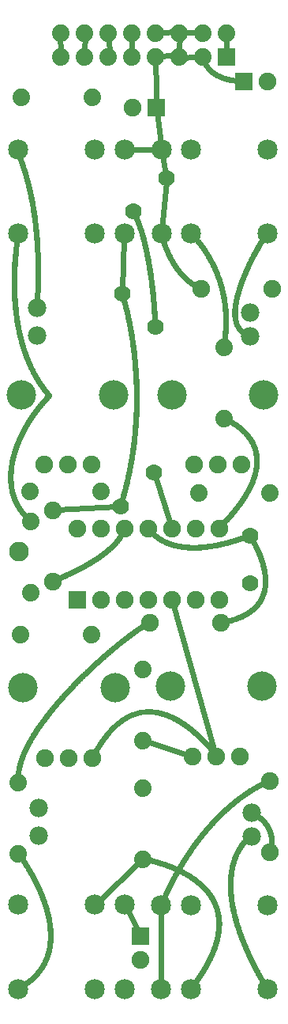
<source format=gbl>
G04 MADE WITH FRITZING*
G04 WWW.FRITZING.ORG*
G04 DOUBLE SIDED*
G04 HOLES PLATED*
G04 CONTOUR ON CENTER OF CONTOUR VECTOR*
%ASAXBY*%
%FSLAX23Y23*%
%MOIN*%
%OFA0B0*%
%SFA1.0B1.0*%
%ADD10C,0.078000*%
%ADD11C,0.075000*%
%ADD12C,0.083307*%
%ADD13C,0.074000*%
%ADD14C,0.085000*%
%ADD15C,0.074667*%
%ADD16C,0.074695*%
%ADD17C,0.124033*%
%ADD18C,0.070000*%
%ADD19R,0.075000X0.075000*%
%ADD20R,0.074000X0.074000*%
%ADD21C,0.024000*%
%ADD22R,0.001000X0.001000*%
%LNCOPPER0*%
G90*
G70*
G54D10*
X1050Y920D03*
X1050Y820D03*
X150Y823D03*
X150Y940D03*
X1050Y920D03*
X1050Y820D03*
X150Y823D03*
X150Y940D03*
X1044Y3027D03*
X1044Y2927D03*
X144Y2930D03*
X144Y3047D03*
X1044Y3027D03*
X1044Y2927D03*
X144Y2930D03*
X144Y3047D03*
G54D11*
X314Y1817D03*
X414Y1817D03*
X514Y1817D03*
X614Y1817D03*
X714Y1817D03*
X814Y1817D03*
X914Y1817D03*
X914Y2117D03*
X814Y2117D03*
X714Y2117D03*
X614Y2117D03*
X514Y2117D03*
X414Y2117D03*
X314Y2117D03*
G54D12*
X69Y2019D03*
G54D13*
X66Y744D03*
X66Y1044D03*
X591Y1023D03*
X591Y723D03*
X76Y1669D03*
X376Y1669D03*
X590Y1223D03*
X590Y1523D03*
X933Y2578D03*
X933Y2878D03*
X933Y2578D03*
X933Y2878D03*
X933Y2578D03*
X933Y2878D03*
X413Y2272D03*
X113Y2272D03*
X1127Y2265D03*
X827Y2265D03*
X118Y2147D03*
X118Y1847D03*
G54D14*
X669Y174D03*
X793Y174D03*
X1117Y174D03*
X513Y177D03*
X389Y177D03*
X64Y177D03*
X513Y531D03*
X389Y531D03*
X64Y531D03*
X669Y528D03*
X793Y528D03*
X1117Y528D03*
X513Y3358D03*
X389Y3358D03*
X64Y3358D03*
X670Y3358D03*
X794Y3358D03*
X1118Y3358D03*
X670Y3712D03*
X794Y3712D03*
X1118Y3712D03*
X513Y3712D03*
X389Y3712D03*
X64Y3712D03*
G54D13*
X946Y4203D03*
X846Y4203D03*
X746Y4203D03*
X646Y4203D03*
X546Y4203D03*
X446Y4203D03*
X346Y4203D03*
X246Y4203D03*
X946Y4103D03*
X846Y4103D03*
X746Y4103D03*
X646Y4103D03*
X546Y4103D03*
X446Y4103D03*
X346Y4103D03*
X246Y4103D03*
X946Y4203D03*
X846Y4203D03*
X746Y4203D03*
X646Y4203D03*
X546Y4203D03*
X446Y4203D03*
X346Y4203D03*
X246Y4203D03*
X946Y4103D03*
X846Y4103D03*
X746Y4103D03*
X646Y4103D03*
X546Y4103D03*
X446Y4103D03*
X346Y4103D03*
X246Y4103D03*
X77Y3931D03*
X377Y3931D03*
G54D11*
X582Y398D03*
X582Y298D03*
X582Y398D03*
X582Y298D03*
X1019Y4000D03*
X1119Y4000D03*
X648Y3890D03*
X548Y3890D03*
G54D15*
X807Y2385D03*
X907Y2385D03*
G54D16*
X1007Y2385D03*
G54D17*
X713Y2680D03*
X1101Y2680D03*
G54D15*
X802Y1157D03*
X902Y1157D03*
G54D16*
X1002Y1157D03*
G54D17*
X708Y1452D03*
X1096Y1452D03*
G54D15*
X179Y1150D03*
X279Y1150D03*
G54D16*
X379Y1150D03*
G54D17*
X85Y1446D03*
X473Y1446D03*
G54D15*
X173Y2384D03*
X273Y2384D03*
G54D16*
X373Y2384D03*
G54D17*
X79Y2680D03*
X468Y2680D03*
G54D11*
X1128Y752D03*
X1128Y1052D03*
X1138Y3126D03*
X838Y3126D03*
X922Y1718D03*
X622Y1718D03*
X210Y1893D03*
X210Y2193D03*
G54D18*
X550Y3451D03*
X692Y3592D03*
X1043Y1886D03*
X1043Y2086D03*
X497Y2210D03*
X639Y2351D03*
X503Y3106D03*
X645Y2965D03*
G54D19*
X314Y1817D03*
G54D20*
X946Y4103D03*
X946Y4103D03*
G54D19*
X582Y398D03*
X582Y398D03*
X1019Y4000D03*
X648Y3890D03*
G54D21*
X669Y196D02*
X669Y505D01*
D02*
X513Y535D02*
X574Y414D01*
D02*
X513Y535D02*
X513Y535D01*
D02*
X1015Y3999D02*
X1015Y3999D01*
D02*
X782Y1163D02*
X607Y1218D01*
D02*
X643Y2337D02*
X708Y2134D01*
D02*
X650Y3867D02*
X649Y3873D01*
D02*
X646Y4083D02*
X650Y3867D01*
D02*
X667Y3735D02*
X650Y3873D01*
D02*
X689Y3607D02*
X674Y3690D01*
D02*
X536Y3712D02*
X647Y3712D01*
D02*
X227Y2194D02*
X482Y2209D01*
D02*
X672Y3380D02*
X690Y3577D01*
D02*
X504Y3121D02*
X512Y3335D01*
D02*
X718Y1801D02*
X896Y1177D01*
D02*
X406Y546D02*
X578Y711D01*
D02*
X241Y4191D02*
X241Y4191D01*
D02*
X245Y4123D02*
X241Y4191D01*
D02*
X349Y4200D02*
X349Y4200D01*
D02*
X346Y4123D02*
X349Y4200D01*
D02*
X452Y4113D02*
X447Y4183D01*
D02*
X452Y4113D02*
X452Y4113D01*
D02*
X544Y4094D02*
X545Y4183D01*
D02*
X544Y4094D02*
X544Y4094D01*
D02*
X738Y4208D02*
X738Y4208D01*
D02*
X666Y4204D02*
X738Y4208D01*
D02*
X741Y4205D02*
X741Y4205D01*
D02*
X826Y4204D02*
X741Y4205D01*
D02*
X741Y4100D02*
X741Y4100D01*
D02*
X826Y4103D02*
X741Y4100D01*
D02*
X752Y4111D02*
X752Y4111D01*
D02*
X666Y4105D02*
X752Y4111D01*
D02*
X749Y4205D02*
X746Y4123D01*
D02*
X749Y4205D02*
X749Y4205D01*
D02*
X946Y4219D02*
X946Y4219D01*
D02*
X946Y4123D02*
X946Y4219D01*
G54D22*
X844Y4115D02*
X848Y4115D01*
X841Y4114D02*
X851Y4114D01*
X840Y4113D02*
X853Y4113D01*
X839Y4112D02*
X854Y4112D01*
X838Y4111D02*
X855Y4111D01*
X837Y4110D02*
X856Y4110D01*
X836Y4109D02*
X856Y4109D01*
X836Y4108D02*
X857Y4108D01*
X835Y4107D02*
X857Y4107D01*
X835Y4106D02*
X857Y4106D01*
X835Y4105D02*
X857Y4105D01*
X835Y4104D02*
X858Y4104D01*
X835Y4103D02*
X858Y4103D01*
X835Y4102D02*
X858Y4102D01*
X835Y4101D02*
X858Y4101D01*
X835Y4100D02*
X858Y4100D01*
X835Y4099D02*
X858Y4099D01*
X835Y4098D02*
X859Y4098D01*
X835Y4097D02*
X859Y4097D01*
X836Y4096D02*
X859Y4096D01*
X836Y4095D02*
X859Y4095D01*
X836Y4094D02*
X860Y4094D01*
X836Y4093D02*
X860Y4093D01*
X836Y4092D02*
X860Y4092D01*
X837Y4091D02*
X861Y4091D01*
X837Y4090D02*
X861Y4090D01*
X837Y4089D02*
X861Y4089D01*
X837Y4088D02*
X862Y4088D01*
X838Y4087D02*
X862Y4087D01*
X838Y4086D02*
X862Y4086D01*
X838Y4085D02*
X863Y4085D01*
X839Y4084D02*
X863Y4084D01*
X839Y4083D02*
X864Y4083D01*
X839Y4082D02*
X864Y4082D01*
X840Y4081D02*
X865Y4081D01*
X840Y4080D02*
X865Y4080D01*
X840Y4079D02*
X866Y4079D01*
X841Y4078D02*
X866Y4078D01*
X841Y4077D02*
X867Y4077D01*
X842Y4076D02*
X867Y4076D01*
X842Y4075D02*
X868Y4075D01*
X843Y4074D02*
X868Y4074D01*
X843Y4073D02*
X869Y4073D01*
X843Y4072D02*
X870Y4072D01*
X844Y4071D02*
X870Y4071D01*
X844Y4070D02*
X871Y4070D01*
X845Y4069D02*
X871Y4069D01*
X845Y4068D02*
X872Y4068D01*
X846Y4067D02*
X873Y4067D01*
X846Y4066D02*
X874Y4066D01*
X847Y4065D02*
X874Y4065D01*
X848Y4064D02*
X875Y4064D01*
X848Y4063D02*
X876Y4063D01*
X849Y4062D02*
X877Y4062D01*
X849Y4061D02*
X878Y4061D01*
X850Y4060D02*
X878Y4060D01*
X850Y4059D02*
X879Y4059D01*
X851Y4058D02*
X880Y4058D01*
X852Y4057D02*
X881Y4057D01*
X852Y4056D02*
X882Y4056D01*
X853Y4055D02*
X883Y4055D01*
X854Y4054D02*
X884Y4054D01*
X854Y4053D02*
X885Y4053D01*
X855Y4052D02*
X886Y4052D01*
X856Y4051D02*
X887Y4051D01*
X857Y4050D02*
X888Y4050D01*
X857Y4049D02*
X890Y4049D01*
X858Y4048D02*
X891Y4048D01*
X859Y4047D02*
X892Y4047D01*
X860Y4046D02*
X893Y4046D01*
X861Y4045D02*
X894Y4045D01*
X862Y4044D02*
X896Y4044D01*
X862Y4043D02*
X897Y4043D01*
X863Y4042D02*
X899Y4042D01*
X864Y4041D02*
X900Y4041D01*
X865Y4040D02*
X902Y4040D01*
X866Y4039D02*
X903Y4039D01*
X867Y4038D02*
X905Y4038D01*
X868Y4037D02*
X906Y4037D01*
X869Y4036D02*
X908Y4036D01*
X870Y4035D02*
X910Y4035D01*
X871Y4034D02*
X912Y4034D01*
X873Y4033D02*
X914Y4033D01*
X874Y4032D02*
X916Y4032D01*
X875Y4031D02*
X918Y4031D01*
X876Y4030D02*
X920Y4030D01*
X877Y4029D02*
X922Y4029D01*
X878Y4028D02*
X924Y4028D01*
X880Y4027D02*
X927Y4027D01*
X881Y4026D02*
X929Y4026D01*
X882Y4025D02*
X932Y4025D01*
X884Y4024D02*
X935Y4024D01*
X885Y4023D02*
X938Y4023D01*
X887Y4022D02*
X941Y4022D01*
X888Y4021D02*
X944Y4021D01*
X890Y4020D02*
X948Y4020D01*
X891Y4019D02*
X951Y4019D01*
X893Y4018D02*
X956Y4018D01*
X894Y4017D02*
X960Y4017D01*
X896Y4016D02*
X965Y4016D01*
X898Y4015D02*
X971Y4015D01*
X899Y4014D02*
X977Y4014D01*
X901Y4013D02*
X985Y4013D01*
X903Y4012D02*
X996Y4012D01*
X905Y4011D02*
X1013Y4011D01*
X907Y4010D02*
X1020Y4010D01*
X909Y4009D02*
X1021Y4009D01*
X911Y4008D02*
X1023Y4008D01*
X914Y4007D02*
X1024Y4007D01*
X916Y4006D02*
X1025Y4006D01*
X918Y4005D02*
X1025Y4005D01*
X921Y4004D02*
X1026Y4004D01*
X923Y4003D02*
X1026Y4003D01*
X926Y4002D02*
X1027Y4002D01*
X929Y4001D02*
X1027Y4001D01*
X932Y4000D02*
X1027Y4000D01*
X935Y3999D02*
X1027Y3999D01*
X939Y3998D02*
X1027Y3998D01*
X942Y3997D02*
X1027Y3997D01*
X946Y3996D02*
X1027Y3996D01*
X950Y3995D02*
X1026Y3995D01*
X954Y3994D02*
X1026Y3994D01*
X959Y3993D02*
X1025Y3993D01*
X965Y3992D02*
X1025Y3992D01*
X970Y3991D02*
X1024Y3991D01*
X977Y3990D02*
X1023Y3990D01*
X985Y3989D02*
X1022Y3989D01*
X996Y3988D02*
X1020Y3988D01*
X1014Y3987D02*
X1016Y3987D01*
X64Y3724D02*
X66Y3724D01*
X61Y3723D02*
X70Y3723D01*
X59Y3722D02*
X71Y3722D01*
X57Y3721D02*
X72Y3721D01*
X56Y3720D02*
X74Y3720D01*
X56Y3719D02*
X74Y3719D01*
X55Y3718D02*
X75Y3718D01*
X55Y3717D02*
X75Y3717D01*
X54Y3716D02*
X76Y3716D01*
X54Y3715D02*
X76Y3715D01*
X54Y3714D02*
X76Y3714D01*
X54Y3713D02*
X76Y3713D01*
X53Y3712D02*
X76Y3712D01*
X53Y3711D02*
X76Y3711D01*
X53Y3710D02*
X76Y3710D01*
X53Y3709D02*
X76Y3709D01*
X53Y3708D02*
X76Y3708D01*
X53Y3707D02*
X77Y3707D01*
X53Y3706D02*
X77Y3706D01*
X54Y3705D02*
X77Y3705D01*
X54Y3704D02*
X77Y3704D01*
X54Y3703D02*
X77Y3703D01*
X54Y3702D02*
X78Y3702D01*
X54Y3701D02*
X78Y3701D01*
X54Y3700D02*
X78Y3700D01*
X55Y3699D02*
X79Y3699D01*
X55Y3698D02*
X79Y3698D01*
X55Y3697D02*
X79Y3697D01*
X55Y3696D02*
X80Y3696D01*
X56Y3695D02*
X80Y3695D01*
X56Y3694D02*
X80Y3694D01*
X56Y3693D02*
X80Y3693D01*
X57Y3692D02*
X81Y3692D01*
X57Y3691D02*
X81Y3691D01*
X57Y3690D02*
X81Y3690D01*
X58Y3689D02*
X82Y3689D01*
X58Y3688D02*
X82Y3688D01*
X58Y3687D02*
X82Y3687D01*
X59Y3686D02*
X83Y3686D01*
X59Y3685D02*
X83Y3685D01*
X59Y3684D02*
X83Y3684D01*
X60Y3683D02*
X84Y3683D01*
X60Y3682D02*
X84Y3682D01*
X60Y3681D02*
X85Y3681D01*
X61Y3680D02*
X85Y3680D01*
X61Y3679D02*
X85Y3679D01*
X61Y3678D02*
X86Y3678D01*
X61Y3677D02*
X86Y3677D01*
X62Y3676D02*
X86Y3676D01*
X62Y3675D02*
X87Y3675D01*
X63Y3674D02*
X87Y3674D01*
X63Y3673D02*
X87Y3673D01*
X63Y3672D02*
X88Y3672D01*
X64Y3671D02*
X88Y3671D01*
X64Y3670D02*
X88Y3670D01*
X64Y3669D02*
X89Y3669D01*
X65Y3668D02*
X89Y3668D01*
X65Y3667D02*
X89Y3667D01*
X65Y3666D02*
X90Y3666D01*
X66Y3665D02*
X90Y3665D01*
X66Y3664D02*
X90Y3664D01*
X66Y3663D02*
X91Y3663D01*
X67Y3662D02*
X91Y3662D01*
X67Y3661D02*
X91Y3661D01*
X67Y3660D02*
X92Y3660D01*
X68Y3659D02*
X92Y3659D01*
X68Y3658D02*
X92Y3658D01*
X68Y3657D02*
X93Y3657D01*
X69Y3656D02*
X93Y3656D01*
X69Y3655D02*
X93Y3655D01*
X69Y3654D02*
X94Y3654D01*
X70Y3653D02*
X94Y3653D01*
X70Y3652D02*
X94Y3652D01*
X70Y3651D02*
X95Y3651D01*
X71Y3650D02*
X95Y3650D01*
X71Y3649D02*
X96Y3649D01*
X71Y3648D02*
X96Y3648D01*
X72Y3647D02*
X96Y3647D01*
X72Y3646D02*
X97Y3646D01*
X73Y3645D02*
X97Y3645D01*
X73Y3644D02*
X97Y3644D01*
X73Y3643D02*
X98Y3643D01*
X74Y3642D02*
X98Y3642D01*
X74Y3641D02*
X98Y3641D01*
X74Y3640D02*
X98Y3640D01*
X75Y3639D02*
X99Y3639D01*
X75Y3638D02*
X99Y3638D01*
X75Y3637D02*
X99Y3637D01*
X76Y3636D02*
X100Y3636D01*
X76Y3635D02*
X100Y3635D01*
X76Y3634D02*
X100Y3634D01*
X77Y3633D02*
X101Y3633D01*
X77Y3632D02*
X101Y3632D01*
X77Y3631D02*
X101Y3631D01*
X77Y3630D02*
X102Y3630D01*
X78Y3629D02*
X102Y3629D01*
X78Y3628D02*
X102Y3628D01*
X78Y3627D02*
X103Y3627D01*
X79Y3626D02*
X103Y3626D01*
X79Y3625D02*
X103Y3625D01*
X79Y3624D02*
X104Y3624D01*
X80Y3623D02*
X104Y3623D01*
X80Y3622D02*
X104Y3622D01*
X80Y3621D02*
X105Y3621D01*
X81Y3620D02*
X105Y3620D01*
X81Y3619D02*
X105Y3619D01*
X81Y3618D02*
X105Y3618D01*
X82Y3617D02*
X106Y3617D01*
X82Y3616D02*
X106Y3616D01*
X82Y3615D02*
X106Y3615D01*
X83Y3614D02*
X107Y3614D01*
X83Y3613D02*
X107Y3613D01*
X83Y3612D02*
X107Y3612D01*
X83Y3611D02*
X108Y3611D01*
X84Y3610D02*
X108Y3610D01*
X84Y3609D02*
X108Y3609D01*
X84Y3608D02*
X108Y3608D01*
X85Y3607D02*
X109Y3607D01*
X85Y3606D02*
X109Y3606D01*
X85Y3605D02*
X109Y3605D01*
X86Y3604D02*
X110Y3604D01*
X86Y3603D02*
X110Y3603D01*
X86Y3602D02*
X110Y3602D01*
X86Y3601D02*
X111Y3601D01*
X87Y3600D02*
X111Y3600D01*
X87Y3599D02*
X111Y3599D01*
X87Y3598D02*
X111Y3598D01*
X88Y3597D02*
X112Y3597D01*
X88Y3596D02*
X112Y3596D01*
X88Y3595D02*
X112Y3595D01*
X89Y3594D02*
X112Y3594D01*
X89Y3593D02*
X113Y3593D01*
X89Y3592D02*
X113Y3592D01*
X89Y3591D02*
X113Y3591D01*
X90Y3590D02*
X114Y3590D01*
X90Y3589D02*
X114Y3589D01*
X90Y3588D02*
X114Y3588D01*
X91Y3587D02*
X114Y3587D01*
X91Y3586D02*
X115Y3586D01*
X91Y3585D02*
X115Y3585D01*
X91Y3584D02*
X115Y3584D01*
X92Y3583D02*
X116Y3583D01*
X92Y3582D02*
X116Y3582D01*
X92Y3581D02*
X116Y3581D01*
X92Y3580D02*
X116Y3580D01*
X93Y3579D02*
X117Y3579D01*
X93Y3578D02*
X117Y3578D01*
X93Y3577D02*
X117Y3577D01*
X94Y3576D02*
X117Y3576D01*
X94Y3575D02*
X118Y3575D01*
X94Y3574D02*
X118Y3574D01*
X94Y3573D02*
X118Y3573D01*
X95Y3572D02*
X118Y3572D01*
X95Y3571D02*
X119Y3571D01*
X95Y3570D02*
X119Y3570D01*
X95Y3569D02*
X119Y3569D01*
X96Y3568D02*
X119Y3568D01*
X96Y3567D02*
X120Y3567D01*
X96Y3566D02*
X120Y3566D01*
X96Y3565D02*
X120Y3565D01*
X97Y3564D02*
X120Y3564D01*
X97Y3563D02*
X121Y3563D01*
X97Y3562D02*
X121Y3562D01*
X97Y3561D02*
X121Y3561D01*
X98Y3560D02*
X121Y3560D01*
X98Y3559D02*
X122Y3559D01*
X98Y3558D02*
X122Y3558D01*
X98Y3557D02*
X122Y3557D01*
X99Y3556D02*
X122Y3556D01*
X99Y3555D02*
X123Y3555D01*
X99Y3554D02*
X123Y3554D01*
X99Y3553D02*
X123Y3553D01*
X100Y3552D02*
X123Y3552D01*
X100Y3551D02*
X124Y3551D01*
X100Y3550D02*
X124Y3550D01*
X100Y3549D02*
X124Y3549D01*
X101Y3548D02*
X124Y3548D01*
X101Y3547D02*
X125Y3547D01*
X101Y3546D02*
X125Y3546D01*
X101Y3545D02*
X125Y3545D01*
X102Y3544D02*
X125Y3544D01*
X102Y3543D02*
X126Y3543D01*
X102Y3542D02*
X126Y3542D01*
X102Y3541D02*
X126Y3541D01*
X103Y3540D02*
X126Y3540D01*
X103Y3539D02*
X126Y3539D01*
X103Y3538D02*
X127Y3538D01*
X103Y3537D02*
X127Y3537D01*
X103Y3536D02*
X127Y3536D01*
X104Y3535D02*
X127Y3535D01*
X104Y3534D02*
X128Y3534D01*
X104Y3533D02*
X128Y3533D01*
X104Y3532D02*
X128Y3532D01*
X105Y3531D02*
X128Y3531D01*
X105Y3530D02*
X128Y3530D01*
X105Y3529D02*
X129Y3529D01*
X105Y3528D02*
X129Y3528D01*
X105Y3527D02*
X129Y3527D01*
X106Y3526D02*
X129Y3526D01*
X106Y3525D02*
X130Y3525D01*
X106Y3524D02*
X130Y3524D01*
X106Y3523D02*
X130Y3523D01*
X107Y3522D02*
X130Y3522D01*
X107Y3521D02*
X130Y3521D01*
X107Y3520D02*
X131Y3520D01*
X107Y3519D02*
X131Y3519D01*
X107Y3518D02*
X131Y3518D01*
X108Y3517D02*
X131Y3517D01*
X108Y3516D02*
X131Y3516D01*
X108Y3515D02*
X132Y3515D01*
X108Y3514D02*
X132Y3514D01*
X108Y3513D02*
X132Y3513D01*
X109Y3512D02*
X132Y3512D01*
X109Y3511D02*
X132Y3511D01*
X109Y3510D02*
X133Y3510D01*
X109Y3509D02*
X133Y3509D01*
X110Y3508D02*
X133Y3508D01*
X110Y3507D02*
X133Y3507D01*
X110Y3506D02*
X133Y3506D01*
X110Y3505D02*
X134Y3505D01*
X110Y3504D02*
X134Y3504D01*
X111Y3503D02*
X134Y3503D01*
X111Y3502D02*
X134Y3502D01*
X111Y3501D02*
X134Y3501D01*
X111Y3500D02*
X135Y3500D01*
X111Y3499D02*
X135Y3499D01*
X112Y3498D02*
X135Y3498D01*
X112Y3497D02*
X135Y3497D01*
X112Y3496D02*
X135Y3496D01*
X112Y3495D02*
X136Y3495D01*
X112Y3494D02*
X136Y3494D01*
X112Y3493D02*
X136Y3493D01*
X113Y3492D02*
X136Y3492D01*
X113Y3491D02*
X136Y3491D01*
X113Y3490D02*
X136Y3490D01*
X113Y3489D02*
X137Y3489D01*
X113Y3488D02*
X137Y3488D01*
X114Y3487D02*
X137Y3487D01*
X114Y3486D02*
X137Y3486D01*
X114Y3485D02*
X137Y3485D01*
X114Y3484D02*
X138Y3484D01*
X114Y3483D02*
X138Y3483D01*
X115Y3482D02*
X138Y3482D01*
X115Y3481D02*
X138Y3481D01*
X115Y3480D02*
X138Y3480D01*
X115Y3479D02*
X138Y3479D01*
X115Y3478D02*
X139Y3478D01*
X115Y3477D02*
X139Y3477D01*
X116Y3476D02*
X139Y3476D01*
X116Y3475D02*
X139Y3475D01*
X116Y3474D02*
X139Y3474D01*
X116Y3473D02*
X139Y3473D01*
X116Y3472D02*
X140Y3472D01*
X116Y3471D02*
X140Y3471D01*
X117Y3470D02*
X140Y3470D01*
X117Y3469D02*
X140Y3469D01*
X117Y3468D02*
X140Y3468D01*
X117Y3467D02*
X140Y3467D01*
X117Y3466D02*
X141Y3466D01*
X117Y3465D02*
X141Y3465D01*
X118Y3464D02*
X141Y3464D01*
X118Y3463D02*
X141Y3463D01*
X118Y3462D02*
X141Y3462D01*
X547Y3462D02*
X554Y3462D01*
X118Y3461D02*
X141Y3461D01*
X545Y3461D02*
X556Y3461D01*
X118Y3460D02*
X142Y3460D01*
X544Y3460D02*
X558Y3460D01*
X119Y3459D02*
X142Y3459D01*
X543Y3459D02*
X559Y3459D01*
X119Y3458D02*
X142Y3458D01*
X542Y3458D02*
X560Y3458D01*
X119Y3457D02*
X142Y3457D01*
X541Y3457D02*
X560Y3457D01*
X119Y3456D02*
X142Y3456D01*
X540Y3456D02*
X561Y3456D01*
X119Y3455D02*
X142Y3455D01*
X540Y3455D02*
X562Y3455D01*
X119Y3454D02*
X143Y3454D01*
X540Y3454D02*
X562Y3454D01*
X120Y3453D02*
X143Y3453D01*
X539Y3453D02*
X563Y3453D01*
X120Y3452D02*
X143Y3452D01*
X539Y3452D02*
X563Y3452D01*
X120Y3451D02*
X143Y3451D01*
X539Y3451D02*
X564Y3451D01*
X120Y3450D02*
X143Y3450D01*
X539Y3450D02*
X565Y3450D01*
X120Y3449D02*
X143Y3449D01*
X539Y3449D02*
X565Y3449D01*
X120Y3448D02*
X143Y3448D01*
X539Y3448D02*
X566Y3448D01*
X120Y3447D02*
X144Y3447D01*
X540Y3447D02*
X566Y3447D01*
X121Y3446D02*
X144Y3446D01*
X540Y3446D02*
X567Y3446D01*
X121Y3445D02*
X144Y3445D01*
X541Y3445D02*
X567Y3445D01*
X121Y3444D02*
X144Y3444D01*
X541Y3444D02*
X568Y3444D01*
X121Y3443D02*
X144Y3443D01*
X542Y3443D02*
X568Y3443D01*
X121Y3442D02*
X144Y3442D01*
X542Y3442D02*
X569Y3442D01*
X121Y3441D02*
X145Y3441D01*
X543Y3441D02*
X569Y3441D01*
X121Y3440D02*
X145Y3440D01*
X544Y3440D02*
X570Y3440D01*
X122Y3439D02*
X145Y3439D01*
X544Y3439D02*
X570Y3439D01*
X122Y3438D02*
X145Y3438D01*
X545Y3438D02*
X571Y3438D01*
X122Y3437D02*
X145Y3437D01*
X545Y3437D02*
X571Y3437D01*
X122Y3436D02*
X145Y3436D01*
X546Y3436D02*
X572Y3436D01*
X122Y3435D02*
X145Y3435D01*
X546Y3435D02*
X572Y3435D01*
X122Y3434D02*
X146Y3434D01*
X547Y3434D02*
X573Y3434D01*
X122Y3433D02*
X146Y3433D01*
X548Y3433D02*
X573Y3433D01*
X123Y3432D02*
X146Y3432D01*
X548Y3432D02*
X574Y3432D01*
X123Y3431D02*
X146Y3431D01*
X549Y3431D02*
X574Y3431D01*
X123Y3430D02*
X146Y3430D01*
X549Y3430D02*
X575Y3430D01*
X123Y3429D02*
X146Y3429D01*
X550Y3429D02*
X575Y3429D01*
X123Y3428D02*
X146Y3428D01*
X550Y3428D02*
X576Y3428D01*
X123Y3427D02*
X147Y3427D01*
X551Y3427D02*
X576Y3427D01*
X124Y3426D02*
X147Y3426D01*
X551Y3426D02*
X576Y3426D01*
X124Y3425D02*
X147Y3425D01*
X552Y3425D02*
X577Y3425D01*
X124Y3424D02*
X147Y3424D01*
X552Y3424D02*
X577Y3424D01*
X124Y3423D02*
X147Y3423D01*
X552Y3423D02*
X578Y3423D01*
X124Y3422D02*
X147Y3422D01*
X553Y3422D02*
X578Y3422D01*
X124Y3421D02*
X147Y3421D01*
X553Y3421D02*
X579Y3421D01*
X124Y3420D02*
X147Y3420D01*
X554Y3420D02*
X579Y3420D01*
X124Y3419D02*
X148Y3419D01*
X554Y3419D02*
X579Y3419D01*
X125Y3418D02*
X148Y3418D01*
X555Y3418D02*
X580Y3418D01*
X125Y3417D02*
X148Y3417D01*
X555Y3417D02*
X580Y3417D01*
X125Y3416D02*
X148Y3416D01*
X556Y3416D02*
X581Y3416D01*
X125Y3415D02*
X148Y3415D01*
X556Y3415D02*
X581Y3415D01*
X125Y3414D02*
X148Y3414D01*
X556Y3414D02*
X581Y3414D01*
X125Y3413D02*
X148Y3413D01*
X557Y3413D02*
X582Y3413D01*
X125Y3412D02*
X148Y3412D01*
X557Y3412D02*
X582Y3412D01*
X125Y3411D02*
X149Y3411D01*
X558Y3411D02*
X583Y3411D01*
X126Y3410D02*
X149Y3410D01*
X558Y3410D02*
X583Y3410D01*
X126Y3409D02*
X149Y3409D01*
X559Y3409D02*
X583Y3409D01*
X126Y3408D02*
X149Y3408D01*
X559Y3408D02*
X584Y3408D01*
X126Y3407D02*
X149Y3407D01*
X559Y3407D02*
X584Y3407D01*
X126Y3406D02*
X149Y3406D01*
X560Y3406D02*
X585Y3406D01*
X126Y3405D02*
X149Y3405D01*
X560Y3405D02*
X585Y3405D01*
X126Y3404D02*
X149Y3404D01*
X561Y3404D02*
X585Y3404D01*
X126Y3403D02*
X150Y3403D01*
X561Y3403D02*
X586Y3403D01*
X127Y3402D02*
X150Y3402D01*
X561Y3402D02*
X586Y3402D01*
X127Y3401D02*
X150Y3401D01*
X562Y3401D02*
X586Y3401D01*
X127Y3400D02*
X150Y3400D01*
X562Y3400D02*
X587Y3400D01*
X127Y3399D02*
X150Y3399D01*
X563Y3399D02*
X587Y3399D01*
X127Y3398D02*
X150Y3398D01*
X563Y3398D02*
X588Y3398D01*
X127Y3397D02*
X150Y3397D01*
X563Y3397D02*
X588Y3397D01*
X127Y3396D02*
X150Y3396D01*
X564Y3396D02*
X588Y3396D01*
X127Y3395D02*
X150Y3395D01*
X564Y3395D02*
X589Y3395D01*
X128Y3394D02*
X151Y3394D01*
X565Y3394D02*
X589Y3394D01*
X128Y3393D02*
X151Y3393D01*
X565Y3393D02*
X589Y3393D01*
X128Y3392D02*
X151Y3392D01*
X565Y3392D02*
X590Y3392D01*
X128Y3391D02*
X151Y3391D01*
X566Y3391D02*
X590Y3391D01*
X128Y3390D02*
X151Y3390D01*
X566Y3390D02*
X590Y3390D01*
X128Y3389D02*
X151Y3389D01*
X566Y3389D02*
X591Y3389D01*
X128Y3388D02*
X151Y3388D01*
X567Y3388D02*
X591Y3388D01*
X128Y3387D02*
X151Y3387D01*
X567Y3387D02*
X591Y3387D01*
X128Y3386D02*
X151Y3386D01*
X567Y3386D02*
X592Y3386D01*
X128Y3385D02*
X152Y3385D01*
X568Y3385D02*
X592Y3385D01*
X129Y3384D02*
X152Y3384D01*
X568Y3384D02*
X592Y3384D01*
X129Y3383D02*
X152Y3383D01*
X568Y3383D02*
X593Y3383D01*
X129Y3382D02*
X152Y3382D01*
X569Y3382D02*
X593Y3382D01*
X129Y3381D02*
X152Y3381D01*
X569Y3381D02*
X593Y3381D01*
X129Y3380D02*
X152Y3380D01*
X569Y3380D02*
X594Y3380D01*
X129Y3379D02*
X152Y3379D01*
X570Y3379D02*
X594Y3379D01*
X129Y3378D02*
X152Y3378D01*
X570Y3378D02*
X594Y3378D01*
X129Y3377D02*
X152Y3377D01*
X570Y3377D02*
X595Y3377D01*
X129Y3376D02*
X153Y3376D01*
X571Y3376D02*
X595Y3376D01*
X130Y3375D02*
X153Y3375D01*
X571Y3375D02*
X595Y3375D01*
X130Y3374D02*
X153Y3374D01*
X572Y3374D02*
X596Y3374D01*
X130Y3373D02*
X153Y3373D01*
X572Y3373D02*
X596Y3373D01*
X130Y3372D02*
X153Y3372D01*
X572Y3372D02*
X596Y3372D01*
X130Y3371D02*
X153Y3371D01*
X572Y3371D02*
X597Y3371D01*
X130Y3370D02*
X153Y3370D01*
X573Y3370D02*
X597Y3370D01*
X62Y3369D02*
X68Y3369D01*
X130Y3369D02*
X153Y3369D01*
X573Y3369D02*
X597Y3369D01*
X666Y3369D02*
X674Y3369D01*
X790Y3369D02*
X798Y3369D01*
X1115Y3369D02*
X1123Y3369D01*
X60Y3368D02*
X70Y3368D01*
X130Y3368D02*
X153Y3368D01*
X573Y3368D02*
X598Y3368D01*
X664Y3368D02*
X676Y3368D01*
X788Y3368D02*
X800Y3368D01*
X1113Y3368D02*
X1125Y3368D01*
X58Y3367D02*
X72Y3367D01*
X130Y3367D02*
X153Y3367D01*
X574Y3367D02*
X598Y3367D01*
X663Y3367D02*
X677Y3367D01*
X787Y3367D02*
X801Y3367D01*
X1112Y3367D02*
X1126Y3367D01*
X57Y3366D02*
X73Y3366D01*
X130Y3366D02*
X153Y3366D01*
X574Y3366D02*
X598Y3366D01*
X662Y3366D02*
X678Y3366D01*
X786Y3366D02*
X802Y3366D01*
X1111Y3366D02*
X1127Y3366D01*
X56Y3365D02*
X74Y3365D01*
X131Y3365D02*
X154Y3365D01*
X574Y3365D02*
X599Y3365D01*
X661Y3365D02*
X679Y3365D01*
X785Y3365D02*
X803Y3365D01*
X1110Y3365D02*
X1128Y3365D01*
X55Y3364D02*
X75Y3364D01*
X131Y3364D02*
X154Y3364D01*
X575Y3364D02*
X599Y3364D01*
X660Y3364D02*
X680Y3364D01*
X784Y3364D02*
X804Y3364D01*
X1109Y3364D02*
X1129Y3364D01*
X55Y3363D02*
X75Y3363D01*
X131Y3363D02*
X154Y3363D01*
X575Y3363D02*
X599Y3363D01*
X660Y3363D02*
X680Y3363D01*
X784Y3363D02*
X805Y3363D01*
X1108Y3363D02*
X1129Y3363D01*
X54Y3362D02*
X76Y3362D01*
X131Y3362D02*
X154Y3362D01*
X575Y3362D02*
X599Y3362D01*
X659Y3362D02*
X681Y3362D01*
X783Y3362D02*
X807Y3362D01*
X1107Y3362D02*
X1129Y3362D01*
X54Y3361D02*
X76Y3361D01*
X131Y3361D02*
X154Y3361D01*
X576Y3361D02*
X600Y3361D01*
X659Y3361D02*
X681Y3361D01*
X783Y3361D02*
X808Y3361D01*
X1106Y3361D02*
X1130Y3361D01*
X54Y3360D02*
X76Y3360D01*
X131Y3360D02*
X154Y3360D01*
X576Y3360D02*
X600Y3360D01*
X659Y3360D02*
X681Y3360D01*
X783Y3360D02*
X809Y3360D01*
X1105Y3360D02*
X1130Y3360D01*
X54Y3359D02*
X76Y3359D01*
X131Y3359D02*
X154Y3359D01*
X576Y3359D02*
X600Y3359D01*
X659Y3359D02*
X682Y3359D01*
X783Y3359D02*
X810Y3359D01*
X1104Y3359D02*
X1130Y3359D01*
X53Y3358D02*
X76Y3358D01*
X131Y3358D02*
X154Y3358D01*
X577Y3358D02*
X601Y3358D01*
X659Y3358D02*
X682Y3358D01*
X783Y3358D02*
X811Y3358D01*
X1103Y3358D02*
X1130Y3358D01*
X53Y3357D02*
X76Y3357D01*
X131Y3357D02*
X154Y3357D01*
X577Y3357D02*
X601Y3357D01*
X659Y3357D02*
X682Y3357D01*
X783Y3357D02*
X812Y3357D01*
X1103Y3357D02*
X1130Y3357D01*
X53Y3356D02*
X76Y3356D01*
X131Y3356D02*
X154Y3356D01*
X577Y3356D02*
X601Y3356D01*
X659Y3356D02*
X682Y3356D01*
X783Y3356D02*
X813Y3356D01*
X1102Y3356D02*
X1130Y3356D01*
X53Y3355D02*
X76Y3355D01*
X131Y3355D02*
X154Y3355D01*
X577Y3355D02*
X601Y3355D01*
X659Y3355D02*
X683Y3355D01*
X783Y3355D02*
X814Y3355D01*
X1101Y3355D02*
X1130Y3355D01*
X53Y3354D02*
X76Y3354D01*
X132Y3354D02*
X155Y3354D01*
X578Y3354D02*
X602Y3354D01*
X659Y3354D02*
X683Y3354D01*
X783Y3354D02*
X814Y3354D01*
X1100Y3354D02*
X1130Y3354D01*
X53Y3353D02*
X76Y3353D01*
X132Y3353D02*
X155Y3353D01*
X578Y3353D02*
X602Y3353D01*
X659Y3353D02*
X683Y3353D01*
X784Y3353D02*
X815Y3353D01*
X1100Y3353D02*
X1129Y3353D01*
X53Y3352D02*
X76Y3352D01*
X132Y3352D02*
X155Y3352D01*
X578Y3352D02*
X602Y3352D01*
X660Y3352D02*
X683Y3352D01*
X784Y3352D02*
X816Y3352D01*
X1099Y3352D02*
X1129Y3352D01*
X53Y3351D02*
X76Y3351D01*
X132Y3351D02*
X155Y3351D01*
X579Y3351D02*
X603Y3351D01*
X660Y3351D02*
X684Y3351D01*
X785Y3351D02*
X817Y3351D01*
X1098Y3351D02*
X1128Y3351D01*
X52Y3350D02*
X76Y3350D01*
X132Y3350D02*
X155Y3350D01*
X579Y3350D02*
X603Y3350D01*
X660Y3350D02*
X684Y3350D01*
X786Y3350D02*
X818Y3350D01*
X1097Y3350D02*
X1127Y3350D01*
X52Y3349D02*
X75Y3349D01*
X132Y3349D02*
X155Y3349D01*
X579Y3349D02*
X603Y3349D01*
X660Y3349D02*
X684Y3349D01*
X786Y3349D02*
X819Y3349D01*
X1097Y3349D02*
X1126Y3349D01*
X52Y3348D02*
X75Y3348D01*
X132Y3348D02*
X155Y3348D01*
X580Y3348D02*
X603Y3348D01*
X661Y3348D02*
X684Y3348D01*
X787Y3348D02*
X820Y3348D01*
X1096Y3348D02*
X1125Y3348D01*
X52Y3347D02*
X75Y3347D01*
X132Y3347D02*
X155Y3347D01*
X580Y3347D02*
X604Y3347D01*
X661Y3347D02*
X685Y3347D01*
X789Y3347D02*
X821Y3347D01*
X1095Y3347D02*
X1124Y3347D01*
X52Y3346D02*
X75Y3346D01*
X132Y3346D02*
X155Y3346D01*
X580Y3346D02*
X604Y3346D01*
X661Y3346D02*
X685Y3346D01*
X790Y3346D02*
X822Y3346D01*
X1095Y3346D02*
X1123Y3346D01*
X52Y3345D02*
X75Y3345D01*
X132Y3345D02*
X155Y3345D01*
X580Y3345D02*
X604Y3345D01*
X661Y3345D02*
X685Y3345D01*
X791Y3345D02*
X823Y3345D01*
X1094Y3345D02*
X1123Y3345D01*
X52Y3344D02*
X75Y3344D01*
X132Y3344D02*
X155Y3344D01*
X581Y3344D02*
X605Y3344D01*
X662Y3344D02*
X686Y3344D01*
X792Y3344D02*
X824Y3344D01*
X1093Y3344D02*
X1122Y3344D01*
X51Y3343D02*
X75Y3343D01*
X133Y3343D02*
X156Y3343D01*
X581Y3343D02*
X605Y3343D01*
X662Y3343D02*
X686Y3343D01*
X793Y3343D02*
X825Y3343D01*
X1093Y3343D02*
X1121Y3343D01*
X51Y3342D02*
X75Y3342D01*
X133Y3342D02*
X156Y3342D01*
X581Y3342D02*
X605Y3342D01*
X662Y3342D02*
X686Y3342D01*
X794Y3342D02*
X825Y3342D01*
X1092Y3342D02*
X1120Y3342D01*
X51Y3341D02*
X74Y3341D01*
X133Y3341D02*
X156Y3341D01*
X581Y3341D02*
X605Y3341D01*
X662Y3341D02*
X686Y3341D01*
X795Y3341D02*
X826Y3341D01*
X1091Y3341D02*
X1120Y3341D01*
X51Y3340D02*
X74Y3340D01*
X133Y3340D02*
X156Y3340D01*
X582Y3340D02*
X606Y3340D01*
X663Y3340D02*
X687Y3340D01*
X796Y3340D02*
X827Y3340D01*
X1091Y3340D02*
X1119Y3340D01*
X51Y3339D02*
X74Y3339D01*
X133Y3339D02*
X156Y3339D01*
X582Y3339D02*
X606Y3339D01*
X663Y3339D02*
X687Y3339D01*
X797Y3339D02*
X828Y3339D01*
X1090Y3339D02*
X1118Y3339D01*
X51Y3338D02*
X74Y3338D01*
X133Y3338D02*
X156Y3338D01*
X582Y3338D02*
X606Y3338D01*
X663Y3338D02*
X687Y3338D01*
X798Y3338D02*
X829Y3338D01*
X1089Y3338D02*
X1117Y3338D01*
X51Y3337D02*
X74Y3337D01*
X133Y3337D02*
X156Y3337D01*
X583Y3337D02*
X606Y3337D01*
X664Y3337D02*
X688Y3337D01*
X799Y3337D02*
X830Y3337D01*
X1089Y3337D02*
X1117Y3337D01*
X51Y3336D02*
X74Y3336D01*
X133Y3336D02*
X156Y3336D01*
X583Y3336D02*
X607Y3336D01*
X664Y3336D02*
X688Y3336D01*
X799Y3336D02*
X831Y3336D01*
X1088Y3336D02*
X1116Y3336D01*
X50Y3335D02*
X74Y3335D01*
X133Y3335D02*
X156Y3335D01*
X583Y3335D02*
X607Y3335D01*
X664Y3335D02*
X688Y3335D01*
X800Y3335D02*
X832Y3335D01*
X1087Y3335D02*
X1115Y3335D01*
X50Y3334D02*
X74Y3334D01*
X133Y3334D02*
X156Y3334D01*
X583Y3334D02*
X607Y3334D01*
X664Y3334D02*
X689Y3334D01*
X801Y3334D02*
X832Y3334D01*
X1087Y3334D02*
X1115Y3334D01*
X50Y3333D02*
X73Y3333D01*
X133Y3333D02*
X156Y3333D01*
X584Y3333D02*
X607Y3333D01*
X665Y3333D02*
X689Y3333D01*
X802Y3333D02*
X833Y3333D01*
X1086Y3333D02*
X1114Y3333D01*
X50Y3332D02*
X73Y3332D01*
X133Y3332D02*
X156Y3332D01*
X584Y3332D02*
X608Y3332D01*
X665Y3332D02*
X689Y3332D01*
X803Y3332D02*
X834Y3332D01*
X1085Y3332D02*
X1113Y3332D01*
X50Y3331D02*
X73Y3331D01*
X133Y3331D02*
X156Y3331D01*
X584Y3331D02*
X608Y3331D01*
X665Y3331D02*
X690Y3331D01*
X804Y3331D02*
X835Y3331D01*
X1085Y3331D02*
X1113Y3331D01*
X50Y3330D02*
X73Y3330D01*
X133Y3330D02*
X156Y3330D01*
X584Y3330D02*
X608Y3330D01*
X666Y3330D02*
X690Y3330D01*
X805Y3330D02*
X836Y3330D01*
X1084Y3330D02*
X1112Y3330D01*
X50Y3329D02*
X73Y3329D01*
X134Y3329D02*
X157Y3329D01*
X585Y3329D02*
X609Y3329D01*
X666Y3329D02*
X690Y3329D01*
X806Y3329D02*
X837Y3329D01*
X1084Y3329D02*
X1111Y3329D01*
X50Y3328D02*
X73Y3328D01*
X134Y3328D02*
X157Y3328D01*
X585Y3328D02*
X609Y3328D01*
X666Y3328D02*
X691Y3328D01*
X807Y3328D02*
X837Y3328D01*
X1083Y3328D02*
X1110Y3328D01*
X49Y3327D02*
X73Y3327D01*
X134Y3327D02*
X157Y3327D01*
X585Y3327D02*
X609Y3327D01*
X667Y3327D02*
X691Y3327D01*
X808Y3327D02*
X838Y3327D01*
X1082Y3327D02*
X1110Y3327D01*
X49Y3326D02*
X72Y3326D01*
X134Y3326D02*
X157Y3326D01*
X586Y3326D02*
X609Y3326D01*
X667Y3326D02*
X691Y3326D01*
X809Y3326D02*
X839Y3326D01*
X1082Y3326D02*
X1109Y3326D01*
X49Y3325D02*
X72Y3325D01*
X134Y3325D02*
X157Y3325D01*
X586Y3325D02*
X610Y3325D01*
X667Y3325D02*
X692Y3325D01*
X809Y3325D02*
X840Y3325D01*
X1081Y3325D02*
X1109Y3325D01*
X49Y3324D02*
X72Y3324D01*
X134Y3324D02*
X157Y3324D01*
X586Y3324D02*
X610Y3324D01*
X668Y3324D02*
X692Y3324D01*
X810Y3324D02*
X841Y3324D01*
X1080Y3324D02*
X1108Y3324D01*
X49Y3323D02*
X72Y3323D01*
X134Y3323D02*
X157Y3323D01*
X586Y3323D02*
X610Y3323D01*
X668Y3323D02*
X692Y3323D01*
X811Y3323D02*
X841Y3323D01*
X1080Y3323D02*
X1107Y3323D01*
X49Y3322D02*
X72Y3322D01*
X134Y3322D02*
X157Y3322D01*
X587Y3322D02*
X610Y3322D01*
X668Y3322D02*
X693Y3322D01*
X812Y3322D02*
X842Y3322D01*
X1079Y3322D02*
X1107Y3322D01*
X49Y3321D02*
X72Y3321D01*
X134Y3321D02*
X157Y3321D01*
X587Y3321D02*
X611Y3321D01*
X669Y3321D02*
X693Y3321D01*
X813Y3321D02*
X843Y3321D01*
X1079Y3321D02*
X1106Y3321D01*
X49Y3320D02*
X72Y3320D01*
X134Y3320D02*
X157Y3320D01*
X587Y3320D02*
X611Y3320D01*
X669Y3320D02*
X693Y3320D01*
X814Y3320D02*
X844Y3320D01*
X1078Y3320D02*
X1105Y3320D01*
X48Y3319D02*
X72Y3319D01*
X134Y3319D02*
X157Y3319D01*
X587Y3319D02*
X611Y3319D01*
X669Y3319D02*
X694Y3319D01*
X815Y3319D02*
X844Y3319D01*
X1077Y3319D02*
X1105Y3319D01*
X48Y3318D02*
X71Y3318D01*
X134Y3318D02*
X157Y3318D01*
X588Y3318D02*
X611Y3318D01*
X670Y3318D02*
X694Y3318D01*
X816Y3318D02*
X845Y3318D01*
X1077Y3318D02*
X1104Y3318D01*
X48Y3317D02*
X71Y3317D01*
X134Y3317D02*
X157Y3317D01*
X588Y3317D02*
X612Y3317D01*
X670Y3317D02*
X694Y3317D01*
X816Y3317D02*
X846Y3317D01*
X1076Y3317D02*
X1103Y3317D01*
X48Y3316D02*
X71Y3316D01*
X134Y3316D02*
X157Y3316D01*
X588Y3316D02*
X612Y3316D01*
X670Y3316D02*
X695Y3316D01*
X817Y3316D02*
X847Y3316D01*
X1076Y3316D02*
X1103Y3316D01*
X48Y3315D02*
X71Y3315D01*
X135Y3315D02*
X158Y3315D01*
X588Y3315D02*
X612Y3315D01*
X671Y3315D02*
X695Y3315D01*
X818Y3315D02*
X847Y3315D01*
X1075Y3315D02*
X1102Y3315D01*
X48Y3314D02*
X71Y3314D01*
X135Y3314D02*
X158Y3314D01*
X589Y3314D02*
X612Y3314D01*
X671Y3314D02*
X695Y3314D01*
X819Y3314D02*
X848Y3314D01*
X1074Y3314D02*
X1102Y3314D01*
X48Y3313D02*
X71Y3313D01*
X135Y3313D02*
X158Y3313D01*
X589Y3313D02*
X612Y3313D01*
X671Y3313D02*
X696Y3313D01*
X820Y3313D02*
X849Y3313D01*
X1074Y3313D02*
X1101Y3313D01*
X48Y3312D02*
X71Y3312D01*
X135Y3312D02*
X158Y3312D01*
X589Y3312D02*
X613Y3312D01*
X672Y3312D02*
X696Y3312D01*
X820Y3312D02*
X850Y3312D01*
X1073Y3312D02*
X1100Y3312D01*
X47Y3311D02*
X71Y3311D01*
X135Y3311D02*
X158Y3311D01*
X589Y3311D02*
X613Y3311D01*
X672Y3311D02*
X697Y3311D01*
X821Y3311D02*
X850Y3311D01*
X1073Y3311D02*
X1100Y3311D01*
X47Y3310D02*
X71Y3310D01*
X135Y3310D02*
X158Y3310D01*
X590Y3310D02*
X613Y3310D01*
X672Y3310D02*
X697Y3310D01*
X822Y3310D02*
X851Y3310D01*
X1072Y3310D02*
X1099Y3310D01*
X47Y3309D02*
X70Y3309D01*
X135Y3309D02*
X158Y3309D01*
X590Y3309D02*
X613Y3309D01*
X673Y3309D02*
X697Y3309D01*
X823Y3309D02*
X852Y3309D01*
X1071Y3309D02*
X1098Y3309D01*
X47Y3308D02*
X70Y3308D01*
X135Y3308D02*
X158Y3308D01*
X590Y3308D02*
X614Y3308D01*
X673Y3308D02*
X698Y3308D01*
X824Y3308D02*
X853Y3308D01*
X1071Y3308D02*
X1098Y3308D01*
X47Y3307D02*
X70Y3307D01*
X135Y3307D02*
X158Y3307D01*
X590Y3307D02*
X614Y3307D01*
X673Y3307D02*
X698Y3307D01*
X824Y3307D02*
X853Y3307D01*
X1070Y3307D02*
X1097Y3307D01*
X47Y3306D02*
X70Y3306D01*
X135Y3306D02*
X158Y3306D01*
X590Y3306D02*
X614Y3306D01*
X674Y3306D02*
X698Y3306D01*
X825Y3306D02*
X854Y3306D01*
X1070Y3306D02*
X1097Y3306D01*
X47Y3305D02*
X70Y3305D01*
X135Y3305D02*
X158Y3305D01*
X591Y3305D02*
X614Y3305D01*
X674Y3305D02*
X699Y3305D01*
X826Y3305D02*
X855Y3305D01*
X1069Y3305D02*
X1096Y3305D01*
X47Y3304D02*
X70Y3304D01*
X135Y3304D02*
X158Y3304D01*
X591Y3304D02*
X615Y3304D01*
X675Y3304D02*
X699Y3304D01*
X827Y3304D02*
X856Y3304D01*
X1069Y3304D02*
X1095Y3304D01*
X46Y3303D02*
X70Y3303D01*
X135Y3303D02*
X158Y3303D01*
X591Y3303D02*
X615Y3303D01*
X675Y3303D02*
X700Y3303D01*
X827Y3303D02*
X856Y3303D01*
X1068Y3303D02*
X1095Y3303D01*
X46Y3302D02*
X70Y3302D01*
X135Y3302D02*
X158Y3302D01*
X591Y3302D02*
X615Y3302D01*
X675Y3302D02*
X700Y3302D01*
X828Y3302D02*
X857Y3302D01*
X1067Y3302D02*
X1094Y3302D01*
X46Y3301D02*
X69Y3301D01*
X135Y3301D02*
X158Y3301D01*
X592Y3301D02*
X615Y3301D01*
X676Y3301D02*
X700Y3301D01*
X829Y3301D02*
X858Y3301D01*
X1067Y3301D02*
X1094Y3301D01*
X46Y3300D02*
X69Y3300D01*
X135Y3300D02*
X158Y3300D01*
X592Y3300D02*
X615Y3300D01*
X676Y3300D02*
X701Y3300D01*
X830Y3300D02*
X858Y3300D01*
X1066Y3300D02*
X1093Y3300D01*
X46Y3299D02*
X69Y3299D01*
X135Y3299D02*
X158Y3299D01*
X592Y3299D02*
X616Y3299D01*
X676Y3299D02*
X701Y3299D01*
X830Y3299D02*
X859Y3299D01*
X1066Y3299D02*
X1093Y3299D01*
X46Y3298D02*
X69Y3298D01*
X136Y3298D02*
X159Y3298D01*
X592Y3298D02*
X616Y3298D01*
X677Y3298D02*
X702Y3298D01*
X831Y3298D02*
X860Y3298D01*
X1065Y3298D02*
X1092Y3298D01*
X46Y3297D02*
X69Y3297D01*
X136Y3297D02*
X159Y3297D01*
X593Y3297D02*
X616Y3297D01*
X677Y3297D02*
X702Y3297D01*
X832Y3297D02*
X860Y3297D01*
X1065Y3297D02*
X1091Y3297D01*
X46Y3296D02*
X69Y3296D01*
X136Y3296D02*
X159Y3296D01*
X593Y3296D02*
X616Y3296D01*
X678Y3296D02*
X702Y3296D01*
X833Y3296D02*
X861Y3296D01*
X1064Y3296D02*
X1091Y3296D01*
X46Y3295D02*
X69Y3295D01*
X136Y3295D02*
X159Y3295D01*
X593Y3295D02*
X617Y3295D01*
X678Y3295D02*
X703Y3295D01*
X833Y3295D02*
X862Y3295D01*
X1063Y3295D02*
X1090Y3295D01*
X45Y3294D02*
X69Y3294D01*
X136Y3294D02*
X159Y3294D01*
X593Y3294D02*
X617Y3294D01*
X678Y3294D02*
X703Y3294D01*
X834Y3294D02*
X863Y3294D01*
X1063Y3294D02*
X1090Y3294D01*
X45Y3293D02*
X69Y3293D01*
X136Y3293D02*
X159Y3293D01*
X593Y3293D02*
X617Y3293D01*
X679Y3293D02*
X704Y3293D01*
X835Y3293D02*
X863Y3293D01*
X1062Y3293D02*
X1089Y3293D01*
X45Y3292D02*
X68Y3292D01*
X136Y3292D02*
X159Y3292D01*
X594Y3292D02*
X617Y3292D01*
X679Y3292D02*
X704Y3292D01*
X836Y3292D02*
X864Y3292D01*
X1062Y3292D02*
X1088Y3292D01*
X45Y3291D02*
X68Y3291D01*
X136Y3291D02*
X159Y3291D01*
X594Y3291D02*
X618Y3291D01*
X680Y3291D02*
X705Y3291D01*
X836Y3291D02*
X864Y3291D01*
X1061Y3291D02*
X1088Y3291D01*
X45Y3290D02*
X68Y3290D01*
X136Y3290D02*
X159Y3290D01*
X594Y3290D02*
X618Y3290D01*
X680Y3290D02*
X705Y3290D01*
X837Y3290D02*
X865Y3290D01*
X1061Y3290D02*
X1087Y3290D01*
X45Y3289D02*
X68Y3289D01*
X136Y3289D02*
X159Y3289D01*
X594Y3289D02*
X618Y3289D01*
X680Y3289D02*
X705Y3289D01*
X838Y3289D02*
X866Y3289D01*
X1060Y3289D02*
X1087Y3289D01*
X45Y3288D02*
X68Y3288D01*
X136Y3288D02*
X159Y3288D01*
X595Y3288D02*
X618Y3288D01*
X681Y3288D02*
X706Y3288D01*
X838Y3288D02*
X866Y3288D01*
X1060Y3288D02*
X1086Y3288D01*
X45Y3287D02*
X68Y3287D01*
X136Y3287D02*
X159Y3287D01*
X595Y3287D02*
X618Y3287D01*
X681Y3287D02*
X706Y3287D01*
X839Y3287D02*
X867Y3287D01*
X1059Y3287D02*
X1086Y3287D01*
X45Y3286D02*
X68Y3286D01*
X136Y3286D02*
X159Y3286D01*
X595Y3286D02*
X619Y3286D01*
X682Y3286D02*
X707Y3286D01*
X840Y3286D02*
X868Y3286D01*
X1058Y3286D02*
X1085Y3286D01*
X45Y3285D02*
X68Y3285D01*
X136Y3285D02*
X159Y3285D01*
X595Y3285D02*
X619Y3285D01*
X682Y3285D02*
X707Y3285D01*
X841Y3285D02*
X868Y3285D01*
X1058Y3285D02*
X1084Y3285D01*
X45Y3284D02*
X68Y3284D01*
X136Y3284D02*
X159Y3284D01*
X596Y3284D02*
X619Y3284D01*
X682Y3284D02*
X708Y3284D01*
X841Y3284D02*
X869Y3284D01*
X1057Y3284D02*
X1084Y3284D01*
X44Y3283D02*
X68Y3283D01*
X136Y3283D02*
X159Y3283D01*
X596Y3283D02*
X619Y3283D01*
X683Y3283D02*
X708Y3283D01*
X842Y3283D02*
X870Y3283D01*
X1057Y3283D02*
X1083Y3283D01*
X44Y3282D02*
X67Y3282D01*
X136Y3282D02*
X159Y3282D01*
X596Y3282D02*
X619Y3282D01*
X683Y3282D02*
X708Y3282D01*
X843Y3282D02*
X870Y3282D01*
X1056Y3282D02*
X1083Y3282D01*
X44Y3281D02*
X67Y3281D01*
X136Y3281D02*
X159Y3281D01*
X596Y3281D02*
X620Y3281D01*
X684Y3281D02*
X709Y3281D01*
X843Y3281D02*
X871Y3281D01*
X1056Y3281D02*
X1082Y3281D01*
X44Y3280D02*
X67Y3280D01*
X136Y3280D02*
X159Y3280D01*
X596Y3280D02*
X620Y3280D01*
X684Y3280D02*
X709Y3280D01*
X844Y3280D02*
X872Y3280D01*
X1055Y3280D02*
X1082Y3280D01*
X44Y3279D02*
X67Y3279D01*
X137Y3279D02*
X160Y3279D01*
X597Y3279D02*
X620Y3279D01*
X685Y3279D02*
X710Y3279D01*
X845Y3279D02*
X872Y3279D01*
X1055Y3279D02*
X1081Y3279D01*
X44Y3278D02*
X67Y3278D01*
X137Y3278D02*
X160Y3278D01*
X597Y3278D02*
X620Y3278D01*
X685Y3278D02*
X710Y3278D01*
X845Y3278D02*
X873Y3278D01*
X1054Y3278D02*
X1080Y3278D01*
X44Y3277D02*
X67Y3277D01*
X137Y3277D02*
X160Y3277D01*
X597Y3277D02*
X620Y3277D01*
X685Y3277D02*
X711Y3277D01*
X846Y3277D02*
X873Y3277D01*
X1053Y3277D02*
X1080Y3277D01*
X44Y3276D02*
X67Y3276D01*
X137Y3276D02*
X160Y3276D01*
X597Y3276D02*
X621Y3276D01*
X686Y3276D02*
X711Y3276D01*
X847Y3276D02*
X874Y3276D01*
X1053Y3276D02*
X1079Y3276D01*
X44Y3275D02*
X67Y3275D01*
X137Y3275D02*
X160Y3275D01*
X597Y3275D02*
X621Y3275D01*
X686Y3275D02*
X712Y3275D01*
X847Y3275D02*
X875Y3275D01*
X1052Y3275D02*
X1079Y3275D01*
X44Y3274D02*
X67Y3274D01*
X137Y3274D02*
X160Y3274D01*
X598Y3274D02*
X621Y3274D01*
X687Y3274D02*
X712Y3274D01*
X848Y3274D02*
X875Y3274D01*
X1052Y3274D02*
X1078Y3274D01*
X43Y3273D02*
X67Y3273D01*
X137Y3273D02*
X160Y3273D01*
X598Y3273D02*
X621Y3273D01*
X687Y3273D02*
X713Y3273D01*
X849Y3273D02*
X876Y3273D01*
X1051Y3273D02*
X1078Y3273D01*
X43Y3272D02*
X66Y3272D01*
X137Y3272D02*
X160Y3272D01*
X598Y3272D02*
X621Y3272D01*
X688Y3272D02*
X713Y3272D01*
X849Y3272D02*
X877Y3272D01*
X1051Y3272D02*
X1077Y3272D01*
X43Y3271D02*
X66Y3271D01*
X137Y3271D02*
X160Y3271D01*
X598Y3271D02*
X622Y3271D01*
X688Y3271D02*
X714Y3271D01*
X850Y3271D02*
X877Y3271D01*
X1050Y3271D02*
X1077Y3271D01*
X43Y3270D02*
X66Y3270D01*
X137Y3270D02*
X160Y3270D01*
X598Y3270D02*
X622Y3270D01*
X689Y3270D02*
X714Y3270D01*
X851Y3270D02*
X878Y3270D01*
X1050Y3270D02*
X1076Y3270D01*
X43Y3269D02*
X66Y3269D01*
X137Y3269D02*
X160Y3269D01*
X599Y3269D02*
X622Y3269D01*
X689Y3269D02*
X715Y3269D01*
X851Y3269D02*
X878Y3269D01*
X1049Y3269D02*
X1075Y3269D01*
X43Y3268D02*
X66Y3268D01*
X137Y3268D02*
X160Y3268D01*
X599Y3268D02*
X622Y3268D01*
X689Y3268D02*
X715Y3268D01*
X852Y3268D02*
X879Y3268D01*
X1049Y3268D02*
X1075Y3268D01*
X43Y3267D02*
X66Y3267D01*
X137Y3267D02*
X160Y3267D01*
X599Y3267D02*
X622Y3267D01*
X690Y3267D02*
X716Y3267D01*
X853Y3267D02*
X880Y3267D01*
X1048Y3267D02*
X1074Y3267D01*
X43Y3266D02*
X66Y3266D01*
X137Y3266D02*
X160Y3266D01*
X599Y3266D02*
X623Y3266D01*
X690Y3266D02*
X716Y3266D01*
X853Y3266D02*
X880Y3266D01*
X1048Y3266D02*
X1074Y3266D01*
X43Y3265D02*
X66Y3265D01*
X137Y3265D02*
X160Y3265D01*
X599Y3265D02*
X623Y3265D01*
X691Y3265D02*
X717Y3265D01*
X854Y3265D02*
X881Y3265D01*
X1047Y3265D02*
X1073Y3265D01*
X43Y3264D02*
X66Y3264D01*
X137Y3264D02*
X160Y3264D01*
X600Y3264D02*
X623Y3264D01*
X691Y3264D02*
X717Y3264D01*
X854Y3264D02*
X881Y3264D01*
X1047Y3264D02*
X1073Y3264D01*
X42Y3263D02*
X66Y3263D01*
X137Y3263D02*
X160Y3263D01*
X600Y3263D02*
X623Y3263D01*
X692Y3263D02*
X718Y3263D01*
X855Y3263D02*
X882Y3263D01*
X1046Y3263D02*
X1072Y3263D01*
X42Y3262D02*
X65Y3262D01*
X137Y3262D02*
X160Y3262D01*
X600Y3262D02*
X623Y3262D01*
X692Y3262D02*
X718Y3262D01*
X856Y3262D02*
X882Y3262D01*
X1046Y3262D02*
X1072Y3262D01*
X42Y3261D02*
X65Y3261D01*
X137Y3261D02*
X160Y3261D01*
X600Y3261D02*
X624Y3261D01*
X693Y3261D02*
X719Y3261D01*
X856Y3261D02*
X883Y3261D01*
X1045Y3261D02*
X1071Y3261D01*
X42Y3260D02*
X65Y3260D01*
X137Y3260D02*
X160Y3260D01*
X600Y3260D02*
X624Y3260D01*
X693Y3260D02*
X719Y3260D01*
X857Y3260D02*
X884Y3260D01*
X1045Y3260D02*
X1071Y3260D01*
X42Y3259D02*
X65Y3259D01*
X137Y3259D02*
X160Y3259D01*
X601Y3259D02*
X624Y3259D01*
X694Y3259D02*
X720Y3259D01*
X857Y3259D02*
X884Y3259D01*
X1044Y3259D02*
X1070Y3259D01*
X42Y3258D02*
X65Y3258D01*
X137Y3258D02*
X160Y3258D01*
X601Y3258D02*
X624Y3258D01*
X694Y3258D02*
X720Y3258D01*
X858Y3258D02*
X885Y3258D01*
X1044Y3258D02*
X1070Y3258D01*
X42Y3257D02*
X65Y3257D01*
X137Y3257D02*
X160Y3257D01*
X601Y3257D02*
X624Y3257D01*
X695Y3257D02*
X721Y3257D01*
X859Y3257D02*
X885Y3257D01*
X1043Y3257D02*
X1069Y3257D01*
X42Y3256D02*
X65Y3256D01*
X137Y3256D02*
X160Y3256D01*
X601Y3256D02*
X625Y3256D01*
X695Y3256D02*
X721Y3256D01*
X859Y3256D02*
X886Y3256D01*
X1043Y3256D02*
X1069Y3256D01*
X42Y3255D02*
X65Y3255D01*
X137Y3255D02*
X160Y3255D01*
X601Y3255D02*
X625Y3255D01*
X696Y3255D02*
X722Y3255D01*
X860Y3255D02*
X887Y3255D01*
X1042Y3255D02*
X1068Y3255D01*
X42Y3254D02*
X65Y3254D01*
X137Y3254D02*
X160Y3254D01*
X602Y3254D02*
X625Y3254D01*
X696Y3254D02*
X722Y3254D01*
X860Y3254D02*
X887Y3254D01*
X1042Y3254D02*
X1067Y3254D01*
X42Y3253D02*
X65Y3253D01*
X137Y3253D02*
X160Y3253D01*
X602Y3253D02*
X625Y3253D01*
X697Y3253D02*
X723Y3253D01*
X861Y3253D02*
X888Y3253D01*
X1041Y3253D02*
X1067Y3253D01*
X42Y3252D02*
X65Y3252D01*
X137Y3252D02*
X160Y3252D01*
X602Y3252D02*
X625Y3252D01*
X697Y3252D02*
X723Y3252D01*
X862Y3252D02*
X888Y3252D01*
X1041Y3252D02*
X1066Y3252D01*
X41Y3251D02*
X65Y3251D01*
X138Y3251D02*
X160Y3251D01*
X602Y3251D02*
X626Y3251D01*
X698Y3251D02*
X724Y3251D01*
X862Y3251D02*
X889Y3251D01*
X1040Y3251D02*
X1066Y3251D01*
X41Y3250D02*
X65Y3250D01*
X138Y3250D02*
X161Y3250D01*
X602Y3250D02*
X626Y3250D01*
X698Y3250D02*
X725Y3250D01*
X863Y3250D02*
X889Y3250D01*
X1040Y3250D02*
X1065Y3250D01*
X41Y3249D02*
X64Y3249D01*
X138Y3249D02*
X161Y3249D01*
X603Y3249D02*
X626Y3249D01*
X699Y3249D02*
X725Y3249D01*
X863Y3249D02*
X890Y3249D01*
X1039Y3249D02*
X1065Y3249D01*
X41Y3248D02*
X64Y3248D01*
X138Y3248D02*
X161Y3248D01*
X603Y3248D02*
X626Y3248D01*
X699Y3248D02*
X726Y3248D01*
X864Y3248D02*
X890Y3248D01*
X1038Y3248D02*
X1064Y3248D01*
X41Y3247D02*
X64Y3247D01*
X138Y3247D02*
X161Y3247D01*
X603Y3247D02*
X626Y3247D01*
X700Y3247D02*
X726Y3247D01*
X864Y3247D02*
X891Y3247D01*
X1038Y3247D02*
X1064Y3247D01*
X41Y3246D02*
X64Y3246D01*
X138Y3246D02*
X161Y3246D01*
X603Y3246D02*
X626Y3246D01*
X700Y3246D02*
X727Y3246D01*
X865Y3246D02*
X891Y3246D01*
X1037Y3246D02*
X1063Y3246D01*
X41Y3245D02*
X64Y3245D01*
X138Y3245D02*
X161Y3245D01*
X603Y3245D02*
X627Y3245D01*
X701Y3245D02*
X727Y3245D01*
X866Y3245D02*
X892Y3245D01*
X1037Y3245D02*
X1063Y3245D01*
X41Y3244D02*
X64Y3244D01*
X138Y3244D02*
X161Y3244D01*
X603Y3244D02*
X627Y3244D01*
X701Y3244D02*
X728Y3244D01*
X866Y3244D02*
X892Y3244D01*
X1037Y3244D02*
X1062Y3244D01*
X41Y3243D02*
X64Y3243D01*
X138Y3243D02*
X161Y3243D01*
X604Y3243D02*
X627Y3243D01*
X702Y3243D02*
X729Y3243D01*
X867Y3243D02*
X893Y3243D01*
X1036Y3243D02*
X1062Y3243D01*
X41Y3242D02*
X64Y3242D01*
X138Y3242D02*
X161Y3242D01*
X604Y3242D02*
X627Y3242D01*
X703Y3242D02*
X729Y3242D01*
X867Y3242D02*
X894Y3242D01*
X1036Y3242D02*
X1061Y3242D01*
X41Y3241D02*
X64Y3241D01*
X138Y3241D02*
X161Y3241D01*
X604Y3241D02*
X627Y3241D01*
X703Y3241D02*
X730Y3241D01*
X868Y3241D02*
X894Y3241D01*
X1035Y3241D02*
X1061Y3241D01*
X41Y3240D02*
X64Y3240D01*
X138Y3240D02*
X161Y3240D01*
X604Y3240D02*
X628Y3240D01*
X704Y3240D02*
X730Y3240D01*
X868Y3240D02*
X895Y3240D01*
X1035Y3240D02*
X1060Y3240D01*
X41Y3239D02*
X64Y3239D01*
X138Y3239D02*
X161Y3239D01*
X604Y3239D02*
X628Y3239D01*
X704Y3239D02*
X731Y3239D01*
X869Y3239D02*
X895Y3239D01*
X1034Y3239D02*
X1060Y3239D01*
X41Y3238D02*
X64Y3238D01*
X138Y3238D02*
X161Y3238D01*
X605Y3238D02*
X628Y3238D01*
X705Y3238D02*
X732Y3238D01*
X869Y3238D02*
X896Y3238D01*
X1034Y3238D02*
X1059Y3238D01*
X40Y3237D02*
X64Y3237D01*
X138Y3237D02*
X161Y3237D01*
X605Y3237D02*
X628Y3237D01*
X705Y3237D02*
X732Y3237D01*
X870Y3237D02*
X896Y3237D01*
X1033Y3237D02*
X1059Y3237D01*
X40Y3236D02*
X64Y3236D01*
X138Y3236D02*
X161Y3236D01*
X605Y3236D02*
X628Y3236D01*
X706Y3236D02*
X733Y3236D01*
X871Y3236D02*
X897Y3236D01*
X1033Y3236D02*
X1058Y3236D01*
X40Y3235D02*
X63Y3235D01*
X138Y3235D02*
X161Y3235D01*
X605Y3235D02*
X628Y3235D01*
X706Y3235D02*
X733Y3235D01*
X871Y3235D02*
X897Y3235D01*
X1032Y3235D02*
X1058Y3235D01*
X40Y3234D02*
X63Y3234D01*
X138Y3234D02*
X161Y3234D01*
X605Y3234D02*
X629Y3234D01*
X707Y3234D02*
X734Y3234D01*
X872Y3234D02*
X898Y3234D01*
X1032Y3234D02*
X1057Y3234D01*
X40Y3233D02*
X63Y3233D01*
X138Y3233D02*
X161Y3233D01*
X605Y3233D02*
X629Y3233D01*
X708Y3233D02*
X735Y3233D01*
X872Y3233D02*
X898Y3233D01*
X1031Y3233D02*
X1057Y3233D01*
X40Y3232D02*
X63Y3232D01*
X138Y3232D02*
X161Y3232D01*
X606Y3232D02*
X629Y3232D01*
X708Y3232D02*
X735Y3232D01*
X873Y3232D02*
X899Y3232D01*
X1031Y3232D02*
X1056Y3232D01*
X40Y3231D02*
X63Y3231D01*
X138Y3231D02*
X161Y3231D01*
X606Y3231D02*
X629Y3231D01*
X709Y3231D02*
X736Y3231D01*
X873Y3231D02*
X899Y3231D01*
X1030Y3231D02*
X1056Y3231D01*
X40Y3230D02*
X63Y3230D01*
X138Y3230D02*
X161Y3230D01*
X606Y3230D02*
X629Y3230D01*
X709Y3230D02*
X737Y3230D01*
X874Y3230D02*
X900Y3230D01*
X1030Y3230D02*
X1055Y3230D01*
X40Y3229D02*
X63Y3229D01*
X138Y3229D02*
X161Y3229D01*
X606Y3229D02*
X629Y3229D01*
X710Y3229D02*
X737Y3229D01*
X874Y3229D02*
X900Y3229D01*
X1029Y3229D02*
X1055Y3229D01*
X40Y3228D02*
X63Y3228D01*
X138Y3228D02*
X161Y3228D01*
X606Y3228D02*
X630Y3228D01*
X711Y3228D02*
X738Y3228D01*
X875Y3228D02*
X901Y3228D01*
X1029Y3228D02*
X1054Y3228D01*
X40Y3227D02*
X63Y3227D01*
X138Y3227D02*
X161Y3227D01*
X606Y3227D02*
X630Y3227D01*
X711Y3227D02*
X738Y3227D01*
X875Y3227D02*
X901Y3227D01*
X1028Y3227D02*
X1054Y3227D01*
X40Y3226D02*
X63Y3226D01*
X138Y3226D02*
X161Y3226D01*
X607Y3226D02*
X630Y3226D01*
X712Y3226D02*
X739Y3226D01*
X876Y3226D02*
X902Y3226D01*
X1028Y3226D02*
X1053Y3226D01*
X40Y3225D02*
X63Y3225D01*
X138Y3225D02*
X161Y3225D01*
X607Y3225D02*
X630Y3225D01*
X712Y3225D02*
X740Y3225D01*
X876Y3225D02*
X902Y3225D01*
X1027Y3225D02*
X1053Y3225D01*
X40Y3224D02*
X63Y3224D01*
X138Y3224D02*
X161Y3224D01*
X607Y3224D02*
X630Y3224D01*
X713Y3224D02*
X741Y3224D01*
X877Y3224D02*
X903Y3224D01*
X1027Y3224D02*
X1052Y3224D01*
X40Y3223D02*
X63Y3223D01*
X138Y3223D02*
X161Y3223D01*
X607Y3223D02*
X630Y3223D01*
X714Y3223D02*
X741Y3223D01*
X877Y3223D02*
X903Y3223D01*
X1026Y3223D02*
X1052Y3223D01*
X40Y3222D02*
X63Y3222D01*
X138Y3222D02*
X161Y3222D01*
X607Y3222D02*
X631Y3222D01*
X714Y3222D02*
X742Y3222D01*
X878Y3222D02*
X903Y3222D01*
X1026Y3222D02*
X1052Y3222D01*
X40Y3221D02*
X63Y3221D01*
X138Y3221D02*
X161Y3221D01*
X608Y3221D02*
X631Y3221D01*
X715Y3221D02*
X743Y3221D01*
X878Y3221D02*
X904Y3221D01*
X1026Y3221D02*
X1051Y3221D01*
X39Y3220D02*
X63Y3220D01*
X138Y3220D02*
X161Y3220D01*
X608Y3220D02*
X631Y3220D01*
X716Y3220D02*
X743Y3220D01*
X879Y3220D02*
X904Y3220D01*
X1025Y3220D02*
X1051Y3220D01*
X39Y3219D02*
X62Y3219D01*
X138Y3219D02*
X161Y3219D01*
X608Y3219D02*
X631Y3219D01*
X716Y3219D02*
X744Y3219D01*
X879Y3219D02*
X905Y3219D01*
X1025Y3219D02*
X1050Y3219D01*
X39Y3218D02*
X62Y3218D01*
X138Y3218D02*
X161Y3218D01*
X608Y3218D02*
X631Y3218D01*
X717Y3218D02*
X745Y3218D01*
X880Y3218D02*
X905Y3218D01*
X1024Y3218D02*
X1050Y3218D01*
X39Y3217D02*
X62Y3217D01*
X138Y3217D02*
X161Y3217D01*
X608Y3217D02*
X631Y3217D01*
X718Y3217D02*
X745Y3217D01*
X880Y3217D02*
X906Y3217D01*
X1024Y3217D02*
X1049Y3217D01*
X39Y3216D02*
X62Y3216D01*
X138Y3216D02*
X161Y3216D01*
X608Y3216D02*
X632Y3216D01*
X718Y3216D02*
X746Y3216D01*
X881Y3216D02*
X906Y3216D01*
X1023Y3216D02*
X1049Y3216D01*
X39Y3215D02*
X62Y3215D01*
X138Y3215D02*
X161Y3215D01*
X608Y3215D02*
X632Y3215D01*
X719Y3215D02*
X747Y3215D01*
X881Y3215D02*
X907Y3215D01*
X1023Y3215D02*
X1048Y3215D01*
X39Y3214D02*
X62Y3214D01*
X138Y3214D02*
X161Y3214D01*
X609Y3214D02*
X632Y3214D01*
X720Y3214D02*
X748Y3214D01*
X882Y3214D02*
X907Y3214D01*
X1022Y3214D02*
X1048Y3214D01*
X39Y3213D02*
X62Y3213D01*
X138Y3213D02*
X161Y3213D01*
X609Y3213D02*
X632Y3213D01*
X720Y3213D02*
X748Y3213D01*
X882Y3213D02*
X908Y3213D01*
X1022Y3213D02*
X1047Y3213D01*
X39Y3212D02*
X62Y3212D01*
X138Y3212D02*
X161Y3212D01*
X609Y3212D02*
X632Y3212D01*
X721Y3212D02*
X749Y3212D01*
X883Y3212D02*
X908Y3212D01*
X1021Y3212D02*
X1047Y3212D01*
X39Y3211D02*
X62Y3211D01*
X138Y3211D02*
X161Y3211D01*
X609Y3211D02*
X632Y3211D01*
X722Y3211D02*
X750Y3211D01*
X883Y3211D02*
X908Y3211D01*
X1021Y3211D02*
X1046Y3211D01*
X39Y3210D02*
X62Y3210D01*
X138Y3210D02*
X161Y3210D01*
X609Y3210D02*
X633Y3210D01*
X722Y3210D02*
X751Y3210D01*
X884Y3210D02*
X909Y3210D01*
X1021Y3210D02*
X1046Y3210D01*
X39Y3209D02*
X62Y3209D01*
X138Y3209D02*
X161Y3209D01*
X609Y3209D02*
X633Y3209D01*
X723Y3209D02*
X751Y3209D01*
X884Y3209D02*
X909Y3209D01*
X1020Y3209D02*
X1045Y3209D01*
X39Y3208D02*
X62Y3208D01*
X138Y3208D02*
X161Y3208D01*
X610Y3208D02*
X633Y3208D01*
X724Y3208D02*
X752Y3208D01*
X884Y3208D02*
X910Y3208D01*
X1020Y3208D02*
X1045Y3208D01*
X39Y3207D02*
X62Y3207D01*
X138Y3207D02*
X161Y3207D01*
X610Y3207D02*
X633Y3207D01*
X724Y3207D02*
X753Y3207D01*
X885Y3207D02*
X910Y3207D01*
X1019Y3207D02*
X1045Y3207D01*
X39Y3206D02*
X62Y3206D01*
X138Y3206D02*
X161Y3206D01*
X610Y3206D02*
X633Y3206D01*
X725Y3206D02*
X754Y3206D01*
X885Y3206D02*
X911Y3206D01*
X1019Y3206D02*
X1044Y3206D01*
X39Y3205D02*
X62Y3205D01*
X138Y3205D02*
X161Y3205D01*
X610Y3205D02*
X633Y3205D01*
X726Y3205D02*
X754Y3205D01*
X886Y3205D02*
X911Y3205D01*
X1018Y3205D02*
X1044Y3205D01*
X39Y3204D02*
X62Y3204D01*
X138Y3204D02*
X161Y3204D01*
X610Y3204D02*
X634Y3204D01*
X726Y3204D02*
X755Y3204D01*
X886Y3204D02*
X911Y3204D01*
X1018Y3204D02*
X1043Y3204D01*
X39Y3203D02*
X62Y3203D01*
X138Y3203D02*
X161Y3203D01*
X610Y3203D02*
X634Y3203D01*
X727Y3203D02*
X756Y3203D01*
X887Y3203D02*
X912Y3203D01*
X1017Y3203D02*
X1043Y3203D01*
X39Y3202D02*
X62Y3202D01*
X138Y3202D02*
X161Y3202D01*
X611Y3202D02*
X634Y3202D01*
X728Y3202D02*
X757Y3202D01*
X887Y3202D02*
X912Y3202D01*
X1017Y3202D02*
X1042Y3202D01*
X39Y3201D02*
X62Y3201D01*
X138Y3201D02*
X161Y3201D01*
X611Y3201D02*
X634Y3201D01*
X729Y3201D02*
X758Y3201D01*
X888Y3201D02*
X913Y3201D01*
X1017Y3201D02*
X1042Y3201D01*
X39Y3200D02*
X62Y3200D01*
X138Y3200D02*
X161Y3200D01*
X611Y3200D02*
X634Y3200D01*
X729Y3200D02*
X758Y3200D01*
X888Y3200D02*
X913Y3200D01*
X1016Y3200D02*
X1041Y3200D01*
X39Y3199D02*
X62Y3199D01*
X138Y3199D02*
X161Y3199D01*
X611Y3199D02*
X634Y3199D01*
X730Y3199D02*
X759Y3199D01*
X889Y3199D02*
X914Y3199D01*
X1016Y3199D02*
X1041Y3199D01*
X38Y3198D02*
X62Y3198D01*
X138Y3198D02*
X161Y3198D01*
X611Y3198D02*
X634Y3198D01*
X731Y3198D02*
X760Y3198D01*
X889Y3198D02*
X914Y3198D01*
X1015Y3198D02*
X1040Y3198D01*
X38Y3197D02*
X61Y3197D01*
X138Y3197D02*
X161Y3197D01*
X611Y3197D02*
X635Y3197D01*
X732Y3197D02*
X761Y3197D01*
X889Y3197D02*
X914Y3197D01*
X1015Y3197D02*
X1040Y3197D01*
X38Y3196D02*
X61Y3196D01*
X138Y3196D02*
X161Y3196D01*
X611Y3196D02*
X635Y3196D01*
X732Y3196D02*
X762Y3196D01*
X890Y3196D02*
X915Y3196D01*
X1014Y3196D02*
X1040Y3196D01*
X38Y3195D02*
X61Y3195D01*
X138Y3195D02*
X161Y3195D01*
X612Y3195D02*
X635Y3195D01*
X733Y3195D02*
X763Y3195D01*
X890Y3195D02*
X915Y3195D01*
X1014Y3195D02*
X1039Y3195D01*
X38Y3194D02*
X61Y3194D01*
X138Y3194D02*
X161Y3194D01*
X612Y3194D02*
X635Y3194D01*
X734Y3194D02*
X764Y3194D01*
X891Y3194D02*
X916Y3194D01*
X1014Y3194D02*
X1039Y3194D01*
X38Y3193D02*
X61Y3193D01*
X138Y3193D02*
X161Y3193D01*
X612Y3193D02*
X635Y3193D01*
X735Y3193D02*
X765Y3193D01*
X891Y3193D02*
X916Y3193D01*
X1013Y3193D02*
X1038Y3193D01*
X38Y3192D02*
X61Y3192D01*
X138Y3192D02*
X161Y3192D01*
X612Y3192D02*
X635Y3192D01*
X735Y3192D02*
X765Y3192D01*
X892Y3192D02*
X916Y3192D01*
X1013Y3192D02*
X1038Y3192D01*
X38Y3191D02*
X61Y3191D01*
X138Y3191D02*
X161Y3191D01*
X612Y3191D02*
X635Y3191D01*
X736Y3191D02*
X766Y3191D01*
X892Y3191D02*
X917Y3191D01*
X1012Y3191D02*
X1037Y3191D01*
X38Y3190D02*
X61Y3190D01*
X138Y3190D02*
X161Y3190D01*
X612Y3190D02*
X636Y3190D01*
X737Y3190D02*
X767Y3190D01*
X892Y3190D02*
X917Y3190D01*
X1012Y3190D02*
X1037Y3190D01*
X38Y3189D02*
X61Y3189D01*
X138Y3189D02*
X161Y3189D01*
X613Y3189D02*
X636Y3189D01*
X738Y3189D02*
X768Y3189D01*
X893Y3189D02*
X918Y3189D01*
X1011Y3189D02*
X1037Y3189D01*
X38Y3188D02*
X61Y3188D01*
X138Y3188D02*
X161Y3188D01*
X613Y3188D02*
X636Y3188D01*
X739Y3188D02*
X769Y3188D01*
X893Y3188D02*
X918Y3188D01*
X1011Y3188D02*
X1036Y3188D01*
X38Y3187D02*
X61Y3187D01*
X138Y3187D02*
X161Y3187D01*
X613Y3187D02*
X636Y3187D01*
X739Y3187D02*
X770Y3187D01*
X894Y3187D02*
X918Y3187D01*
X1011Y3187D02*
X1036Y3187D01*
X38Y3186D02*
X61Y3186D01*
X138Y3186D02*
X161Y3186D01*
X613Y3186D02*
X636Y3186D01*
X740Y3186D02*
X771Y3186D01*
X894Y3186D02*
X919Y3186D01*
X1010Y3186D02*
X1035Y3186D01*
X38Y3185D02*
X61Y3185D01*
X138Y3185D02*
X161Y3185D01*
X613Y3185D02*
X636Y3185D01*
X741Y3185D02*
X772Y3185D01*
X894Y3185D02*
X919Y3185D01*
X1010Y3185D02*
X1035Y3185D01*
X38Y3184D02*
X61Y3184D01*
X138Y3184D02*
X161Y3184D01*
X613Y3184D02*
X636Y3184D01*
X742Y3184D02*
X773Y3184D01*
X895Y3184D02*
X919Y3184D01*
X1009Y3184D02*
X1034Y3184D01*
X38Y3183D02*
X61Y3183D01*
X138Y3183D02*
X161Y3183D01*
X613Y3183D02*
X637Y3183D01*
X743Y3183D02*
X774Y3183D01*
X895Y3183D02*
X920Y3183D01*
X1009Y3183D02*
X1034Y3183D01*
X38Y3182D02*
X61Y3182D01*
X138Y3182D02*
X161Y3182D01*
X614Y3182D02*
X637Y3182D01*
X744Y3182D02*
X775Y3182D01*
X896Y3182D02*
X920Y3182D01*
X1009Y3182D02*
X1034Y3182D01*
X38Y3181D02*
X61Y3181D01*
X138Y3181D02*
X161Y3181D01*
X614Y3181D02*
X637Y3181D01*
X745Y3181D02*
X776Y3181D01*
X896Y3181D02*
X921Y3181D01*
X1008Y3181D02*
X1033Y3181D01*
X38Y3180D02*
X61Y3180D01*
X138Y3180D02*
X161Y3180D01*
X614Y3180D02*
X637Y3180D01*
X745Y3180D02*
X777Y3180D01*
X896Y3180D02*
X921Y3180D01*
X1008Y3180D02*
X1033Y3180D01*
X38Y3179D02*
X61Y3179D01*
X138Y3179D02*
X161Y3179D01*
X614Y3179D02*
X637Y3179D01*
X746Y3179D02*
X778Y3179D01*
X897Y3179D02*
X921Y3179D01*
X1007Y3179D02*
X1032Y3179D01*
X38Y3178D02*
X61Y3178D01*
X138Y3178D02*
X161Y3178D01*
X614Y3178D02*
X637Y3178D01*
X747Y3178D02*
X779Y3178D01*
X897Y3178D02*
X922Y3178D01*
X1007Y3178D02*
X1032Y3178D01*
X38Y3177D02*
X61Y3177D01*
X138Y3177D02*
X161Y3177D01*
X614Y3177D02*
X637Y3177D01*
X748Y3177D02*
X780Y3177D01*
X898Y3177D02*
X922Y3177D01*
X1007Y3177D02*
X1031Y3177D01*
X38Y3176D02*
X61Y3176D01*
X138Y3176D02*
X161Y3176D01*
X614Y3176D02*
X638Y3176D01*
X749Y3176D02*
X781Y3176D01*
X898Y3176D02*
X922Y3176D01*
X1006Y3176D02*
X1031Y3176D01*
X38Y3175D02*
X61Y3175D01*
X138Y3175D02*
X161Y3175D01*
X615Y3175D02*
X638Y3175D01*
X750Y3175D02*
X782Y3175D01*
X898Y3175D02*
X923Y3175D01*
X1006Y3175D02*
X1031Y3175D01*
X38Y3174D02*
X61Y3174D01*
X138Y3174D02*
X161Y3174D01*
X615Y3174D02*
X638Y3174D01*
X751Y3174D02*
X783Y3174D01*
X899Y3174D02*
X923Y3174D01*
X1005Y3174D02*
X1030Y3174D01*
X38Y3173D02*
X61Y3173D01*
X138Y3173D02*
X161Y3173D01*
X615Y3173D02*
X638Y3173D01*
X752Y3173D02*
X785Y3173D01*
X899Y3173D02*
X924Y3173D01*
X1005Y3173D02*
X1030Y3173D01*
X38Y3172D02*
X61Y3172D01*
X138Y3172D02*
X161Y3172D01*
X615Y3172D02*
X638Y3172D01*
X753Y3172D02*
X786Y3172D01*
X899Y3172D02*
X924Y3172D01*
X1005Y3172D02*
X1029Y3172D01*
X38Y3171D02*
X61Y3171D01*
X138Y3171D02*
X161Y3171D01*
X615Y3171D02*
X638Y3171D01*
X754Y3171D02*
X787Y3171D01*
X900Y3171D02*
X924Y3171D01*
X1004Y3171D02*
X1029Y3171D01*
X38Y3170D02*
X61Y3170D01*
X138Y3170D02*
X161Y3170D01*
X615Y3170D02*
X638Y3170D01*
X755Y3170D02*
X788Y3170D01*
X900Y3170D02*
X925Y3170D01*
X1004Y3170D02*
X1029Y3170D01*
X38Y3169D02*
X61Y3169D01*
X138Y3169D02*
X161Y3169D01*
X615Y3169D02*
X639Y3169D01*
X756Y3169D02*
X789Y3169D01*
X900Y3169D02*
X925Y3169D01*
X1003Y3169D02*
X1028Y3169D01*
X38Y3168D02*
X61Y3168D01*
X138Y3168D02*
X161Y3168D01*
X616Y3168D02*
X639Y3168D01*
X757Y3168D02*
X790Y3168D01*
X901Y3168D02*
X925Y3168D01*
X1003Y3168D02*
X1028Y3168D01*
X38Y3167D02*
X61Y3167D01*
X138Y3167D02*
X161Y3167D01*
X616Y3167D02*
X639Y3167D01*
X757Y3167D02*
X792Y3167D01*
X901Y3167D02*
X926Y3167D01*
X1003Y3167D02*
X1027Y3167D01*
X38Y3166D02*
X61Y3166D01*
X138Y3166D02*
X161Y3166D01*
X616Y3166D02*
X639Y3166D01*
X758Y3166D02*
X793Y3166D01*
X902Y3166D02*
X926Y3166D01*
X1002Y3166D02*
X1027Y3166D01*
X38Y3165D02*
X61Y3165D01*
X138Y3165D02*
X161Y3165D01*
X616Y3165D02*
X639Y3165D01*
X759Y3165D02*
X794Y3165D01*
X902Y3165D02*
X926Y3165D01*
X1002Y3165D02*
X1027Y3165D01*
X38Y3164D02*
X61Y3164D01*
X138Y3164D02*
X161Y3164D01*
X616Y3164D02*
X639Y3164D01*
X761Y3164D02*
X796Y3164D01*
X902Y3164D02*
X927Y3164D01*
X1002Y3164D02*
X1026Y3164D01*
X38Y3163D02*
X61Y3163D01*
X138Y3163D02*
X161Y3163D01*
X616Y3163D02*
X639Y3163D01*
X762Y3163D02*
X797Y3163D01*
X903Y3163D02*
X927Y3163D01*
X1001Y3163D02*
X1026Y3163D01*
X38Y3162D02*
X61Y3162D01*
X138Y3162D02*
X161Y3162D01*
X616Y3162D02*
X639Y3162D01*
X763Y3162D02*
X798Y3162D01*
X903Y3162D02*
X927Y3162D01*
X1001Y3162D02*
X1025Y3162D01*
X38Y3161D02*
X61Y3161D01*
X138Y3161D02*
X161Y3161D01*
X616Y3161D02*
X640Y3161D01*
X764Y3161D02*
X799Y3161D01*
X903Y3161D02*
X928Y3161D01*
X1000Y3161D02*
X1025Y3161D01*
X38Y3160D02*
X61Y3160D01*
X138Y3160D02*
X161Y3160D01*
X617Y3160D02*
X640Y3160D01*
X765Y3160D02*
X801Y3160D01*
X904Y3160D02*
X928Y3160D01*
X1000Y3160D02*
X1025Y3160D01*
X38Y3159D02*
X61Y3159D01*
X138Y3159D02*
X161Y3159D01*
X617Y3159D02*
X640Y3159D01*
X766Y3159D02*
X802Y3159D01*
X904Y3159D02*
X928Y3159D01*
X1000Y3159D02*
X1024Y3159D01*
X38Y3158D02*
X61Y3158D01*
X138Y3158D02*
X161Y3158D01*
X617Y3158D02*
X640Y3158D01*
X767Y3158D02*
X804Y3158D01*
X904Y3158D02*
X929Y3158D01*
X999Y3158D02*
X1024Y3158D01*
X38Y3157D02*
X61Y3157D01*
X138Y3157D02*
X161Y3157D01*
X617Y3157D02*
X640Y3157D01*
X768Y3157D02*
X805Y3157D01*
X905Y3157D02*
X929Y3157D01*
X999Y3157D02*
X1024Y3157D01*
X38Y3156D02*
X61Y3156D01*
X138Y3156D02*
X161Y3156D01*
X617Y3156D02*
X640Y3156D01*
X769Y3156D02*
X807Y3156D01*
X905Y3156D02*
X929Y3156D01*
X998Y3156D02*
X1023Y3156D01*
X38Y3155D02*
X61Y3155D01*
X138Y3155D02*
X161Y3155D01*
X617Y3155D02*
X640Y3155D01*
X770Y3155D02*
X808Y3155D01*
X905Y3155D02*
X930Y3155D01*
X998Y3155D02*
X1023Y3155D01*
X38Y3154D02*
X61Y3154D01*
X138Y3154D02*
X161Y3154D01*
X617Y3154D02*
X641Y3154D01*
X771Y3154D02*
X810Y3154D01*
X906Y3154D02*
X930Y3154D01*
X998Y3154D02*
X1022Y3154D01*
X38Y3153D02*
X61Y3153D01*
X138Y3153D02*
X161Y3153D01*
X617Y3153D02*
X641Y3153D01*
X772Y3153D02*
X811Y3153D01*
X906Y3153D02*
X930Y3153D01*
X997Y3153D02*
X1022Y3153D01*
X38Y3152D02*
X61Y3152D01*
X138Y3152D02*
X161Y3152D01*
X618Y3152D02*
X641Y3152D01*
X774Y3152D02*
X813Y3152D01*
X906Y3152D02*
X931Y3152D01*
X997Y3152D02*
X1022Y3152D01*
X38Y3151D02*
X61Y3151D01*
X138Y3151D02*
X161Y3151D01*
X618Y3151D02*
X641Y3151D01*
X775Y3151D02*
X814Y3151D01*
X907Y3151D02*
X931Y3151D01*
X997Y3151D02*
X1021Y3151D01*
X38Y3150D02*
X61Y3150D01*
X138Y3150D02*
X161Y3150D01*
X618Y3150D02*
X641Y3150D01*
X776Y3150D02*
X816Y3150D01*
X907Y3150D02*
X931Y3150D01*
X996Y3150D02*
X1021Y3150D01*
X38Y3149D02*
X61Y3149D01*
X138Y3149D02*
X161Y3149D01*
X618Y3149D02*
X641Y3149D01*
X777Y3149D02*
X818Y3149D01*
X907Y3149D02*
X931Y3149D01*
X996Y3149D02*
X1020Y3149D01*
X38Y3148D02*
X61Y3148D01*
X138Y3148D02*
X161Y3148D01*
X618Y3148D02*
X641Y3148D01*
X778Y3148D02*
X819Y3148D01*
X908Y3148D02*
X932Y3148D01*
X996Y3148D02*
X1020Y3148D01*
X38Y3147D02*
X61Y3147D01*
X138Y3147D02*
X161Y3147D01*
X618Y3147D02*
X641Y3147D01*
X780Y3147D02*
X821Y3147D01*
X908Y3147D02*
X932Y3147D01*
X995Y3147D02*
X1020Y3147D01*
X38Y3146D02*
X61Y3146D01*
X138Y3146D02*
X161Y3146D01*
X618Y3146D02*
X642Y3146D01*
X781Y3146D02*
X823Y3146D01*
X908Y3146D02*
X932Y3146D01*
X995Y3146D02*
X1019Y3146D01*
X38Y3145D02*
X61Y3145D01*
X138Y3145D02*
X161Y3145D01*
X618Y3145D02*
X642Y3145D01*
X782Y3145D02*
X825Y3145D01*
X909Y3145D02*
X933Y3145D01*
X995Y3145D02*
X1019Y3145D01*
X38Y3144D02*
X61Y3144D01*
X138Y3144D02*
X161Y3144D01*
X619Y3144D02*
X642Y3144D01*
X784Y3144D02*
X827Y3144D01*
X909Y3144D02*
X933Y3144D01*
X994Y3144D02*
X1019Y3144D01*
X38Y3143D02*
X61Y3143D01*
X138Y3143D02*
X161Y3143D01*
X619Y3143D02*
X642Y3143D01*
X785Y3143D02*
X829Y3143D01*
X909Y3143D02*
X933Y3143D01*
X994Y3143D02*
X1018Y3143D01*
X38Y3142D02*
X61Y3142D01*
X138Y3142D02*
X161Y3142D01*
X619Y3142D02*
X642Y3142D01*
X786Y3142D02*
X831Y3142D01*
X910Y3142D02*
X933Y3142D01*
X994Y3142D02*
X1018Y3142D01*
X38Y3141D02*
X61Y3141D01*
X138Y3141D02*
X161Y3141D01*
X619Y3141D02*
X642Y3141D01*
X787Y3141D02*
X833Y3141D01*
X910Y3141D02*
X934Y3141D01*
X993Y3141D02*
X1018Y3141D01*
X38Y3140D02*
X61Y3140D01*
X138Y3140D02*
X161Y3140D01*
X619Y3140D02*
X642Y3140D01*
X789Y3140D02*
X836Y3140D01*
X910Y3140D02*
X934Y3140D01*
X993Y3140D02*
X1017Y3140D01*
X38Y3139D02*
X61Y3139D01*
X138Y3139D02*
X161Y3139D01*
X619Y3139D02*
X642Y3139D01*
X790Y3139D02*
X838Y3139D01*
X910Y3139D02*
X934Y3139D01*
X993Y3139D02*
X1017Y3139D01*
X38Y3138D02*
X61Y3138D01*
X138Y3138D02*
X161Y3138D01*
X619Y3138D02*
X642Y3138D01*
X792Y3138D02*
X840Y3138D01*
X911Y3138D02*
X935Y3138D01*
X992Y3138D02*
X1017Y3138D01*
X38Y3137D02*
X61Y3137D01*
X138Y3137D02*
X160Y3137D01*
X619Y3137D02*
X643Y3137D01*
X793Y3137D02*
X842Y3137D01*
X911Y3137D02*
X935Y3137D01*
X992Y3137D02*
X1016Y3137D01*
X38Y3136D02*
X61Y3136D01*
X137Y3136D02*
X160Y3136D01*
X620Y3136D02*
X643Y3136D01*
X795Y3136D02*
X844Y3136D01*
X911Y3136D02*
X935Y3136D01*
X992Y3136D02*
X1016Y3136D01*
X38Y3135D02*
X61Y3135D01*
X137Y3135D02*
X160Y3135D01*
X620Y3135D02*
X643Y3135D01*
X796Y3135D02*
X846Y3135D01*
X912Y3135D02*
X935Y3135D01*
X991Y3135D02*
X1016Y3135D01*
X38Y3134D02*
X61Y3134D01*
X137Y3134D02*
X160Y3134D01*
X620Y3134D02*
X643Y3134D01*
X798Y3134D02*
X847Y3134D01*
X912Y3134D02*
X936Y3134D01*
X991Y3134D02*
X1015Y3134D01*
X38Y3133D02*
X61Y3133D01*
X137Y3133D02*
X160Y3133D01*
X620Y3133D02*
X643Y3133D01*
X799Y3133D02*
X848Y3133D01*
X912Y3133D02*
X936Y3133D01*
X991Y3133D02*
X1015Y3133D01*
X38Y3132D02*
X61Y3132D01*
X137Y3132D02*
X160Y3132D01*
X620Y3132D02*
X643Y3132D01*
X801Y3132D02*
X848Y3132D01*
X912Y3132D02*
X936Y3132D01*
X990Y3132D02*
X1015Y3132D01*
X38Y3131D02*
X61Y3131D01*
X137Y3131D02*
X160Y3131D01*
X620Y3131D02*
X643Y3131D01*
X802Y3131D02*
X849Y3131D01*
X913Y3131D02*
X937Y3131D01*
X990Y3131D02*
X1014Y3131D01*
X38Y3130D02*
X61Y3130D01*
X137Y3130D02*
X160Y3130D01*
X620Y3130D02*
X643Y3130D01*
X804Y3130D02*
X849Y3130D01*
X913Y3130D02*
X937Y3130D01*
X990Y3130D02*
X1014Y3130D01*
X38Y3129D02*
X61Y3129D01*
X137Y3129D02*
X160Y3129D01*
X620Y3129D02*
X644Y3129D01*
X806Y3129D02*
X849Y3129D01*
X913Y3129D02*
X937Y3129D01*
X989Y3129D02*
X1013Y3129D01*
X38Y3128D02*
X61Y3128D01*
X137Y3128D02*
X160Y3128D01*
X621Y3128D02*
X644Y3128D01*
X807Y3128D02*
X850Y3128D01*
X914Y3128D02*
X937Y3128D01*
X989Y3128D02*
X1013Y3128D01*
X38Y3127D02*
X61Y3127D01*
X137Y3127D02*
X160Y3127D01*
X621Y3127D02*
X644Y3127D01*
X809Y3127D02*
X850Y3127D01*
X914Y3127D02*
X938Y3127D01*
X989Y3127D02*
X1013Y3127D01*
X38Y3126D02*
X61Y3126D01*
X137Y3126D02*
X160Y3126D01*
X621Y3126D02*
X644Y3126D01*
X811Y3126D02*
X850Y3126D01*
X914Y3126D02*
X938Y3126D01*
X988Y3126D02*
X1013Y3126D01*
X38Y3125D02*
X61Y3125D01*
X137Y3125D02*
X160Y3125D01*
X621Y3125D02*
X644Y3125D01*
X813Y3125D02*
X850Y3125D01*
X914Y3125D02*
X938Y3125D01*
X988Y3125D02*
X1012Y3125D01*
X38Y3124D02*
X61Y3124D01*
X137Y3124D02*
X160Y3124D01*
X621Y3124D02*
X644Y3124D01*
X815Y3124D02*
X850Y3124D01*
X915Y3124D02*
X938Y3124D01*
X988Y3124D02*
X1012Y3124D01*
X38Y3123D02*
X61Y3123D01*
X137Y3123D02*
X160Y3123D01*
X621Y3123D02*
X644Y3123D01*
X817Y3123D02*
X850Y3123D01*
X915Y3123D02*
X939Y3123D01*
X987Y3123D02*
X1012Y3123D01*
X38Y3122D02*
X61Y3122D01*
X137Y3122D02*
X160Y3122D01*
X621Y3122D02*
X644Y3122D01*
X818Y3122D02*
X849Y3122D01*
X915Y3122D02*
X939Y3122D01*
X987Y3122D02*
X1011Y3122D01*
X38Y3121D02*
X61Y3121D01*
X137Y3121D02*
X160Y3121D01*
X621Y3121D02*
X644Y3121D01*
X820Y3121D02*
X849Y3121D01*
X915Y3121D02*
X939Y3121D01*
X987Y3121D02*
X1011Y3121D01*
X38Y3120D02*
X61Y3120D01*
X137Y3120D02*
X160Y3120D01*
X621Y3120D02*
X645Y3120D01*
X822Y3120D02*
X848Y3120D01*
X916Y3120D02*
X939Y3120D01*
X987Y3120D02*
X1011Y3120D01*
X38Y3119D02*
X61Y3119D01*
X137Y3119D02*
X160Y3119D01*
X622Y3119D02*
X645Y3119D01*
X825Y3119D02*
X848Y3119D01*
X916Y3119D02*
X940Y3119D01*
X986Y3119D02*
X1010Y3119D01*
X38Y3118D02*
X61Y3118D01*
X137Y3118D02*
X160Y3118D01*
X502Y3118D02*
X506Y3118D01*
X622Y3118D02*
X645Y3118D01*
X827Y3118D02*
X847Y3118D01*
X916Y3118D02*
X940Y3118D01*
X986Y3118D02*
X1010Y3118D01*
X38Y3117D02*
X61Y3117D01*
X137Y3117D02*
X160Y3117D01*
X499Y3117D02*
X509Y3117D01*
X622Y3117D02*
X645Y3117D01*
X829Y3117D02*
X846Y3117D01*
X916Y3117D02*
X940Y3117D01*
X986Y3117D02*
X1010Y3117D01*
X38Y3116D02*
X61Y3116D01*
X137Y3116D02*
X160Y3116D01*
X497Y3116D02*
X510Y3116D01*
X622Y3116D02*
X645Y3116D01*
X832Y3116D02*
X845Y3116D01*
X917Y3116D02*
X940Y3116D01*
X985Y3116D02*
X1009Y3116D01*
X38Y3115D02*
X61Y3115D01*
X137Y3115D02*
X160Y3115D01*
X496Y3115D02*
X512Y3115D01*
X622Y3115D02*
X645Y3115D01*
X834Y3115D02*
X843Y3115D01*
X917Y3115D02*
X940Y3115D01*
X985Y3115D02*
X1009Y3115D01*
X38Y3114D02*
X61Y3114D01*
X137Y3114D02*
X160Y3114D01*
X495Y3114D02*
X513Y3114D01*
X622Y3114D02*
X645Y3114D01*
X838Y3114D02*
X839Y3114D01*
X917Y3114D02*
X941Y3114D01*
X985Y3114D02*
X1009Y3114D01*
X38Y3113D02*
X61Y3113D01*
X137Y3113D02*
X160Y3113D01*
X494Y3113D02*
X513Y3113D01*
X622Y3113D02*
X645Y3113D01*
X917Y3113D02*
X941Y3113D01*
X985Y3113D02*
X1008Y3113D01*
X38Y3112D02*
X61Y3112D01*
X137Y3112D02*
X160Y3112D01*
X494Y3112D02*
X514Y3112D01*
X622Y3112D02*
X645Y3112D01*
X918Y3112D02*
X941Y3112D01*
X984Y3112D02*
X1008Y3112D01*
X38Y3111D02*
X61Y3111D01*
X137Y3111D02*
X160Y3111D01*
X493Y3111D02*
X514Y3111D01*
X622Y3111D02*
X645Y3111D01*
X918Y3111D02*
X941Y3111D01*
X984Y3111D02*
X1008Y3111D01*
X38Y3110D02*
X61Y3110D01*
X137Y3110D02*
X160Y3110D01*
X493Y3110D02*
X515Y3110D01*
X622Y3110D02*
X646Y3110D01*
X918Y3110D02*
X942Y3110D01*
X984Y3110D02*
X1007Y3110D01*
X38Y3109D02*
X61Y3109D01*
X137Y3109D02*
X160Y3109D01*
X493Y3109D02*
X515Y3109D01*
X623Y3109D02*
X646Y3109D01*
X918Y3109D02*
X942Y3109D01*
X983Y3109D02*
X1007Y3109D01*
X38Y3108D02*
X61Y3108D01*
X136Y3108D02*
X159Y3108D01*
X493Y3108D02*
X515Y3108D01*
X623Y3108D02*
X646Y3108D01*
X918Y3108D02*
X942Y3108D01*
X983Y3108D02*
X1007Y3108D01*
X38Y3107D02*
X61Y3107D01*
X136Y3107D02*
X159Y3107D01*
X492Y3107D02*
X516Y3107D01*
X623Y3107D02*
X646Y3107D01*
X919Y3107D02*
X942Y3107D01*
X983Y3107D02*
X1007Y3107D01*
X39Y3106D02*
X62Y3106D01*
X136Y3106D02*
X159Y3106D01*
X492Y3106D02*
X516Y3106D01*
X623Y3106D02*
X646Y3106D01*
X919Y3106D02*
X943Y3106D01*
X983Y3106D02*
X1006Y3106D01*
X39Y3105D02*
X62Y3105D01*
X136Y3105D02*
X159Y3105D01*
X492Y3105D02*
X516Y3105D01*
X623Y3105D02*
X646Y3105D01*
X919Y3105D02*
X943Y3105D01*
X982Y3105D02*
X1006Y3105D01*
X39Y3104D02*
X62Y3104D01*
X136Y3104D02*
X159Y3104D01*
X493Y3104D02*
X517Y3104D01*
X623Y3104D02*
X646Y3104D01*
X919Y3104D02*
X943Y3104D01*
X982Y3104D02*
X1006Y3104D01*
X39Y3103D02*
X62Y3103D01*
X136Y3103D02*
X159Y3103D01*
X493Y3103D02*
X517Y3103D01*
X623Y3103D02*
X646Y3103D01*
X920Y3103D02*
X943Y3103D01*
X982Y3103D02*
X1006Y3103D01*
X39Y3102D02*
X62Y3102D01*
X136Y3102D02*
X159Y3102D01*
X493Y3102D02*
X517Y3102D01*
X623Y3102D02*
X646Y3102D01*
X920Y3102D02*
X943Y3102D01*
X981Y3102D02*
X1005Y3102D01*
X39Y3101D02*
X62Y3101D01*
X136Y3101D02*
X159Y3101D01*
X493Y3101D02*
X518Y3101D01*
X623Y3101D02*
X647Y3101D01*
X920Y3101D02*
X944Y3101D01*
X981Y3101D02*
X1005Y3101D01*
X39Y3100D02*
X62Y3100D01*
X136Y3100D02*
X159Y3100D01*
X494Y3100D02*
X518Y3100D01*
X624Y3100D02*
X647Y3100D01*
X920Y3100D02*
X944Y3100D01*
X981Y3100D02*
X1005Y3100D01*
X39Y3099D02*
X62Y3099D01*
X136Y3099D02*
X159Y3099D01*
X494Y3099D02*
X518Y3099D01*
X624Y3099D02*
X647Y3099D01*
X921Y3099D02*
X944Y3099D01*
X981Y3099D02*
X1004Y3099D01*
X39Y3098D02*
X62Y3098D01*
X136Y3098D02*
X159Y3098D01*
X494Y3098D02*
X519Y3098D01*
X624Y3098D02*
X647Y3098D01*
X921Y3098D02*
X944Y3098D01*
X980Y3098D02*
X1004Y3098D01*
X39Y3097D02*
X62Y3097D01*
X136Y3097D02*
X159Y3097D01*
X495Y3097D02*
X519Y3097D01*
X624Y3097D02*
X647Y3097D01*
X921Y3097D02*
X944Y3097D01*
X980Y3097D02*
X1004Y3097D01*
X39Y3096D02*
X62Y3096D01*
X136Y3096D02*
X159Y3096D01*
X495Y3096D02*
X519Y3096D01*
X624Y3096D02*
X647Y3096D01*
X921Y3096D02*
X945Y3096D01*
X980Y3096D02*
X1004Y3096D01*
X39Y3095D02*
X62Y3095D01*
X136Y3095D02*
X159Y3095D01*
X495Y3095D02*
X519Y3095D01*
X624Y3095D02*
X647Y3095D01*
X921Y3095D02*
X945Y3095D01*
X980Y3095D02*
X1003Y3095D01*
X39Y3094D02*
X62Y3094D01*
X136Y3094D02*
X159Y3094D01*
X496Y3094D02*
X520Y3094D01*
X624Y3094D02*
X647Y3094D01*
X922Y3094D02*
X945Y3094D01*
X979Y3094D02*
X1003Y3094D01*
X39Y3093D02*
X62Y3093D01*
X136Y3093D02*
X159Y3093D01*
X496Y3093D02*
X520Y3093D01*
X624Y3093D02*
X647Y3093D01*
X922Y3093D02*
X945Y3093D01*
X979Y3093D02*
X1003Y3093D01*
X39Y3092D02*
X62Y3092D01*
X136Y3092D02*
X159Y3092D01*
X496Y3092D02*
X520Y3092D01*
X624Y3092D02*
X647Y3092D01*
X922Y3092D02*
X945Y3092D01*
X979Y3092D02*
X1003Y3092D01*
X39Y3091D02*
X62Y3091D01*
X136Y3091D02*
X159Y3091D01*
X497Y3091D02*
X521Y3091D01*
X624Y3091D02*
X648Y3091D01*
X922Y3091D02*
X946Y3091D01*
X979Y3091D02*
X1002Y3091D01*
X39Y3090D02*
X62Y3090D01*
X136Y3090D02*
X159Y3090D01*
X497Y3090D02*
X521Y3090D01*
X625Y3090D02*
X648Y3090D01*
X922Y3090D02*
X946Y3090D01*
X979Y3090D02*
X1002Y3090D01*
X39Y3089D02*
X62Y3089D01*
X136Y3089D02*
X159Y3089D01*
X497Y3089D02*
X521Y3089D01*
X625Y3089D02*
X648Y3089D01*
X923Y3089D02*
X946Y3089D01*
X978Y3089D02*
X1002Y3089D01*
X39Y3088D02*
X62Y3088D01*
X136Y3088D02*
X159Y3088D01*
X497Y3088D02*
X522Y3088D01*
X625Y3088D02*
X648Y3088D01*
X923Y3088D02*
X946Y3088D01*
X978Y3088D02*
X1002Y3088D01*
X39Y3087D02*
X62Y3087D01*
X136Y3087D02*
X159Y3087D01*
X498Y3087D02*
X522Y3087D01*
X625Y3087D02*
X648Y3087D01*
X923Y3087D02*
X946Y3087D01*
X978Y3087D02*
X1001Y3087D01*
X39Y3086D02*
X62Y3086D01*
X136Y3086D02*
X159Y3086D01*
X498Y3086D02*
X522Y3086D01*
X625Y3086D02*
X648Y3086D01*
X923Y3086D02*
X946Y3086D01*
X978Y3086D02*
X1001Y3086D01*
X39Y3085D02*
X63Y3085D01*
X136Y3085D02*
X159Y3085D01*
X498Y3085D02*
X522Y3085D01*
X625Y3085D02*
X648Y3085D01*
X923Y3085D02*
X947Y3085D01*
X977Y3085D02*
X1001Y3085D01*
X40Y3084D02*
X63Y3084D01*
X135Y3084D02*
X158Y3084D01*
X499Y3084D02*
X523Y3084D01*
X625Y3084D02*
X648Y3084D01*
X923Y3084D02*
X947Y3084D01*
X977Y3084D02*
X1001Y3084D01*
X40Y3083D02*
X63Y3083D01*
X135Y3083D02*
X158Y3083D01*
X499Y3083D02*
X523Y3083D01*
X625Y3083D02*
X648Y3083D01*
X924Y3083D02*
X947Y3083D01*
X977Y3083D02*
X1000Y3083D01*
X40Y3082D02*
X63Y3082D01*
X135Y3082D02*
X158Y3082D01*
X499Y3082D02*
X523Y3082D01*
X625Y3082D02*
X648Y3082D01*
X924Y3082D02*
X947Y3082D01*
X977Y3082D02*
X1000Y3082D01*
X40Y3081D02*
X63Y3081D01*
X135Y3081D02*
X158Y3081D01*
X500Y3081D02*
X523Y3081D01*
X625Y3081D02*
X648Y3081D01*
X924Y3081D02*
X947Y3081D01*
X977Y3081D02*
X1000Y3081D01*
X40Y3080D02*
X63Y3080D01*
X135Y3080D02*
X158Y3080D01*
X500Y3080D02*
X524Y3080D01*
X625Y3080D02*
X649Y3080D01*
X924Y3080D02*
X947Y3080D01*
X976Y3080D02*
X1000Y3080D01*
X40Y3079D02*
X63Y3079D01*
X135Y3079D02*
X158Y3079D01*
X500Y3079D02*
X524Y3079D01*
X626Y3079D02*
X649Y3079D01*
X924Y3079D02*
X948Y3079D01*
X976Y3079D02*
X1000Y3079D01*
X40Y3078D02*
X63Y3078D01*
X135Y3078D02*
X158Y3078D01*
X500Y3078D02*
X524Y3078D01*
X626Y3078D02*
X649Y3078D01*
X924Y3078D02*
X948Y3078D01*
X976Y3078D02*
X999Y3078D01*
X40Y3077D02*
X63Y3077D01*
X135Y3077D02*
X158Y3077D01*
X501Y3077D02*
X525Y3077D01*
X626Y3077D02*
X649Y3077D01*
X925Y3077D02*
X948Y3077D01*
X976Y3077D02*
X999Y3077D01*
X40Y3076D02*
X63Y3076D01*
X135Y3076D02*
X158Y3076D01*
X501Y3076D02*
X525Y3076D01*
X626Y3076D02*
X649Y3076D01*
X925Y3076D02*
X948Y3076D01*
X976Y3076D02*
X999Y3076D01*
X40Y3075D02*
X63Y3075D01*
X135Y3075D02*
X158Y3075D01*
X501Y3075D02*
X525Y3075D01*
X626Y3075D02*
X649Y3075D01*
X925Y3075D02*
X948Y3075D01*
X975Y3075D02*
X999Y3075D01*
X40Y3074D02*
X63Y3074D01*
X135Y3074D02*
X158Y3074D01*
X502Y3074D02*
X525Y3074D01*
X626Y3074D02*
X649Y3074D01*
X925Y3074D02*
X948Y3074D01*
X975Y3074D02*
X998Y3074D01*
X40Y3073D02*
X63Y3073D01*
X135Y3073D02*
X158Y3073D01*
X502Y3073D02*
X526Y3073D01*
X626Y3073D02*
X649Y3073D01*
X925Y3073D02*
X949Y3073D01*
X975Y3073D02*
X998Y3073D01*
X40Y3072D02*
X63Y3072D01*
X135Y3072D02*
X158Y3072D01*
X502Y3072D02*
X526Y3072D01*
X626Y3072D02*
X649Y3072D01*
X925Y3072D02*
X949Y3072D01*
X975Y3072D02*
X998Y3072D01*
X40Y3071D02*
X64Y3071D01*
X135Y3071D02*
X158Y3071D01*
X502Y3071D02*
X526Y3071D01*
X626Y3071D02*
X649Y3071D01*
X926Y3071D02*
X949Y3071D01*
X975Y3071D02*
X998Y3071D01*
X41Y3070D02*
X64Y3070D01*
X135Y3070D02*
X158Y3070D01*
X503Y3070D02*
X527Y3070D01*
X626Y3070D02*
X650Y3070D01*
X926Y3070D02*
X949Y3070D01*
X974Y3070D02*
X998Y3070D01*
X41Y3069D02*
X64Y3069D01*
X135Y3069D02*
X158Y3069D01*
X503Y3069D02*
X527Y3069D01*
X627Y3069D02*
X650Y3069D01*
X926Y3069D02*
X949Y3069D01*
X974Y3069D02*
X997Y3069D01*
X41Y3068D02*
X64Y3068D01*
X135Y3068D02*
X158Y3068D01*
X503Y3068D02*
X527Y3068D01*
X627Y3068D02*
X650Y3068D01*
X926Y3068D02*
X949Y3068D01*
X974Y3068D02*
X997Y3068D01*
X41Y3067D02*
X64Y3067D01*
X134Y3067D02*
X158Y3067D01*
X503Y3067D02*
X527Y3067D01*
X627Y3067D02*
X650Y3067D01*
X926Y3067D02*
X949Y3067D01*
X974Y3067D02*
X997Y3067D01*
X41Y3066D02*
X64Y3066D01*
X134Y3066D02*
X157Y3066D01*
X504Y3066D02*
X528Y3066D01*
X627Y3066D02*
X650Y3066D01*
X926Y3066D02*
X950Y3066D01*
X974Y3066D02*
X997Y3066D01*
X41Y3065D02*
X64Y3065D01*
X134Y3065D02*
X157Y3065D01*
X504Y3065D02*
X528Y3065D01*
X627Y3065D02*
X650Y3065D01*
X927Y3065D02*
X950Y3065D01*
X974Y3065D02*
X997Y3065D01*
X41Y3064D02*
X64Y3064D01*
X134Y3064D02*
X157Y3064D01*
X504Y3064D02*
X528Y3064D01*
X627Y3064D02*
X650Y3064D01*
X927Y3064D02*
X950Y3064D01*
X973Y3064D02*
X997Y3064D01*
X41Y3063D02*
X64Y3063D01*
X134Y3063D02*
X157Y3063D01*
X505Y3063D02*
X528Y3063D01*
X627Y3063D02*
X650Y3063D01*
X927Y3063D02*
X950Y3063D01*
X973Y3063D02*
X996Y3063D01*
X41Y3062D02*
X64Y3062D01*
X134Y3062D02*
X157Y3062D01*
X505Y3062D02*
X529Y3062D01*
X627Y3062D02*
X650Y3062D01*
X927Y3062D02*
X950Y3062D01*
X973Y3062D02*
X996Y3062D01*
X41Y3061D02*
X64Y3061D01*
X134Y3061D02*
X157Y3061D01*
X505Y3061D02*
X529Y3061D01*
X627Y3061D02*
X650Y3061D01*
X927Y3061D02*
X950Y3061D01*
X973Y3061D02*
X996Y3061D01*
X41Y3060D02*
X64Y3060D01*
X134Y3060D02*
X157Y3060D01*
X505Y3060D02*
X529Y3060D01*
X627Y3060D02*
X650Y3060D01*
X927Y3060D02*
X950Y3060D01*
X973Y3060D02*
X996Y3060D01*
X41Y3059D02*
X64Y3059D01*
X134Y3059D02*
X157Y3059D01*
X506Y3059D02*
X529Y3059D01*
X627Y3059D02*
X650Y3059D01*
X927Y3059D02*
X951Y3059D01*
X973Y3059D02*
X996Y3059D01*
X41Y3058D02*
X65Y3058D01*
X134Y3058D02*
X157Y3058D01*
X506Y3058D02*
X530Y3058D01*
X627Y3058D02*
X651Y3058D01*
X927Y3058D02*
X951Y3058D01*
X972Y3058D02*
X996Y3058D01*
X42Y3057D02*
X65Y3057D01*
X134Y3057D02*
X157Y3057D01*
X506Y3057D02*
X530Y3057D01*
X628Y3057D02*
X651Y3057D01*
X928Y3057D02*
X951Y3057D01*
X972Y3057D02*
X995Y3057D01*
X42Y3056D02*
X65Y3056D01*
X134Y3056D02*
X157Y3056D01*
X506Y3056D02*
X530Y3056D01*
X628Y3056D02*
X651Y3056D01*
X928Y3056D02*
X951Y3056D01*
X972Y3056D02*
X995Y3056D01*
X42Y3055D02*
X65Y3055D01*
X134Y3055D02*
X157Y3055D01*
X507Y3055D02*
X530Y3055D01*
X628Y3055D02*
X651Y3055D01*
X928Y3055D02*
X951Y3055D01*
X972Y3055D02*
X995Y3055D01*
X42Y3054D02*
X65Y3054D01*
X134Y3054D02*
X157Y3054D01*
X507Y3054D02*
X531Y3054D01*
X628Y3054D02*
X651Y3054D01*
X928Y3054D02*
X951Y3054D01*
X972Y3054D02*
X995Y3054D01*
X42Y3053D02*
X65Y3053D01*
X134Y3053D02*
X157Y3053D01*
X507Y3053D02*
X531Y3053D01*
X628Y3053D02*
X651Y3053D01*
X928Y3053D02*
X951Y3053D01*
X972Y3053D02*
X995Y3053D01*
X42Y3052D02*
X65Y3052D01*
X134Y3052D02*
X157Y3052D01*
X507Y3052D02*
X531Y3052D01*
X628Y3052D02*
X651Y3052D01*
X928Y3052D02*
X951Y3052D01*
X972Y3052D02*
X995Y3052D01*
X42Y3051D02*
X65Y3051D01*
X134Y3051D02*
X157Y3051D01*
X508Y3051D02*
X531Y3051D01*
X628Y3051D02*
X651Y3051D01*
X928Y3051D02*
X951Y3051D01*
X972Y3051D02*
X995Y3051D01*
X42Y3050D02*
X65Y3050D01*
X134Y3050D02*
X157Y3050D01*
X508Y3050D02*
X532Y3050D01*
X628Y3050D02*
X651Y3050D01*
X928Y3050D02*
X952Y3050D01*
X971Y3050D02*
X994Y3050D01*
X42Y3049D02*
X65Y3049D01*
X133Y3049D02*
X157Y3049D01*
X508Y3049D02*
X532Y3049D01*
X628Y3049D02*
X651Y3049D01*
X929Y3049D02*
X952Y3049D01*
X971Y3049D02*
X994Y3049D01*
X42Y3048D02*
X65Y3048D01*
X133Y3048D02*
X156Y3048D01*
X508Y3048D02*
X532Y3048D01*
X628Y3048D02*
X651Y3048D01*
X929Y3048D02*
X952Y3048D01*
X971Y3048D02*
X994Y3048D01*
X42Y3047D02*
X66Y3047D01*
X133Y3047D02*
X156Y3047D01*
X509Y3047D02*
X532Y3047D01*
X628Y3047D02*
X651Y3047D01*
X929Y3047D02*
X952Y3047D01*
X971Y3047D02*
X994Y3047D01*
X43Y3046D02*
X66Y3046D01*
X134Y3046D02*
X156Y3046D01*
X509Y3046D02*
X533Y3046D01*
X628Y3046D02*
X651Y3046D01*
X929Y3046D02*
X952Y3046D01*
X971Y3046D02*
X994Y3046D01*
X43Y3045D02*
X66Y3045D01*
X134Y3045D02*
X156Y3045D01*
X509Y3045D02*
X533Y3045D01*
X629Y3045D02*
X652Y3045D01*
X929Y3045D02*
X952Y3045D01*
X971Y3045D02*
X994Y3045D01*
X43Y3044D02*
X66Y3044D01*
X134Y3044D02*
X156Y3044D01*
X509Y3044D02*
X533Y3044D01*
X629Y3044D02*
X652Y3044D01*
X929Y3044D02*
X952Y3044D01*
X971Y3044D02*
X994Y3044D01*
X43Y3043D02*
X66Y3043D01*
X134Y3043D02*
X156Y3043D01*
X510Y3043D02*
X533Y3043D01*
X629Y3043D02*
X652Y3043D01*
X929Y3043D02*
X952Y3043D01*
X971Y3043D02*
X994Y3043D01*
X43Y3042D02*
X66Y3042D01*
X135Y3042D02*
X155Y3042D01*
X510Y3042D02*
X534Y3042D01*
X629Y3042D02*
X652Y3042D01*
X929Y3042D02*
X952Y3042D01*
X971Y3042D02*
X994Y3042D01*
X43Y3041D02*
X66Y3041D01*
X135Y3041D02*
X155Y3041D01*
X510Y3041D02*
X534Y3041D01*
X629Y3041D02*
X652Y3041D01*
X929Y3041D02*
X952Y3041D01*
X971Y3041D02*
X994Y3041D01*
X43Y3040D02*
X66Y3040D01*
X136Y3040D02*
X154Y3040D01*
X510Y3040D02*
X534Y3040D01*
X629Y3040D02*
X652Y3040D01*
X929Y3040D02*
X953Y3040D01*
X970Y3040D02*
X993Y3040D01*
X43Y3039D02*
X66Y3039D01*
X137Y3039D02*
X153Y3039D01*
X511Y3039D02*
X534Y3039D01*
X629Y3039D02*
X652Y3039D01*
X930Y3039D02*
X953Y3039D01*
X970Y3039D02*
X993Y3039D01*
X43Y3038D02*
X66Y3038D01*
X138Y3038D02*
X152Y3038D01*
X511Y3038D02*
X535Y3038D01*
X629Y3038D02*
X652Y3038D01*
X930Y3038D02*
X953Y3038D01*
X970Y3038D02*
X993Y3038D01*
X43Y3037D02*
X66Y3037D01*
X139Y3037D02*
X150Y3037D01*
X511Y3037D02*
X535Y3037D01*
X629Y3037D02*
X652Y3037D01*
X930Y3037D02*
X953Y3037D01*
X970Y3037D02*
X993Y3037D01*
X43Y3036D02*
X67Y3036D01*
X142Y3036D02*
X148Y3036D01*
X511Y3036D02*
X535Y3036D01*
X629Y3036D02*
X652Y3036D01*
X930Y3036D02*
X953Y3036D01*
X970Y3036D02*
X993Y3036D01*
X44Y3035D02*
X67Y3035D01*
X512Y3035D02*
X535Y3035D01*
X629Y3035D02*
X652Y3035D01*
X930Y3035D02*
X953Y3035D01*
X970Y3035D02*
X993Y3035D01*
X44Y3034D02*
X67Y3034D01*
X512Y3034D02*
X536Y3034D01*
X629Y3034D02*
X652Y3034D01*
X930Y3034D02*
X953Y3034D01*
X970Y3034D02*
X993Y3034D01*
X44Y3033D02*
X67Y3033D01*
X512Y3033D02*
X536Y3033D01*
X629Y3033D02*
X653Y3033D01*
X930Y3033D02*
X953Y3033D01*
X970Y3033D02*
X993Y3033D01*
X44Y3032D02*
X67Y3032D01*
X512Y3032D02*
X536Y3032D01*
X630Y3032D02*
X653Y3032D01*
X930Y3032D02*
X953Y3032D01*
X970Y3032D02*
X993Y3032D01*
X44Y3031D02*
X67Y3031D01*
X513Y3031D02*
X536Y3031D01*
X630Y3031D02*
X653Y3031D01*
X930Y3031D02*
X953Y3031D01*
X970Y3031D02*
X993Y3031D01*
X44Y3030D02*
X67Y3030D01*
X513Y3030D02*
X537Y3030D01*
X630Y3030D02*
X653Y3030D01*
X930Y3030D02*
X953Y3030D01*
X970Y3030D02*
X993Y3030D01*
X44Y3029D02*
X67Y3029D01*
X513Y3029D02*
X537Y3029D01*
X630Y3029D02*
X653Y3029D01*
X930Y3029D02*
X953Y3029D01*
X970Y3029D02*
X993Y3029D01*
X44Y3028D02*
X68Y3028D01*
X513Y3028D02*
X537Y3028D01*
X630Y3028D02*
X653Y3028D01*
X930Y3028D02*
X954Y3028D01*
X970Y3028D02*
X993Y3028D01*
X45Y3027D02*
X68Y3027D01*
X514Y3027D02*
X537Y3027D01*
X630Y3027D02*
X653Y3027D01*
X931Y3027D02*
X954Y3027D01*
X970Y3027D02*
X993Y3027D01*
X45Y3026D02*
X68Y3026D01*
X514Y3026D02*
X538Y3026D01*
X630Y3026D02*
X653Y3026D01*
X931Y3026D02*
X954Y3026D01*
X970Y3026D02*
X993Y3026D01*
X45Y3025D02*
X68Y3025D01*
X514Y3025D02*
X538Y3025D01*
X630Y3025D02*
X653Y3025D01*
X931Y3025D02*
X954Y3025D01*
X970Y3025D02*
X993Y3025D01*
X45Y3024D02*
X68Y3024D01*
X514Y3024D02*
X538Y3024D01*
X630Y3024D02*
X653Y3024D01*
X931Y3024D02*
X954Y3024D01*
X970Y3024D02*
X993Y3024D01*
X45Y3023D02*
X68Y3023D01*
X515Y3023D02*
X538Y3023D01*
X630Y3023D02*
X653Y3023D01*
X931Y3023D02*
X954Y3023D01*
X970Y3023D02*
X993Y3023D01*
X45Y3022D02*
X68Y3022D01*
X515Y3022D02*
X538Y3022D01*
X630Y3022D02*
X653Y3022D01*
X931Y3022D02*
X954Y3022D01*
X970Y3022D02*
X993Y3022D01*
X45Y3021D02*
X68Y3021D01*
X515Y3021D02*
X539Y3021D01*
X630Y3021D02*
X653Y3021D01*
X931Y3021D02*
X954Y3021D01*
X970Y3021D02*
X993Y3021D01*
X45Y3020D02*
X69Y3020D01*
X515Y3020D02*
X539Y3020D01*
X630Y3020D02*
X653Y3020D01*
X931Y3020D02*
X954Y3020D01*
X970Y3020D02*
X993Y3020D01*
X46Y3019D02*
X69Y3019D01*
X515Y3019D02*
X539Y3019D01*
X630Y3019D02*
X653Y3019D01*
X931Y3019D02*
X954Y3019D01*
X970Y3019D02*
X993Y3019D01*
X46Y3018D02*
X69Y3018D01*
X516Y3018D02*
X539Y3018D01*
X631Y3018D02*
X654Y3018D01*
X931Y3018D02*
X954Y3018D01*
X970Y3018D02*
X993Y3018D01*
X46Y3017D02*
X69Y3017D01*
X516Y3017D02*
X540Y3017D01*
X631Y3017D02*
X654Y3017D01*
X931Y3017D02*
X954Y3017D01*
X970Y3017D02*
X993Y3017D01*
X46Y3016D02*
X69Y3016D01*
X516Y3016D02*
X540Y3016D01*
X631Y3016D02*
X654Y3016D01*
X931Y3016D02*
X954Y3016D01*
X970Y3016D02*
X993Y3016D01*
X46Y3015D02*
X69Y3015D01*
X516Y3015D02*
X540Y3015D01*
X631Y3015D02*
X654Y3015D01*
X931Y3015D02*
X954Y3015D01*
X970Y3015D02*
X993Y3015D01*
X46Y3014D02*
X69Y3014D01*
X517Y3014D02*
X540Y3014D01*
X631Y3014D02*
X654Y3014D01*
X931Y3014D02*
X954Y3014D01*
X970Y3014D02*
X993Y3014D01*
X46Y3013D02*
X69Y3013D01*
X517Y3013D02*
X540Y3013D01*
X631Y3013D02*
X654Y3013D01*
X931Y3013D02*
X954Y3013D01*
X970Y3013D02*
X993Y3013D01*
X46Y3012D02*
X69Y3012D01*
X517Y3012D02*
X541Y3012D01*
X631Y3012D02*
X654Y3012D01*
X931Y3012D02*
X954Y3012D01*
X970Y3012D02*
X993Y3012D01*
X46Y3011D02*
X70Y3011D01*
X517Y3011D02*
X541Y3011D01*
X631Y3011D02*
X654Y3011D01*
X931Y3011D02*
X954Y3011D01*
X970Y3011D02*
X993Y3011D01*
X47Y3010D02*
X70Y3010D01*
X518Y3010D02*
X541Y3010D01*
X631Y3010D02*
X654Y3010D01*
X932Y3010D02*
X954Y3010D01*
X970Y3010D02*
X993Y3010D01*
X47Y3009D02*
X70Y3009D01*
X518Y3009D02*
X541Y3009D01*
X631Y3009D02*
X654Y3009D01*
X932Y3009D02*
X954Y3009D01*
X970Y3009D02*
X993Y3009D01*
X47Y3008D02*
X70Y3008D01*
X518Y3008D02*
X542Y3008D01*
X631Y3008D02*
X654Y3008D01*
X932Y3008D02*
X954Y3008D01*
X970Y3008D02*
X993Y3008D01*
X47Y3007D02*
X70Y3007D01*
X518Y3007D02*
X542Y3007D01*
X631Y3007D02*
X654Y3007D01*
X932Y3007D02*
X955Y3007D01*
X970Y3007D02*
X994Y3007D01*
X47Y3006D02*
X70Y3006D01*
X518Y3006D02*
X542Y3006D01*
X631Y3006D02*
X654Y3006D01*
X932Y3006D02*
X955Y3006D01*
X971Y3006D02*
X994Y3006D01*
X47Y3005D02*
X71Y3005D01*
X519Y3005D02*
X542Y3005D01*
X631Y3005D02*
X654Y3005D01*
X932Y3005D02*
X955Y3005D01*
X971Y3005D02*
X994Y3005D01*
X47Y3004D02*
X71Y3004D01*
X519Y3004D02*
X542Y3004D01*
X631Y3004D02*
X655Y3004D01*
X932Y3004D02*
X955Y3004D01*
X971Y3004D02*
X994Y3004D01*
X48Y3003D02*
X71Y3003D01*
X519Y3003D02*
X543Y3003D01*
X632Y3003D02*
X655Y3003D01*
X932Y3003D02*
X955Y3003D01*
X971Y3003D02*
X994Y3003D01*
X48Y3002D02*
X71Y3002D01*
X519Y3002D02*
X543Y3002D01*
X632Y3002D02*
X655Y3002D01*
X932Y3002D02*
X955Y3002D01*
X971Y3002D02*
X994Y3002D01*
X48Y3001D02*
X71Y3001D01*
X519Y3001D02*
X543Y3001D01*
X632Y3001D02*
X655Y3001D01*
X932Y3001D02*
X955Y3001D01*
X971Y3001D02*
X994Y3001D01*
X48Y3000D02*
X71Y3000D01*
X520Y3000D02*
X543Y3000D01*
X632Y3000D02*
X655Y3000D01*
X932Y3000D02*
X955Y3000D01*
X971Y3000D02*
X994Y3000D01*
X48Y2999D02*
X71Y2999D01*
X520Y2999D02*
X543Y2999D01*
X632Y2999D02*
X655Y2999D01*
X932Y2999D02*
X955Y2999D01*
X971Y2999D02*
X995Y2999D01*
X48Y2998D02*
X72Y2998D01*
X520Y2998D02*
X544Y2998D01*
X632Y2998D02*
X655Y2998D01*
X932Y2998D02*
X955Y2998D01*
X971Y2998D02*
X995Y2998D01*
X49Y2997D02*
X72Y2997D01*
X520Y2997D02*
X544Y2997D01*
X632Y2997D02*
X655Y2997D01*
X932Y2997D02*
X955Y2997D01*
X972Y2997D02*
X995Y2997D01*
X49Y2996D02*
X72Y2996D01*
X521Y2996D02*
X544Y2996D01*
X632Y2996D02*
X655Y2996D01*
X932Y2996D02*
X955Y2996D01*
X972Y2996D02*
X995Y2996D01*
X49Y2995D02*
X72Y2995D01*
X521Y2995D02*
X544Y2995D01*
X632Y2995D02*
X655Y2995D01*
X932Y2995D02*
X955Y2995D01*
X972Y2995D02*
X995Y2995D01*
X49Y2994D02*
X72Y2994D01*
X521Y2994D02*
X544Y2994D01*
X632Y2994D02*
X655Y2994D01*
X932Y2994D02*
X955Y2994D01*
X972Y2994D02*
X995Y2994D01*
X49Y2993D02*
X72Y2993D01*
X521Y2993D02*
X545Y2993D01*
X632Y2993D02*
X655Y2993D01*
X932Y2993D02*
X955Y2993D01*
X972Y2993D02*
X996Y2993D01*
X49Y2992D02*
X72Y2992D01*
X521Y2992D02*
X545Y2992D01*
X632Y2992D02*
X655Y2992D01*
X932Y2992D02*
X955Y2992D01*
X972Y2992D02*
X996Y2992D01*
X49Y2991D02*
X73Y2991D01*
X522Y2991D02*
X545Y2991D01*
X632Y2991D02*
X655Y2991D01*
X932Y2991D02*
X955Y2991D01*
X973Y2991D02*
X996Y2991D01*
X50Y2990D02*
X73Y2990D01*
X522Y2990D02*
X545Y2990D01*
X632Y2990D02*
X655Y2990D01*
X932Y2990D02*
X955Y2990D01*
X973Y2990D02*
X996Y2990D01*
X50Y2989D02*
X73Y2989D01*
X522Y2989D02*
X545Y2989D01*
X632Y2989D02*
X655Y2989D01*
X932Y2989D02*
X955Y2989D01*
X973Y2989D02*
X997Y2989D01*
X50Y2988D02*
X73Y2988D01*
X522Y2988D02*
X546Y2988D01*
X632Y2988D02*
X655Y2988D01*
X932Y2988D02*
X955Y2988D01*
X973Y2988D02*
X997Y2988D01*
X50Y2987D02*
X73Y2987D01*
X522Y2987D02*
X546Y2987D01*
X632Y2987D02*
X656Y2987D01*
X932Y2987D02*
X955Y2987D01*
X974Y2987D02*
X997Y2987D01*
X50Y2986D02*
X73Y2986D01*
X523Y2986D02*
X546Y2986D01*
X633Y2986D02*
X656Y2986D01*
X932Y2986D02*
X955Y2986D01*
X974Y2986D02*
X997Y2986D01*
X50Y2985D02*
X73Y2985D01*
X523Y2985D02*
X546Y2985D01*
X633Y2985D02*
X656Y2985D01*
X932Y2985D02*
X955Y2985D01*
X974Y2985D02*
X998Y2985D01*
X50Y2984D02*
X74Y2984D01*
X523Y2984D02*
X546Y2984D01*
X633Y2984D02*
X656Y2984D01*
X932Y2984D02*
X955Y2984D01*
X974Y2984D02*
X998Y2984D01*
X51Y2983D02*
X74Y2983D01*
X523Y2983D02*
X547Y2983D01*
X633Y2983D02*
X656Y2983D01*
X932Y2983D02*
X955Y2983D01*
X975Y2983D02*
X998Y2983D01*
X51Y2982D02*
X74Y2982D01*
X523Y2982D02*
X547Y2982D01*
X633Y2982D02*
X656Y2982D01*
X932Y2982D02*
X955Y2982D01*
X975Y2982D02*
X999Y2982D01*
X51Y2981D02*
X74Y2981D01*
X524Y2981D02*
X547Y2981D01*
X633Y2981D02*
X656Y2981D01*
X932Y2981D02*
X955Y2981D01*
X975Y2981D02*
X999Y2981D01*
X51Y2980D02*
X74Y2980D01*
X524Y2980D02*
X547Y2980D01*
X633Y2980D02*
X656Y2980D01*
X932Y2980D02*
X955Y2980D01*
X975Y2980D02*
X999Y2980D01*
X51Y2979D02*
X75Y2979D01*
X524Y2979D02*
X547Y2979D01*
X633Y2979D02*
X656Y2979D01*
X932Y2979D02*
X955Y2979D01*
X976Y2979D02*
X1000Y2979D01*
X51Y2978D02*
X75Y2978D01*
X524Y2978D02*
X548Y2978D01*
X633Y2978D02*
X656Y2978D01*
X932Y2978D02*
X955Y2978D01*
X976Y2978D02*
X1000Y2978D01*
X52Y2977D02*
X75Y2977D01*
X524Y2977D02*
X548Y2977D01*
X633Y2977D02*
X656Y2977D01*
X932Y2977D02*
X955Y2977D01*
X976Y2977D02*
X1001Y2977D01*
X52Y2976D02*
X75Y2976D01*
X525Y2976D02*
X548Y2976D01*
X633Y2976D02*
X656Y2976D01*
X932Y2976D02*
X955Y2976D01*
X977Y2976D02*
X1001Y2976D01*
X52Y2975D02*
X75Y2975D01*
X525Y2975D02*
X548Y2975D01*
X633Y2975D02*
X656Y2975D01*
X932Y2975D02*
X955Y2975D01*
X977Y2975D02*
X1002Y2975D01*
X52Y2974D02*
X75Y2974D01*
X525Y2974D02*
X548Y2974D01*
X633Y2974D02*
X656Y2974D01*
X932Y2974D02*
X955Y2974D01*
X977Y2974D02*
X1002Y2974D01*
X52Y2973D02*
X76Y2973D01*
X525Y2973D02*
X549Y2973D01*
X633Y2973D02*
X656Y2973D01*
X932Y2973D02*
X955Y2973D01*
X978Y2973D02*
X1003Y2973D01*
X53Y2972D02*
X76Y2972D01*
X525Y2972D02*
X549Y2972D01*
X633Y2972D02*
X656Y2972D01*
X932Y2972D02*
X955Y2972D01*
X978Y2972D02*
X1003Y2972D01*
X53Y2971D02*
X76Y2971D01*
X526Y2971D02*
X549Y2971D01*
X633Y2971D02*
X656Y2971D01*
X932Y2971D02*
X955Y2971D01*
X978Y2971D02*
X1004Y2971D01*
X53Y2970D02*
X76Y2970D01*
X526Y2970D02*
X549Y2970D01*
X633Y2970D02*
X657Y2970D01*
X932Y2970D02*
X955Y2970D01*
X979Y2970D02*
X1004Y2970D01*
X53Y2969D02*
X76Y2969D01*
X526Y2969D02*
X549Y2969D01*
X634Y2969D02*
X657Y2969D01*
X932Y2969D02*
X954Y2969D01*
X979Y2969D02*
X1005Y2969D01*
X53Y2968D02*
X77Y2968D01*
X526Y2968D02*
X550Y2968D01*
X634Y2968D02*
X657Y2968D01*
X932Y2968D02*
X954Y2968D01*
X980Y2968D02*
X1006Y2968D01*
X53Y2967D02*
X77Y2967D01*
X526Y2967D02*
X550Y2967D01*
X634Y2967D02*
X657Y2967D01*
X931Y2967D02*
X954Y2967D01*
X980Y2967D02*
X1006Y2967D01*
X54Y2966D02*
X77Y2966D01*
X527Y2966D02*
X550Y2966D01*
X634Y2966D02*
X657Y2966D01*
X931Y2966D02*
X954Y2966D01*
X981Y2966D02*
X1007Y2966D01*
X54Y2965D02*
X77Y2965D01*
X527Y2965D02*
X550Y2965D01*
X634Y2965D02*
X657Y2965D01*
X931Y2965D02*
X954Y2965D01*
X981Y2965D02*
X1007Y2965D01*
X54Y2964D02*
X77Y2964D01*
X527Y2964D02*
X550Y2964D01*
X634Y2964D02*
X657Y2964D01*
X931Y2964D02*
X954Y2964D01*
X981Y2964D02*
X1008Y2964D01*
X54Y2963D02*
X77Y2963D01*
X527Y2963D02*
X551Y2963D01*
X634Y2963D02*
X657Y2963D01*
X931Y2963D02*
X954Y2963D01*
X982Y2963D02*
X1009Y2963D01*
X54Y2962D02*
X78Y2962D01*
X527Y2962D02*
X551Y2962D01*
X634Y2962D02*
X656Y2962D01*
X931Y2962D02*
X954Y2962D01*
X982Y2962D02*
X1010Y2962D01*
X55Y2961D02*
X78Y2961D01*
X527Y2961D02*
X551Y2961D01*
X634Y2961D02*
X656Y2961D01*
X931Y2961D02*
X954Y2961D01*
X983Y2961D02*
X1010Y2961D01*
X55Y2960D02*
X78Y2960D01*
X528Y2960D02*
X551Y2960D01*
X635Y2960D02*
X656Y2960D01*
X931Y2960D02*
X954Y2960D01*
X984Y2960D02*
X1011Y2960D01*
X55Y2959D02*
X78Y2959D01*
X528Y2959D02*
X551Y2959D01*
X635Y2959D02*
X655Y2959D01*
X931Y2959D02*
X954Y2959D01*
X984Y2959D02*
X1012Y2959D01*
X55Y2958D02*
X78Y2958D01*
X528Y2958D02*
X551Y2958D01*
X636Y2958D02*
X655Y2958D01*
X931Y2958D02*
X954Y2958D01*
X985Y2958D02*
X1013Y2958D01*
X55Y2957D02*
X79Y2957D01*
X528Y2957D02*
X552Y2957D01*
X637Y2957D02*
X654Y2957D01*
X931Y2957D02*
X954Y2957D01*
X985Y2957D02*
X1014Y2957D01*
X56Y2956D02*
X79Y2956D01*
X528Y2956D02*
X552Y2956D01*
X638Y2956D02*
X653Y2956D01*
X931Y2956D02*
X954Y2956D01*
X986Y2956D02*
X1015Y2956D01*
X56Y2955D02*
X79Y2955D01*
X529Y2955D02*
X552Y2955D01*
X639Y2955D02*
X652Y2955D01*
X931Y2955D02*
X954Y2955D01*
X986Y2955D02*
X1016Y2955D01*
X56Y2954D02*
X79Y2954D01*
X529Y2954D02*
X552Y2954D01*
X641Y2954D02*
X650Y2954D01*
X931Y2954D02*
X954Y2954D01*
X987Y2954D02*
X1017Y2954D01*
X56Y2953D02*
X79Y2953D01*
X529Y2953D02*
X552Y2953D01*
X644Y2953D02*
X646Y2953D01*
X931Y2953D02*
X954Y2953D01*
X988Y2953D02*
X1018Y2953D01*
X56Y2952D02*
X80Y2952D01*
X529Y2952D02*
X553Y2952D01*
X931Y2952D02*
X954Y2952D01*
X988Y2952D02*
X1019Y2952D01*
X57Y2951D02*
X80Y2951D01*
X529Y2951D02*
X553Y2951D01*
X931Y2951D02*
X954Y2951D01*
X989Y2951D02*
X1021Y2951D01*
X57Y2950D02*
X80Y2950D01*
X529Y2950D02*
X553Y2950D01*
X931Y2950D02*
X954Y2950D01*
X990Y2950D02*
X1022Y2950D01*
X57Y2949D02*
X80Y2949D01*
X530Y2949D02*
X553Y2949D01*
X931Y2949D02*
X954Y2949D01*
X990Y2949D02*
X1024Y2949D01*
X57Y2948D02*
X80Y2948D01*
X530Y2948D02*
X553Y2948D01*
X930Y2948D02*
X953Y2948D01*
X991Y2948D02*
X1025Y2948D01*
X57Y2947D02*
X81Y2947D01*
X530Y2947D02*
X553Y2947D01*
X930Y2947D02*
X953Y2947D01*
X992Y2947D02*
X1027Y2947D01*
X58Y2946D02*
X81Y2946D01*
X530Y2946D02*
X554Y2946D01*
X930Y2946D02*
X953Y2946D01*
X993Y2946D02*
X1029Y2946D01*
X58Y2945D02*
X81Y2945D01*
X530Y2945D02*
X554Y2945D01*
X930Y2945D02*
X953Y2945D01*
X994Y2945D02*
X1031Y2945D01*
X58Y2944D02*
X81Y2944D01*
X531Y2944D02*
X554Y2944D01*
X930Y2944D02*
X953Y2944D01*
X995Y2944D02*
X1033Y2944D01*
X58Y2943D02*
X82Y2943D01*
X531Y2943D02*
X554Y2943D01*
X930Y2943D02*
X953Y2943D01*
X995Y2943D02*
X1035Y2943D01*
X58Y2942D02*
X82Y2942D01*
X531Y2942D02*
X554Y2942D01*
X930Y2942D02*
X953Y2942D01*
X996Y2942D02*
X1038Y2942D01*
X59Y2941D02*
X82Y2941D01*
X531Y2941D02*
X554Y2941D01*
X930Y2941D02*
X953Y2941D01*
X997Y2941D02*
X1040Y2941D01*
X59Y2940D02*
X82Y2940D01*
X531Y2940D02*
X555Y2940D01*
X930Y2940D02*
X953Y2940D01*
X998Y2940D02*
X1044Y2940D01*
X59Y2939D02*
X82Y2939D01*
X531Y2939D02*
X555Y2939D01*
X930Y2939D02*
X953Y2939D01*
X999Y2939D02*
X1047Y2939D01*
X59Y2938D02*
X83Y2938D01*
X532Y2938D02*
X555Y2938D01*
X930Y2938D02*
X953Y2938D01*
X1000Y2938D02*
X1050Y2938D01*
X59Y2937D02*
X83Y2937D01*
X532Y2937D02*
X555Y2937D01*
X930Y2937D02*
X953Y2937D01*
X1002Y2937D02*
X1051Y2937D01*
X60Y2936D02*
X83Y2936D01*
X532Y2936D02*
X555Y2936D01*
X929Y2936D02*
X953Y2936D01*
X1003Y2936D02*
X1053Y2936D01*
X60Y2935D02*
X83Y2935D01*
X532Y2935D02*
X555Y2935D01*
X929Y2935D02*
X952Y2935D01*
X1004Y2935D02*
X1053Y2935D01*
X60Y2934D02*
X84Y2934D01*
X532Y2934D02*
X556Y2934D01*
X929Y2934D02*
X952Y2934D01*
X1005Y2934D02*
X1054Y2934D01*
X60Y2933D02*
X84Y2933D01*
X532Y2933D02*
X556Y2933D01*
X929Y2933D02*
X952Y2933D01*
X1006Y2933D02*
X1055Y2933D01*
X61Y2932D02*
X84Y2932D01*
X533Y2932D02*
X556Y2932D01*
X929Y2932D02*
X952Y2932D01*
X1008Y2932D02*
X1055Y2932D01*
X61Y2931D02*
X84Y2931D01*
X533Y2931D02*
X556Y2931D01*
X929Y2931D02*
X952Y2931D01*
X1009Y2931D02*
X1056Y2931D01*
X61Y2930D02*
X84Y2930D01*
X533Y2930D02*
X556Y2930D01*
X929Y2930D02*
X952Y2930D01*
X1011Y2930D02*
X1056Y2930D01*
X61Y2929D02*
X85Y2929D01*
X533Y2929D02*
X556Y2929D01*
X929Y2929D02*
X952Y2929D01*
X1012Y2929D02*
X1056Y2929D01*
X62Y2928D02*
X85Y2928D01*
X533Y2928D02*
X557Y2928D01*
X929Y2928D02*
X952Y2928D01*
X1014Y2928D02*
X1056Y2928D01*
X62Y2927D02*
X85Y2927D01*
X533Y2927D02*
X557Y2927D01*
X929Y2927D02*
X952Y2927D01*
X1015Y2927D02*
X1056Y2927D01*
X62Y2926D02*
X85Y2926D01*
X534Y2926D02*
X557Y2926D01*
X928Y2926D02*
X952Y2926D01*
X1017Y2926D02*
X1056Y2926D01*
X62Y2925D02*
X86Y2925D01*
X534Y2925D02*
X557Y2925D01*
X928Y2925D02*
X951Y2925D01*
X1019Y2925D02*
X1056Y2925D01*
X62Y2924D02*
X86Y2924D01*
X534Y2924D02*
X557Y2924D01*
X928Y2924D02*
X951Y2924D01*
X1021Y2924D02*
X1056Y2924D01*
X63Y2923D02*
X86Y2923D01*
X534Y2923D02*
X557Y2923D01*
X928Y2923D02*
X951Y2923D01*
X1023Y2923D02*
X1055Y2923D01*
X63Y2922D02*
X86Y2922D01*
X534Y2922D02*
X558Y2922D01*
X928Y2922D02*
X951Y2922D01*
X1025Y2922D02*
X1055Y2922D01*
X63Y2921D02*
X87Y2921D01*
X534Y2921D02*
X558Y2921D01*
X928Y2921D02*
X951Y2921D01*
X1027Y2921D02*
X1055Y2921D01*
X63Y2920D02*
X87Y2920D01*
X535Y2920D02*
X558Y2920D01*
X928Y2920D02*
X951Y2920D01*
X1029Y2920D02*
X1054Y2920D01*
X64Y2919D02*
X87Y2919D01*
X535Y2919D02*
X558Y2919D01*
X928Y2919D02*
X951Y2919D01*
X1032Y2919D02*
X1053Y2919D01*
X64Y2918D02*
X87Y2918D01*
X535Y2918D02*
X558Y2918D01*
X928Y2918D02*
X951Y2918D01*
X1035Y2918D02*
X1052Y2918D01*
X64Y2917D02*
X88Y2917D01*
X535Y2917D02*
X558Y2917D01*
X927Y2917D02*
X951Y2917D01*
X1038Y2917D02*
X1050Y2917D01*
X64Y2916D02*
X88Y2916D01*
X535Y2916D02*
X558Y2916D01*
X927Y2916D02*
X950Y2916D01*
X1041Y2916D02*
X1048Y2916D01*
X65Y2915D02*
X88Y2915D01*
X535Y2915D02*
X559Y2915D01*
X927Y2915D02*
X950Y2915D01*
X65Y2914D02*
X88Y2914D01*
X535Y2914D02*
X559Y2914D01*
X927Y2914D02*
X950Y2914D01*
X65Y2913D02*
X89Y2913D01*
X536Y2913D02*
X559Y2913D01*
X927Y2913D02*
X950Y2913D01*
X65Y2912D02*
X89Y2912D01*
X536Y2912D02*
X559Y2912D01*
X927Y2912D02*
X950Y2912D01*
X66Y2911D02*
X89Y2911D01*
X536Y2911D02*
X559Y2911D01*
X927Y2911D02*
X950Y2911D01*
X66Y2910D02*
X90Y2910D01*
X536Y2910D02*
X559Y2910D01*
X927Y2910D02*
X950Y2910D01*
X66Y2909D02*
X90Y2909D01*
X536Y2909D02*
X559Y2909D01*
X926Y2909D02*
X950Y2909D01*
X66Y2908D02*
X90Y2908D01*
X536Y2908D02*
X560Y2908D01*
X926Y2908D02*
X949Y2908D01*
X67Y2907D02*
X90Y2907D01*
X537Y2907D02*
X560Y2907D01*
X926Y2907D02*
X949Y2907D01*
X67Y2906D02*
X91Y2906D01*
X537Y2906D02*
X560Y2906D01*
X926Y2906D02*
X949Y2906D01*
X67Y2905D02*
X91Y2905D01*
X537Y2905D02*
X560Y2905D01*
X926Y2905D02*
X949Y2905D01*
X68Y2904D02*
X91Y2904D01*
X537Y2904D02*
X560Y2904D01*
X926Y2904D02*
X949Y2904D01*
X68Y2903D02*
X91Y2903D01*
X537Y2903D02*
X560Y2903D01*
X925Y2903D02*
X949Y2903D01*
X68Y2902D02*
X92Y2902D01*
X537Y2902D02*
X561Y2902D01*
X925Y2902D02*
X949Y2902D01*
X68Y2901D02*
X92Y2901D01*
X537Y2901D02*
X561Y2901D01*
X925Y2901D02*
X948Y2901D01*
X69Y2900D02*
X92Y2900D01*
X538Y2900D02*
X561Y2900D01*
X925Y2900D02*
X948Y2900D01*
X69Y2899D02*
X93Y2899D01*
X538Y2899D02*
X561Y2899D01*
X925Y2899D02*
X948Y2899D01*
X69Y2898D02*
X93Y2898D01*
X538Y2898D02*
X561Y2898D01*
X925Y2898D02*
X948Y2898D01*
X69Y2897D02*
X93Y2897D01*
X538Y2897D02*
X561Y2897D01*
X925Y2897D02*
X948Y2897D01*
X70Y2896D02*
X93Y2896D01*
X538Y2896D02*
X561Y2896D01*
X924Y2896D02*
X948Y2896D01*
X70Y2895D02*
X94Y2895D01*
X538Y2895D02*
X562Y2895D01*
X924Y2895D02*
X948Y2895D01*
X70Y2894D02*
X94Y2894D01*
X538Y2894D02*
X562Y2894D01*
X924Y2894D02*
X947Y2894D01*
X71Y2893D02*
X94Y2893D01*
X539Y2893D02*
X562Y2893D01*
X924Y2893D02*
X947Y2893D01*
X71Y2892D02*
X95Y2892D01*
X539Y2892D02*
X562Y2892D01*
X924Y2892D02*
X947Y2892D01*
X71Y2891D02*
X95Y2891D01*
X539Y2891D02*
X562Y2891D01*
X924Y2891D02*
X947Y2891D01*
X71Y2890D02*
X95Y2890D01*
X539Y2890D02*
X562Y2890D01*
X923Y2890D02*
X947Y2890D01*
X72Y2889D02*
X95Y2889D01*
X539Y2889D02*
X562Y2889D01*
X923Y2889D02*
X947Y2889D01*
X72Y2888D02*
X96Y2888D01*
X539Y2888D02*
X562Y2888D01*
X923Y2888D02*
X946Y2888D01*
X72Y2887D02*
X96Y2887D01*
X539Y2887D02*
X563Y2887D01*
X923Y2887D02*
X946Y2887D01*
X73Y2886D02*
X96Y2886D01*
X540Y2886D02*
X563Y2886D01*
X923Y2886D02*
X946Y2886D01*
X73Y2885D02*
X97Y2885D01*
X540Y2885D02*
X563Y2885D01*
X923Y2885D02*
X946Y2885D01*
X73Y2884D02*
X97Y2884D01*
X540Y2884D02*
X563Y2884D01*
X922Y2884D02*
X946Y2884D01*
X73Y2883D02*
X97Y2883D01*
X540Y2883D02*
X563Y2883D01*
X922Y2883D02*
X946Y2883D01*
X74Y2882D02*
X98Y2882D01*
X540Y2882D02*
X563Y2882D01*
X922Y2882D02*
X945Y2882D01*
X74Y2881D02*
X98Y2881D01*
X540Y2881D02*
X563Y2881D01*
X922Y2881D02*
X945Y2881D01*
X74Y2880D02*
X98Y2880D01*
X540Y2880D02*
X564Y2880D01*
X922Y2880D02*
X945Y2880D01*
X75Y2879D02*
X98Y2879D01*
X540Y2879D02*
X564Y2879D01*
X922Y2879D02*
X945Y2879D01*
X75Y2878D02*
X99Y2878D01*
X541Y2878D02*
X564Y2878D01*
X922Y2878D02*
X945Y2878D01*
X75Y2877D02*
X99Y2877D01*
X541Y2877D02*
X564Y2877D01*
X922Y2877D02*
X945Y2877D01*
X76Y2876D02*
X99Y2876D01*
X541Y2876D02*
X564Y2876D01*
X922Y2876D02*
X944Y2876D01*
X76Y2875D02*
X100Y2875D01*
X541Y2875D02*
X564Y2875D01*
X922Y2875D02*
X944Y2875D01*
X76Y2874D02*
X100Y2874D01*
X541Y2874D02*
X564Y2874D01*
X922Y2874D02*
X944Y2874D01*
X76Y2873D02*
X100Y2873D01*
X541Y2873D02*
X564Y2873D01*
X923Y2873D02*
X943Y2873D01*
X77Y2872D02*
X101Y2872D01*
X541Y2872D02*
X565Y2872D01*
X923Y2872D02*
X943Y2872D01*
X77Y2871D02*
X101Y2871D01*
X542Y2871D02*
X565Y2871D01*
X924Y2871D02*
X942Y2871D01*
X77Y2870D02*
X101Y2870D01*
X542Y2870D02*
X565Y2870D01*
X925Y2870D02*
X941Y2870D01*
X78Y2869D02*
X102Y2869D01*
X542Y2869D02*
X565Y2869D01*
X926Y2869D02*
X940Y2869D01*
X78Y2868D02*
X102Y2868D01*
X542Y2868D02*
X565Y2868D01*
X927Y2868D02*
X939Y2868D01*
X78Y2867D02*
X102Y2867D01*
X542Y2867D02*
X565Y2867D01*
X930Y2867D02*
X937Y2867D01*
X79Y2866D02*
X103Y2866D01*
X542Y2866D02*
X565Y2866D01*
X79Y2865D02*
X103Y2865D01*
X542Y2865D02*
X565Y2865D01*
X79Y2864D02*
X103Y2864D01*
X542Y2864D02*
X566Y2864D01*
X80Y2863D02*
X104Y2863D01*
X543Y2863D02*
X566Y2863D01*
X80Y2862D02*
X104Y2862D01*
X543Y2862D02*
X566Y2862D01*
X80Y2861D02*
X104Y2861D01*
X543Y2861D02*
X566Y2861D01*
X81Y2860D02*
X105Y2860D01*
X543Y2860D02*
X566Y2860D01*
X81Y2859D02*
X105Y2859D01*
X543Y2859D02*
X566Y2859D01*
X81Y2858D02*
X106Y2858D01*
X543Y2858D02*
X566Y2858D01*
X82Y2857D02*
X106Y2857D01*
X543Y2857D02*
X566Y2857D01*
X82Y2856D02*
X106Y2856D01*
X543Y2856D02*
X566Y2856D01*
X82Y2855D02*
X107Y2855D01*
X543Y2855D02*
X567Y2855D01*
X83Y2854D02*
X107Y2854D01*
X544Y2854D02*
X567Y2854D01*
X83Y2853D02*
X107Y2853D01*
X544Y2853D02*
X567Y2853D01*
X83Y2852D02*
X108Y2852D01*
X544Y2852D02*
X567Y2852D01*
X84Y2851D02*
X108Y2851D01*
X544Y2851D02*
X567Y2851D01*
X84Y2850D02*
X108Y2850D01*
X544Y2850D02*
X567Y2850D01*
X85Y2849D02*
X109Y2849D01*
X544Y2849D02*
X567Y2849D01*
X85Y2848D02*
X109Y2848D01*
X544Y2848D02*
X567Y2848D01*
X85Y2847D02*
X110Y2847D01*
X544Y2847D02*
X567Y2847D01*
X86Y2846D02*
X110Y2846D01*
X544Y2846D02*
X568Y2846D01*
X86Y2845D02*
X110Y2845D01*
X545Y2845D02*
X568Y2845D01*
X86Y2844D02*
X111Y2844D01*
X545Y2844D02*
X568Y2844D01*
X87Y2843D02*
X111Y2843D01*
X545Y2843D02*
X568Y2843D01*
X87Y2842D02*
X111Y2842D01*
X545Y2842D02*
X568Y2842D01*
X87Y2841D02*
X112Y2841D01*
X545Y2841D02*
X568Y2841D01*
X88Y2840D02*
X112Y2840D01*
X545Y2840D02*
X568Y2840D01*
X88Y2839D02*
X113Y2839D01*
X545Y2839D02*
X568Y2839D01*
X89Y2838D02*
X113Y2838D01*
X545Y2838D02*
X569Y2838D01*
X89Y2837D02*
X113Y2837D01*
X545Y2837D02*
X569Y2837D01*
X89Y2836D02*
X114Y2836D01*
X546Y2836D02*
X569Y2836D01*
X90Y2835D02*
X114Y2835D01*
X546Y2835D02*
X569Y2835D01*
X90Y2834D02*
X115Y2834D01*
X546Y2834D02*
X569Y2834D01*
X90Y2833D02*
X115Y2833D01*
X546Y2833D02*
X569Y2833D01*
X91Y2832D02*
X115Y2832D01*
X546Y2832D02*
X569Y2832D01*
X91Y2831D02*
X116Y2831D01*
X546Y2831D02*
X569Y2831D01*
X92Y2830D02*
X116Y2830D01*
X546Y2830D02*
X569Y2830D01*
X92Y2829D02*
X117Y2829D01*
X546Y2829D02*
X569Y2829D01*
X92Y2828D02*
X117Y2828D01*
X546Y2828D02*
X569Y2828D01*
X93Y2827D02*
X117Y2827D01*
X546Y2827D02*
X570Y2827D01*
X93Y2826D02*
X118Y2826D01*
X547Y2826D02*
X570Y2826D01*
X94Y2825D02*
X118Y2825D01*
X547Y2825D02*
X570Y2825D01*
X94Y2824D02*
X119Y2824D01*
X547Y2824D02*
X570Y2824D01*
X94Y2823D02*
X119Y2823D01*
X547Y2823D02*
X570Y2823D01*
X95Y2822D02*
X119Y2822D01*
X547Y2822D02*
X570Y2822D01*
X95Y2821D02*
X120Y2821D01*
X547Y2821D02*
X570Y2821D01*
X96Y2820D02*
X120Y2820D01*
X547Y2820D02*
X570Y2820D01*
X96Y2819D02*
X121Y2819D01*
X547Y2819D02*
X570Y2819D01*
X96Y2818D02*
X121Y2818D01*
X547Y2818D02*
X570Y2818D01*
X97Y2817D02*
X122Y2817D01*
X547Y2817D02*
X571Y2817D01*
X97Y2816D02*
X122Y2816D01*
X548Y2816D02*
X571Y2816D01*
X98Y2815D02*
X122Y2815D01*
X548Y2815D02*
X571Y2815D01*
X98Y2814D02*
X123Y2814D01*
X548Y2814D02*
X571Y2814D01*
X98Y2813D02*
X123Y2813D01*
X548Y2813D02*
X571Y2813D01*
X99Y2812D02*
X124Y2812D01*
X548Y2812D02*
X571Y2812D01*
X99Y2811D02*
X124Y2811D01*
X548Y2811D02*
X571Y2811D01*
X100Y2810D02*
X125Y2810D01*
X548Y2810D02*
X571Y2810D01*
X100Y2809D02*
X125Y2809D01*
X548Y2809D02*
X571Y2809D01*
X101Y2808D02*
X126Y2808D01*
X548Y2808D02*
X571Y2808D01*
X101Y2807D02*
X126Y2807D01*
X548Y2807D02*
X571Y2807D01*
X101Y2806D02*
X127Y2806D01*
X548Y2806D02*
X572Y2806D01*
X102Y2805D02*
X127Y2805D01*
X549Y2805D02*
X572Y2805D01*
X102Y2804D02*
X127Y2804D01*
X549Y2804D02*
X572Y2804D01*
X103Y2803D02*
X128Y2803D01*
X549Y2803D02*
X572Y2803D01*
X103Y2802D02*
X128Y2802D01*
X549Y2802D02*
X572Y2802D01*
X104Y2801D02*
X129Y2801D01*
X549Y2801D02*
X572Y2801D01*
X104Y2800D02*
X129Y2800D01*
X549Y2800D02*
X572Y2800D01*
X105Y2799D02*
X130Y2799D01*
X549Y2799D02*
X572Y2799D01*
X105Y2798D02*
X130Y2798D01*
X549Y2798D02*
X572Y2798D01*
X105Y2797D02*
X131Y2797D01*
X549Y2797D02*
X572Y2797D01*
X106Y2796D02*
X131Y2796D01*
X549Y2796D02*
X572Y2796D01*
X106Y2795D02*
X132Y2795D01*
X549Y2795D02*
X572Y2795D01*
X107Y2794D02*
X132Y2794D01*
X549Y2794D02*
X572Y2794D01*
X107Y2793D02*
X133Y2793D01*
X549Y2793D02*
X573Y2793D01*
X108Y2792D02*
X133Y2792D01*
X550Y2792D02*
X573Y2792D01*
X108Y2791D02*
X134Y2791D01*
X550Y2791D02*
X573Y2791D01*
X109Y2790D02*
X134Y2790D01*
X550Y2790D02*
X573Y2790D01*
X109Y2789D02*
X135Y2789D01*
X550Y2789D02*
X573Y2789D01*
X110Y2788D02*
X135Y2788D01*
X550Y2788D02*
X573Y2788D01*
X110Y2787D02*
X136Y2787D01*
X550Y2787D02*
X573Y2787D01*
X111Y2786D02*
X136Y2786D01*
X550Y2786D02*
X573Y2786D01*
X111Y2785D02*
X137Y2785D01*
X550Y2785D02*
X573Y2785D01*
X112Y2784D02*
X137Y2784D01*
X550Y2784D02*
X573Y2784D01*
X112Y2783D02*
X138Y2783D01*
X550Y2783D02*
X573Y2783D01*
X113Y2782D02*
X138Y2782D01*
X550Y2782D02*
X573Y2782D01*
X113Y2781D02*
X139Y2781D01*
X550Y2781D02*
X573Y2781D01*
X114Y2780D02*
X139Y2780D01*
X550Y2780D02*
X574Y2780D01*
X114Y2779D02*
X140Y2779D01*
X551Y2779D02*
X574Y2779D01*
X115Y2778D02*
X140Y2778D01*
X551Y2778D02*
X574Y2778D01*
X115Y2777D02*
X141Y2777D01*
X551Y2777D02*
X574Y2777D01*
X116Y2776D02*
X141Y2776D01*
X551Y2776D02*
X574Y2776D01*
X116Y2775D02*
X142Y2775D01*
X551Y2775D02*
X574Y2775D01*
X117Y2774D02*
X142Y2774D01*
X551Y2774D02*
X574Y2774D01*
X117Y2773D02*
X143Y2773D01*
X551Y2773D02*
X574Y2773D01*
X118Y2772D02*
X144Y2772D01*
X551Y2772D02*
X574Y2772D01*
X118Y2771D02*
X144Y2771D01*
X551Y2771D02*
X574Y2771D01*
X119Y2770D02*
X145Y2770D01*
X551Y2770D02*
X574Y2770D01*
X119Y2769D02*
X145Y2769D01*
X551Y2769D02*
X574Y2769D01*
X120Y2768D02*
X146Y2768D01*
X551Y2768D02*
X574Y2768D01*
X120Y2767D02*
X146Y2767D01*
X551Y2767D02*
X574Y2767D01*
X121Y2766D02*
X147Y2766D01*
X551Y2766D02*
X574Y2766D01*
X121Y2765D02*
X147Y2765D01*
X551Y2765D02*
X574Y2765D01*
X122Y2764D02*
X148Y2764D01*
X552Y2764D02*
X575Y2764D01*
X122Y2763D02*
X149Y2763D01*
X552Y2763D02*
X575Y2763D01*
X123Y2762D02*
X149Y2762D01*
X552Y2762D02*
X575Y2762D01*
X123Y2761D02*
X150Y2761D01*
X552Y2761D02*
X575Y2761D01*
X124Y2760D02*
X150Y2760D01*
X552Y2760D02*
X575Y2760D01*
X124Y2759D02*
X151Y2759D01*
X552Y2759D02*
X575Y2759D01*
X125Y2758D02*
X151Y2758D01*
X552Y2758D02*
X575Y2758D01*
X126Y2757D02*
X152Y2757D01*
X552Y2757D02*
X575Y2757D01*
X126Y2756D02*
X153Y2756D01*
X552Y2756D02*
X575Y2756D01*
X127Y2755D02*
X153Y2755D01*
X552Y2755D02*
X575Y2755D01*
X127Y2754D02*
X154Y2754D01*
X552Y2754D02*
X575Y2754D01*
X128Y2753D02*
X154Y2753D01*
X552Y2753D02*
X575Y2753D01*
X128Y2752D02*
X155Y2752D01*
X552Y2752D02*
X575Y2752D01*
X129Y2751D02*
X156Y2751D01*
X552Y2751D02*
X575Y2751D01*
X129Y2750D02*
X156Y2750D01*
X552Y2750D02*
X575Y2750D01*
X130Y2749D02*
X157Y2749D01*
X552Y2749D02*
X575Y2749D01*
X131Y2748D02*
X157Y2748D01*
X552Y2748D02*
X575Y2748D01*
X131Y2747D02*
X158Y2747D01*
X552Y2747D02*
X575Y2747D01*
X132Y2746D02*
X159Y2746D01*
X553Y2746D02*
X576Y2746D01*
X132Y2745D02*
X159Y2745D01*
X553Y2745D02*
X576Y2745D01*
X133Y2744D02*
X160Y2744D01*
X553Y2744D02*
X576Y2744D01*
X134Y2743D02*
X161Y2743D01*
X553Y2743D02*
X576Y2743D01*
X134Y2742D02*
X161Y2742D01*
X553Y2742D02*
X576Y2742D01*
X135Y2741D02*
X162Y2741D01*
X553Y2741D02*
X576Y2741D01*
X135Y2740D02*
X162Y2740D01*
X553Y2740D02*
X576Y2740D01*
X136Y2739D02*
X163Y2739D01*
X553Y2739D02*
X576Y2739D01*
X137Y2738D02*
X164Y2738D01*
X553Y2738D02*
X576Y2738D01*
X137Y2737D02*
X164Y2737D01*
X553Y2737D02*
X576Y2737D01*
X138Y2736D02*
X165Y2736D01*
X553Y2736D02*
X576Y2736D01*
X138Y2735D02*
X166Y2735D01*
X553Y2735D02*
X576Y2735D01*
X139Y2734D02*
X166Y2734D01*
X553Y2734D02*
X576Y2734D01*
X140Y2733D02*
X167Y2733D01*
X553Y2733D02*
X576Y2733D01*
X140Y2732D02*
X168Y2732D01*
X553Y2732D02*
X576Y2732D01*
X141Y2731D02*
X168Y2731D01*
X553Y2731D02*
X576Y2731D01*
X141Y2730D02*
X169Y2730D01*
X553Y2730D02*
X576Y2730D01*
X142Y2729D02*
X170Y2729D01*
X553Y2729D02*
X576Y2729D01*
X143Y2728D02*
X170Y2728D01*
X553Y2728D02*
X576Y2728D01*
X143Y2727D02*
X171Y2727D01*
X553Y2727D02*
X576Y2727D01*
X144Y2726D02*
X172Y2726D01*
X553Y2726D02*
X576Y2726D01*
X145Y2725D02*
X172Y2725D01*
X553Y2725D02*
X576Y2725D01*
X145Y2724D02*
X173Y2724D01*
X553Y2724D02*
X576Y2724D01*
X146Y2723D02*
X174Y2723D01*
X553Y2723D02*
X576Y2723D01*
X147Y2722D02*
X175Y2722D01*
X554Y2722D02*
X576Y2722D01*
X147Y2721D02*
X175Y2721D01*
X554Y2721D02*
X577Y2721D01*
X148Y2720D02*
X176Y2720D01*
X554Y2720D02*
X577Y2720D01*
X149Y2719D02*
X177Y2719D01*
X554Y2719D02*
X577Y2719D01*
X149Y2718D02*
X177Y2718D01*
X554Y2718D02*
X577Y2718D01*
X150Y2717D02*
X178Y2717D01*
X554Y2717D02*
X577Y2717D01*
X151Y2716D02*
X179Y2716D01*
X554Y2716D02*
X577Y2716D01*
X151Y2715D02*
X180Y2715D01*
X554Y2715D02*
X577Y2715D01*
X152Y2714D02*
X180Y2714D01*
X554Y2714D02*
X577Y2714D01*
X153Y2713D02*
X181Y2713D01*
X554Y2713D02*
X577Y2713D01*
X153Y2712D02*
X182Y2712D01*
X554Y2712D02*
X577Y2712D01*
X154Y2711D02*
X182Y2711D01*
X554Y2711D02*
X577Y2711D01*
X155Y2710D02*
X183Y2710D01*
X554Y2710D02*
X577Y2710D01*
X155Y2709D02*
X184Y2709D01*
X554Y2709D02*
X577Y2709D01*
X156Y2708D02*
X185Y2708D01*
X554Y2708D02*
X577Y2708D01*
X157Y2707D02*
X185Y2707D01*
X554Y2707D02*
X577Y2707D01*
X157Y2706D02*
X186Y2706D01*
X554Y2706D02*
X577Y2706D01*
X158Y2705D02*
X187Y2705D01*
X554Y2705D02*
X577Y2705D01*
X159Y2704D02*
X188Y2704D01*
X554Y2704D02*
X577Y2704D01*
X160Y2703D02*
X189Y2703D01*
X554Y2703D02*
X577Y2703D01*
X160Y2702D02*
X189Y2702D01*
X554Y2702D02*
X577Y2702D01*
X161Y2701D02*
X190Y2701D01*
X554Y2701D02*
X577Y2701D01*
X162Y2700D02*
X191Y2700D01*
X554Y2700D02*
X577Y2700D01*
X163Y2699D02*
X192Y2699D01*
X554Y2699D02*
X577Y2699D01*
X163Y2698D02*
X193Y2698D01*
X554Y2698D02*
X577Y2698D01*
X164Y2697D02*
X193Y2697D01*
X554Y2697D02*
X577Y2697D01*
X165Y2696D02*
X194Y2696D01*
X554Y2696D02*
X577Y2696D01*
X166Y2695D02*
X195Y2695D01*
X554Y2695D02*
X577Y2695D01*
X166Y2694D02*
X196Y2694D01*
X554Y2694D02*
X577Y2694D01*
X167Y2693D02*
X197Y2693D01*
X554Y2693D02*
X577Y2693D01*
X168Y2692D02*
X197Y2692D01*
X554Y2692D02*
X577Y2692D01*
X168Y2691D02*
X198Y2691D01*
X554Y2691D02*
X577Y2691D01*
X169Y2690D02*
X199Y2690D01*
X554Y2690D02*
X577Y2690D01*
X170Y2689D02*
X200Y2689D01*
X554Y2689D02*
X577Y2689D01*
X171Y2688D02*
X201Y2688D01*
X554Y2688D02*
X577Y2688D01*
X172Y2687D02*
X202Y2687D01*
X554Y2687D02*
X577Y2687D01*
X172Y2686D02*
X202Y2686D01*
X554Y2686D02*
X577Y2686D01*
X173Y2685D02*
X203Y2685D01*
X554Y2685D02*
X577Y2685D01*
X174Y2684D02*
X204Y2684D01*
X554Y2684D02*
X577Y2684D01*
X175Y2683D02*
X205Y2683D01*
X555Y2683D02*
X577Y2683D01*
X176Y2682D02*
X206Y2682D01*
X555Y2682D02*
X577Y2682D01*
X176Y2681D02*
X206Y2681D01*
X555Y2681D02*
X577Y2681D01*
X177Y2680D02*
X207Y2680D01*
X555Y2680D02*
X577Y2680D01*
X178Y2679D02*
X207Y2679D01*
X555Y2679D02*
X577Y2679D01*
X179Y2678D02*
X208Y2678D01*
X555Y2678D02*
X577Y2678D01*
X180Y2677D02*
X208Y2677D01*
X555Y2677D02*
X577Y2677D01*
X180Y2676D02*
X208Y2676D01*
X555Y2676D02*
X577Y2676D01*
X181Y2675D02*
X208Y2675D01*
X555Y2675D02*
X577Y2675D01*
X180Y2674D02*
X208Y2674D01*
X555Y2674D02*
X577Y2674D01*
X179Y2673D02*
X208Y2673D01*
X555Y2673D02*
X577Y2673D01*
X178Y2672D02*
X208Y2672D01*
X555Y2672D02*
X577Y2672D01*
X177Y2671D02*
X208Y2671D01*
X555Y2671D02*
X578Y2671D01*
X176Y2670D02*
X207Y2670D01*
X555Y2670D02*
X578Y2670D01*
X176Y2669D02*
X207Y2669D01*
X555Y2669D02*
X578Y2669D01*
X175Y2668D02*
X206Y2668D01*
X555Y2668D02*
X578Y2668D01*
X174Y2667D02*
X205Y2667D01*
X555Y2667D02*
X578Y2667D01*
X173Y2666D02*
X205Y2666D01*
X555Y2666D02*
X578Y2666D01*
X172Y2665D02*
X204Y2665D01*
X555Y2665D02*
X578Y2665D01*
X171Y2664D02*
X203Y2664D01*
X555Y2664D02*
X578Y2664D01*
X170Y2663D02*
X202Y2663D01*
X555Y2663D02*
X578Y2663D01*
X169Y2662D02*
X201Y2662D01*
X555Y2662D02*
X578Y2662D01*
X168Y2661D02*
X200Y2661D01*
X555Y2661D02*
X578Y2661D01*
X167Y2660D02*
X199Y2660D01*
X555Y2660D02*
X578Y2660D01*
X167Y2659D02*
X198Y2659D01*
X555Y2659D02*
X577Y2659D01*
X166Y2658D02*
X197Y2658D01*
X555Y2658D02*
X577Y2658D01*
X165Y2657D02*
X196Y2657D01*
X555Y2657D02*
X577Y2657D01*
X164Y2656D02*
X195Y2656D01*
X555Y2656D02*
X577Y2656D01*
X163Y2655D02*
X194Y2655D01*
X555Y2655D02*
X577Y2655D01*
X162Y2654D02*
X193Y2654D01*
X555Y2654D02*
X577Y2654D01*
X161Y2653D02*
X192Y2653D01*
X555Y2653D02*
X577Y2653D01*
X160Y2652D02*
X191Y2652D01*
X555Y2652D02*
X577Y2652D01*
X160Y2651D02*
X191Y2651D01*
X555Y2651D02*
X577Y2651D01*
X159Y2650D02*
X190Y2650D01*
X555Y2650D02*
X577Y2650D01*
X158Y2649D02*
X189Y2649D01*
X555Y2649D02*
X577Y2649D01*
X157Y2648D02*
X188Y2648D01*
X555Y2648D02*
X577Y2648D01*
X156Y2647D02*
X187Y2647D01*
X555Y2647D02*
X577Y2647D01*
X155Y2646D02*
X186Y2646D01*
X554Y2646D02*
X577Y2646D01*
X155Y2645D02*
X185Y2645D01*
X554Y2645D02*
X577Y2645D01*
X154Y2644D02*
X184Y2644D01*
X554Y2644D02*
X577Y2644D01*
X153Y2643D02*
X183Y2643D01*
X554Y2643D02*
X577Y2643D01*
X152Y2642D02*
X183Y2642D01*
X554Y2642D02*
X577Y2642D01*
X151Y2641D02*
X182Y2641D01*
X554Y2641D02*
X577Y2641D01*
X150Y2640D02*
X181Y2640D01*
X554Y2640D02*
X577Y2640D01*
X150Y2639D02*
X180Y2639D01*
X554Y2639D02*
X577Y2639D01*
X149Y2638D02*
X179Y2638D01*
X554Y2638D02*
X577Y2638D01*
X148Y2637D02*
X178Y2637D01*
X554Y2637D02*
X577Y2637D01*
X147Y2636D02*
X177Y2636D01*
X554Y2636D02*
X577Y2636D01*
X146Y2635D02*
X176Y2635D01*
X554Y2635D02*
X577Y2635D01*
X146Y2634D02*
X176Y2634D01*
X554Y2634D02*
X577Y2634D01*
X145Y2633D02*
X175Y2633D01*
X554Y2633D02*
X577Y2633D01*
X144Y2632D02*
X174Y2632D01*
X554Y2632D02*
X577Y2632D01*
X143Y2631D02*
X173Y2631D01*
X554Y2631D02*
X577Y2631D01*
X142Y2630D02*
X172Y2630D01*
X554Y2630D02*
X577Y2630D01*
X142Y2629D02*
X171Y2629D01*
X554Y2629D02*
X577Y2629D01*
X141Y2628D02*
X171Y2628D01*
X554Y2628D02*
X577Y2628D01*
X140Y2627D02*
X170Y2627D01*
X554Y2627D02*
X577Y2627D01*
X139Y2626D02*
X169Y2626D01*
X554Y2626D02*
X577Y2626D01*
X139Y2625D02*
X168Y2625D01*
X554Y2625D02*
X577Y2625D01*
X138Y2624D02*
X167Y2624D01*
X554Y2624D02*
X577Y2624D01*
X137Y2623D02*
X166Y2623D01*
X554Y2623D02*
X577Y2623D01*
X136Y2622D02*
X166Y2622D01*
X554Y2622D02*
X577Y2622D01*
X135Y2621D02*
X165Y2621D01*
X554Y2621D02*
X577Y2621D01*
X135Y2620D02*
X164Y2620D01*
X554Y2620D02*
X577Y2620D01*
X134Y2619D02*
X163Y2619D01*
X554Y2619D02*
X577Y2619D01*
X133Y2618D02*
X162Y2618D01*
X554Y2618D02*
X577Y2618D01*
X132Y2617D02*
X162Y2617D01*
X554Y2617D02*
X577Y2617D01*
X132Y2616D02*
X161Y2616D01*
X554Y2616D02*
X577Y2616D01*
X131Y2615D02*
X160Y2615D01*
X554Y2615D02*
X577Y2615D01*
X130Y2614D02*
X159Y2614D01*
X554Y2614D02*
X577Y2614D01*
X129Y2613D02*
X158Y2613D01*
X554Y2613D02*
X577Y2613D01*
X129Y2612D02*
X158Y2612D01*
X554Y2612D02*
X577Y2612D01*
X128Y2611D02*
X157Y2611D01*
X554Y2611D02*
X577Y2611D01*
X127Y2610D02*
X156Y2610D01*
X554Y2610D02*
X577Y2610D01*
X127Y2609D02*
X155Y2609D01*
X554Y2609D02*
X577Y2609D01*
X126Y2608D02*
X155Y2608D01*
X554Y2608D02*
X577Y2608D01*
X125Y2607D02*
X154Y2607D01*
X554Y2607D02*
X576Y2607D01*
X124Y2606D02*
X153Y2606D01*
X554Y2606D02*
X576Y2606D01*
X124Y2605D02*
X152Y2605D01*
X553Y2605D02*
X576Y2605D01*
X123Y2604D02*
X151Y2604D01*
X553Y2604D02*
X576Y2604D01*
X122Y2603D02*
X151Y2603D01*
X553Y2603D02*
X576Y2603D01*
X121Y2602D02*
X150Y2602D01*
X553Y2602D02*
X576Y2602D01*
X121Y2601D02*
X149Y2601D01*
X553Y2601D02*
X576Y2601D01*
X120Y2600D02*
X148Y2600D01*
X553Y2600D02*
X576Y2600D01*
X119Y2599D02*
X148Y2599D01*
X553Y2599D02*
X576Y2599D01*
X119Y2598D02*
X147Y2598D01*
X553Y2598D02*
X576Y2598D01*
X118Y2597D02*
X146Y2597D01*
X553Y2597D02*
X576Y2597D01*
X117Y2596D02*
X146Y2596D01*
X553Y2596D02*
X576Y2596D01*
X117Y2595D02*
X145Y2595D01*
X553Y2595D02*
X576Y2595D01*
X116Y2594D02*
X144Y2594D01*
X553Y2594D02*
X576Y2594D01*
X115Y2593D02*
X143Y2593D01*
X553Y2593D02*
X576Y2593D01*
X115Y2592D02*
X143Y2592D01*
X553Y2592D02*
X576Y2592D01*
X114Y2591D02*
X142Y2591D01*
X553Y2591D02*
X576Y2591D01*
X113Y2590D02*
X141Y2590D01*
X553Y2590D02*
X576Y2590D01*
X931Y2590D02*
X935Y2590D01*
X113Y2589D02*
X140Y2589D01*
X553Y2589D02*
X576Y2589D01*
X928Y2589D02*
X938Y2589D01*
X112Y2588D02*
X140Y2588D01*
X553Y2588D02*
X576Y2588D01*
X927Y2588D02*
X941Y2588D01*
X111Y2587D02*
X139Y2587D01*
X553Y2587D02*
X576Y2587D01*
X925Y2587D02*
X943Y2587D01*
X110Y2586D02*
X138Y2586D01*
X553Y2586D02*
X576Y2586D01*
X924Y2586D02*
X946Y2586D01*
X110Y2585D02*
X138Y2585D01*
X553Y2585D02*
X576Y2585D01*
X924Y2585D02*
X948Y2585D01*
X109Y2584D02*
X137Y2584D01*
X553Y2584D02*
X575Y2584D01*
X923Y2584D02*
X950Y2584D01*
X108Y2583D02*
X136Y2583D01*
X552Y2583D02*
X575Y2583D01*
X923Y2583D02*
X953Y2583D01*
X108Y2582D02*
X136Y2582D01*
X552Y2582D02*
X575Y2582D01*
X922Y2582D02*
X955Y2582D01*
X107Y2581D02*
X135Y2581D01*
X552Y2581D02*
X575Y2581D01*
X922Y2581D02*
X957Y2581D01*
X106Y2580D02*
X134Y2580D01*
X552Y2580D02*
X575Y2580D01*
X922Y2580D02*
X959Y2580D01*
X106Y2579D02*
X133Y2579D01*
X552Y2579D02*
X575Y2579D01*
X922Y2579D02*
X961Y2579D01*
X105Y2578D02*
X133Y2578D01*
X552Y2578D02*
X575Y2578D01*
X922Y2578D02*
X963Y2578D01*
X105Y2577D02*
X132Y2577D01*
X552Y2577D02*
X575Y2577D01*
X922Y2577D02*
X965Y2577D01*
X104Y2576D02*
X131Y2576D01*
X552Y2576D02*
X575Y2576D01*
X922Y2576D02*
X967Y2576D01*
X103Y2575D02*
X131Y2575D01*
X552Y2575D02*
X575Y2575D01*
X922Y2575D02*
X968Y2575D01*
X103Y2574D02*
X130Y2574D01*
X552Y2574D02*
X575Y2574D01*
X922Y2574D02*
X970Y2574D01*
X102Y2573D02*
X129Y2573D01*
X552Y2573D02*
X575Y2573D01*
X923Y2573D02*
X972Y2573D01*
X101Y2572D02*
X129Y2572D01*
X552Y2572D02*
X575Y2572D01*
X923Y2572D02*
X974Y2572D01*
X101Y2571D02*
X128Y2571D01*
X552Y2571D02*
X575Y2571D01*
X924Y2571D02*
X976Y2571D01*
X100Y2570D02*
X127Y2570D01*
X552Y2570D02*
X575Y2570D01*
X925Y2570D02*
X977Y2570D01*
X100Y2569D02*
X127Y2569D01*
X552Y2569D02*
X575Y2569D01*
X926Y2569D02*
X979Y2569D01*
X99Y2568D02*
X126Y2568D01*
X552Y2568D02*
X575Y2568D01*
X927Y2568D02*
X981Y2568D01*
X98Y2567D02*
X125Y2567D01*
X552Y2567D02*
X575Y2567D01*
X930Y2567D02*
X982Y2567D01*
X98Y2566D02*
X125Y2566D01*
X552Y2566D02*
X574Y2566D01*
X932Y2566D02*
X984Y2566D01*
X97Y2565D02*
X124Y2565D01*
X551Y2565D02*
X574Y2565D01*
X934Y2565D02*
X986Y2565D01*
X96Y2564D02*
X123Y2564D01*
X551Y2564D02*
X574Y2564D01*
X937Y2564D02*
X987Y2564D01*
X96Y2563D02*
X123Y2563D01*
X551Y2563D02*
X574Y2563D01*
X939Y2563D02*
X989Y2563D01*
X95Y2562D02*
X122Y2562D01*
X551Y2562D02*
X574Y2562D01*
X942Y2562D02*
X990Y2562D01*
X95Y2561D02*
X122Y2561D01*
X551Y2561D02*
X574Y2561D01*
X944Y2561D02*
X992Y2561D01*
X94Y2560D02*
X121Y2560D01*
X551Y2560D02*
X574Y2560D01*
X946Y2560D02*
X993Y2560D01*
X93Y2559D02*
X120Y2559D01*
X551Y2559D02*
X574Y2559D01*
X948Y2559D02*
X995Y2559D01*
X93Y2558D02*
X120Y2558D01*
X551Y2558D02*
X574Y2558D01*
X950Y2558D02*
X996Y2558D01*
X92Y2557D02*
X119Y2557D01*
X551Y2557D02*
X574Y2557D01*
X952Y2557D02*
X997Y2557D01*
X92Y2556D02*
X118Y2556D01*
X551Y2556D02*
X574Y2556D01*
X954Y2556D02*
X999Y2556D01*
X91Y2555D02*
X118Y2555D01*
X551Y2555D02*
X574Y2555D01*
X956Y2555D02*
X1000Y2555D01*
X91Y2554D02*
X117Y2554D01*
X551Y2554D02*
X574Y2554D01*
X958Y2554D02*
X1002Y2554D01*
X90Y2553D02*
X117Y2553D01*
X551Y2553D02*
X574Y2553D01*
X960Y2553D02*
X1003Y2553D01*
X89Y2552D02*
X116Y2552D01*
X551Y2552D02*
X574Y2552D01*
X961Y2552D02*
X1004Y2552D01*
X89Y2551D02*
X115Y2551D01*
X551Y2551D02*
X573Y2551D01*
X963Y2551D02*
X1006Y2551D01*
X88Y2550D02*
X115Y2550D01*
X550Y2550D02*
X573Y2550D01*
X965Y2550D02*
X1007Y2550D01*
X88Y2549D02*
X114Y2549D01*
X550Y2549D02*
X573Y2549D01*
X967Y2549D02*
X1008Y2549D01*
X87Y2548D02*
X113Y2548D01*
X550Y2548D02*
X573Y2548D01*
X968Y2548D02*
X1009Y2548D01*
X86Y2547D02*
X113Y2547D01*
X550Y2547D02*
X573Y2547D01*
X970Y2547D02*
X1011Y2547D01*
X86Y2546D02*
X112Y2546D01*
X550Y2546D02*
X573Y2546D01*
X972Y2546D02*
X1012Y2546D01*
X85Y2545D02*
X112Y2545D01*
X550Y2545D02*
X573Y2545D01*
X973Y2545D02*
X1013Y2545D01*
X85Y2544D02*
X111Y2544D01*
X550Y2544D02*
X573Y2544D01*
X975Y2544D02*
X1014Y2544D01*
X84Y2543D02*
X111Y2543D01*
X550Y2543D02*
X573Y2543D01*
X976Y2543D02*
X1015Y2543D01*
X84Y2542D02*
X110Y2542D01*
X550Y2542D02*
X573Y2542D01*
X978Y2542D02*
X1017Y2542D01*
X83Y2541D02*
X109Y2541D01*
X550Y2541D02*
X573Y2541D01*
X979Y2541D02*
X1018Y2541D01*
X83Y2540D02*
X109Y2540D01*
X550Y2540D02*
X573Y2540D01*
X981Y2540D02*
X1019Y2540D01*
X82Y2539D02*
X108Y2539D01*
X550Y2539D02*
X573Y2539D01*
X982Y2539D02*
X1020Y2539D01*
X81Y2538D02*
X108Y2538D01*
X550Y2538D02*
X572Y2538D01*
X984Y2538D02*
X1021Y2538D01*
X81Y2537D02*
X107Y2537D01*
X549Y2537D02*
X572Y2537D01*
X985Y2537D02*
X1022Y2537D01*
X80Y2536D02*
X107Y2536D01*
X549Y2536D02*
X572Y2536D01*
X987Y2536D02*
X1023Y2536D01*
X80Y2535D02*
X106Y2535D01*
X549Y2535D02*
X572Y2535D01*
X988Y2535D02*
X1024Y2535D01*
X79Y2534D02*
X105Y2534D01*
X549Y2534D02*
X572Y2534D01*
X989Y2534D02*
X1025Y2534D01*
X79Y2533D02*
X105Y2533D01*
X549Y2533D02*
X572Y2533D01*
X991Y2533D02*
X1026Y2533D01*
X78Y2532D02*
X104Y2532D01*
X549Y2532D02*
X572Y2532D01*
X992Y2532D02*
X1027Y2532D01*
X78Y2531D02*
X104Y2531D01*
X549Y2531D02*
X572Y2531D01*
X993Y2531D02*
X1028Y2531D01*
X77Y2530D02*
X103Y2530D01*
X549Y2530D02*
X572Y2530D01*
X995Y2530D02*
X1029Y2530D01*
X77Y2529D02*
X103Y2529D01*
X549Y2529D02*
X572Y2529D01*
X996Y2529D02*
X1030Y2529D01*
X76Y2528D02*
X102Y2528D01*
X549Y2528D02*
X572Y2528D01*
X997Y2528D02*
X1031Y2528D01*
X76Y2527D02*
X102Y2527D01*
X549Y2527D02*
X572Y2527D01*
X998Y2527D02*
X1032Y2527D01*
X75Y2526D02*
X101Y2526D01*
X548Y2526D02*
X571Y2526D01*
X1000Y2526D02*
X1033Y2526D01*
X75Y2525D02*
X100Y2525D01*
X548Y2525D02*
X571Y2525D01*
X1001Y2525D02*
X1034Y2525D01*
X74Y2524D02*
X100Y2524D01*
X548Y2524D02*
X571Y2524D01*
X1002Y2524D02*
X1035Y2524D01*
X74Y2523D02*
X99Y2523D01*
X548Y2523D02*
X571Y2523D01*
X1003Y2523D02*
X1036Y2523D01*
X73Y2522D02*
X99Y2522D01*
X548Y2522D02*
X571Y2522D01*
X1004Y2522D02*
X1037Y2522D01*
X73Y2521D02*
X98Y2521D01*
X548Y2521D02*
X571Y2521D01*
X1005Y2521D02*
X1038Y2521D01*
X72Y2520D02*
X98Y2520D01*
X548Y2520D02*
X571Y2520D01*
X1006Y2520D02*
X1039Y2520D01*
X72Y2519D02*
X97Y2519D01*
X548Y2519D02*
X571Y2519D01*
X1007Y2519D02*
X1040Y2519D01*
X71Y2518D02*
X97Y2518D01*
X548Y2518D02*
X571Y2518D01*
X1009Y2518D02*
X1041Y2518D01*
X71Y2517D02*
X96Y2517D01*
X548Y2517D02*
X571Y2517D01*
X1010Y2517D02*
X1042Y2517D01*
X70Y2516D02*
X96Y2516D01*
X548Y2516D02*
X571Y2516D01*
X1011Y2516D02*
X1042Y2516D01*
X70Y2515D02*
X95Y2515D01*
X547Y2515D02*
X570Y2515D01*
X1012Y2515D02*
X1043Y2515D01*
X69Y2514D02*
X95Y2514D01*
X547Y2514D02*
X570Y2514D01*
X1013Y2514D02*
X1044Y2514D01*
X69Y2513D02*
X94Y2513D01*
X547Y2513D02*
X570Y2513D01*
X1014Y2513D02*
X1045Y2513D01*
X68Y2512D02*
X94Y2512D01*
X547Y2512D02*
X570Y2512D01*
X1015Y2512D02*
X1046Y2512D01*
X68Y2511D02*
X93Y2511D01*
X547Y2511D02*
X570Y2511D01*
X1016Y2511D02*
X1046Y2511D01*
X67Y2510D02*
X93Y2510D01*
X547Y2510D02*
X570Y2510D01*
X1017Y2510D02*
X1047Y2510D01*
X67Y2509D02*
X92Y2509D01*
X547Y2509D02*
X570Y2509D01*
X1018Y2509D02*
X1048Y2509D01*
X66Y2508D02*
X92Y2508D01*
X547Y2508D02*
X570Y2508D01*
X1019Y2508D02*
X1049Y2508D01*
X66Y2507D02*
X91Y2507D01*
X547Y2507D02*
X570Y2507D01*
X1020Y2507D02*
X1049Y2507D01*
X65Y2506D02*
X91Y2506D01*
X547Y2506D02*
X570Y2506D01*
X1020Y2506D02*
X1050Y2506D01*
X65Y2505D02*
X90Y2505D01*
X546Y2505D02*
X570Y2505D01*
X1021Y2505D02*
X1051Y2505D01*
X64Y2504D02*
X90Y2504D01*
X546Y2504D02*
X569Y2504D01*
X1022Y2504D02*
X1052Y2504D01*
X64Y2503D02*
X89Y2503D01*
X546Y2503D02*
X569Y2503D01*
X1023Y2503D02*
X1052Y2503D01*
X63Y2502D02*
X89Y2502D01*
X546Y2502D02*
X569Y2502D01*
X1024Y2502D02*
X1053Y2502D01*
X63Y2501D02*
X88Y2501D01*
X546Y2501D02*
X569Y2501D01*
X1025Y2501D02*
X1054Y2501D01*
X62Y2500D02*
X88Y2500D01*
X546Y2500D02*
X569Y2500D01*
X1025Y2500D02*
X1054Y2500D01*
X62Y2499D02*
X87Y2499D01*
X546Y2499D02*
X569Y2499D01*
X1026Y2499D02*
X1055Y2499D01*
X62Y2498D02*
X87Y2498D01*
X546Y2498D02*
X569Y2498D01*
X1027Y2498D02*
X1056Y2498D01*
X61Y2497D02*
X86Y2497D01*
X546Y2497D02*
X569Y2497D01*
X1028Y2497D02*
X1056Y2497D01*
X61Y2496D02*
X86Y2496D01*
X546Y2496D02*
X569Y2496D01*
X1029Y2496D02*
X1057Y2496D01*
X60Y2495D02*
X85Y2495D01*
X545Y2495D02*
X568Y2495D01*
X1030Y2495D02*
X1058Y2495D01*
X60Y2494D02*
X85Y2494D01*
X545Y2494D02*
X568Y2494D01*
X1030Y2494D02*
X1058Y2494D01*
X59Y2493D02*
X84Y2493D01*
X545Y2493D02*
X568Y2493D01*
X1031Y2493D02*
X1059Y2493D01*
X59Y2492D02*
X84Y2492D01*
X545Y2492D02*
X568Y2492D01*
X1032Y2492D02*
X1060Y2492D01*
X58Y2491D02*
X84Y2491D01*
X545Y2491D02*
X568Y2491D01*
X1033Y2491D02*
X1060Y2491D01*
X58Y2490D02*
X83Y2490D01*
X545Y2490D02*
X568Y2490D01*
X1033Y2490D02*
X1061Y2490D01*
X58Y2489D02*
X83Y2489D01*
X545Y2489D02*
X568Y2489D01*
X1034Y2489D02*
X1061Y2489D01*
X57Y2488D02*
X82Y2488D01*
X545Y2488D02*
X568Y2488D01*
X1035Y2488D02*
X1062Y2488D01*
X57Y2487D02*
X82Y2487D01*
X545Y2487D02*
X568Y2487D01*
X1035Y2487D02*
X1063Y2487D01*
X56Y2486D02*
X81Y2486D01*
X544Y2486D02*
X567Y2486D01*
X1036Y2486D02*
X1063Y2486D01*
X56Y2485D02*
X81Y2485D01*
X544Y2485D02*
X567Y2485D01*
X1037Y2485D02*
X1064Y2485D01*
X56Y2484D02*
X80Y2484D01*
X544Y2484D02*
X567Y2484D01*
X1037Y2484D02*
X1064Y2484D01*
X55Y2483D02*
X80Y2483D01*
X544Y2483D02*
X567Y2483D01*
X1038Y2483D02*
X1065Y2483D01*
X55Y2482D02*
X80Y2482D01*
X544Y2482D02*
X567Y2482D01*
X1039Y2482D02*
X1065Y2482D01*
X54Y2481D02*
X79Y2481D01*
X544Y2481D02*
X567Y2481D01*
X1039Y2481D02*
X1066Y2481D01*
X54Y2480D02*
X79Y2480D01*
X544Y2480D02*
X567Y2480D01*
X1040Y2480D02*
X1066Y2480D01*
X54Y2479D02*
X78Y2479D01*
X544Y2479D02*
X567Y2479D01*
X1040Y2479D02*
X1067Y2479D01*
X53Y2478D02*
X78Y2478D01*
X543Y2478D02*
X567Y2478D01*
X1041Y2478D02*
X1067Y2478D01*
X53Y2477D02*
X77Y2477D01*
X543Y2477D02*
X566Y2477D01*
X1042Y2477D02*
X1068Y2477D01*
X52Y2476D02*
X77Y2476D01*
X543Y2476D02*
X566Y2476D01*
X1042Y2476D02*
X1068Y2476D01*
X52Y2475D02*
X77Y2475D01*
X543Y2475D02*
X566Y2475D01*
X1043Y2475D02*
X1069Y2475D01*
X52Y2474D02*
X76Y2474D01*
X543Y2474D02*
X566Y2474D01*
X1043Y2474D02*
X1069Y2474D01*
X51Y2473D02*
X76Y2473D01*
X543Y2473D02*
X566Y2473D01*
X1044Y2473D02*
X1070Y2473D01*
X51Y2472D02*
X75Y2472D01*
X543Y2472D02*
X566Y2472D01*
X1044Y2472D02*
X1070Y2472D01*
X50Y2471D02*
X75Y2471D01*
X543Y2471D02*
X566Y2471D01*
X1045Y2471D02*
X1071Y2471D01*
X50Y2470D02*
X75Y2470D01*
X543Y2470D02*
X566Y2470D01*
X1045Y2470D02*
X1071Y2470D01*
X50Y2469D02*
X74Y2469D01*
X542Y2469D02*
X565Y2469D01*
X1046Y2469D02*
X1071Y2469D01*
X49Y2468D02*
X74Y2468D01*
X542Y2468D02*
X565Y2468D01*
X1046Y2468D02*
X1072Y2468D01*
X49Y2467D02*
X73Y2467D01*
X542Y2467D02*
X565Y2467D01*
X1047Y2467D02*
X1072Y2467D01*
X48Y2466D02*
X73Y2466D01*
X542Y2466D02*
X565Y2466D01*
X1047Y2466D02*
X1073Y2466D01*
X48Y2465D02*
X73Y2465D01*
X542Y2465D02*
X565Y2465D01*
X1048Y2465D02*
X1073Y2465D01*
X48Y2464D02*
X72Y2464D01*
X542Y2464D02*
X565Y2464D01*
X1048Y2464D02*
X1073Y2464D01*
X47Y2463D02*
X72Y2463D01*
X542Y2463D02*
X565Y2463D01*
X1049Y2463D02*
X1074Y2463D01*
X47Y2462D02*
X71Y2462D01*
X541Y2462D02*
X565Y2462D01*
X1049Y2462D02*
X1074Y2462D01*
X47Y2461D02*
X71Y2461D01*
X541Y2461D02*
X564Y2461D01*
X1050Y2461D02*
X1075Y2461D01*
X46Y2460D02*
X71Y2460D01*
X541Y2460D02*
X564Y2460D01*
X1050Y2460D02*
X1075Y2460D01*
X46Y2459D02*
X70Y2459D01*
X541Y2459D02*
X564Y2459D01*
X1051Y2459D02*
X1075Y2459D01*
X46Y2458D02*
X70Y2458D01*
X541Y2458D02*
X564Y2458D01*
X1051Y2458D02*
X1076Y2458D01*
X45Y2457D02*
X70Y2457D01*
X541Y2457D02*
X564Y2457D01*
X1051Y2457D02*
X1076Y2457D01*
X45Y2456D02*
X69Y2456D01*
X541Y2456D02*
X564Y2456D01*
X1052Y2456D02*
X1076Y2456D01*
X45Y2455D02*
X69Y2455D01*
X541Y2455D02*
X564Y2455D01*
X1052Y2455D02*
X1077Y2455D01*
X44Y2454D02*
X69Y2454D01*
X540Y2454D02*
X564Y2454D01*
X1053Y2454D02*
X1077Y2454D01*
X44Y2453D02*
X68Y2453D01*
X540Y2453D02*
X563Y2453D01*
X1053Y2453D02*
X1077Y2453D01*
X43Y2452D02*
X68Y2452D01*
X540Y2452D02*
X563Y2452D01*
X1053Y2452D02*
X1078Y2452D01*
X43Y2451D02*
X67Y2451D01*
X540Y2451D02*
X563Y2451D01*
X1054Y2451D02*
X1078Y2451D01*
X43Y2450D02*
X67Y2450D01*
X540Y2450D02*
X563Y2450D01*
X1054Y2450D02*
X1078Y2450D01*
X42Y2449D02*
X67Y2449D01*
X540Y2449D02*
X563Y2449D01*
X1054Y2449D02*
X1078Y2449D01*
X42Y2448D02*
X66Y2448D01*
X540Y2448D02*
X563Y2448D01*
X1055Y2448D02*
X1079Y2448D01*
X42Y2447D02*
X66Y2447D01*
X539Y2447D02*
X563Y2447D01*
X1055Y2447D02*
X1079Y2447D01*
X42Y2446D02*
X66Y2446D01*
X539Y2446D02*
X562Y2446D01*
X1055Y2446D02*
X1079Y2446D01*
X41Y2445D02*
X65Y2445D01*
X539Y2445D02*
X562Y2445D01*
X1056Y2445D02*
X1080Y2445D01*
X41Y2444D02*
X65Y2444D01*
X539Y2444D02*
X562Y2444D01*
X1056Y2444D02*
X1080Y2444D01*
X41Y2443D02*
X65Y2443D01*
X539Y2443D02*
X562Y2443D01*
X1056Y2443D02*
X1080Y2443D01*
X40Y2442D02*
X64Y2442D01*
X539Y2442D02*
X562Y2442D01*
X1057Y2442D02*
X1080Y2442D01*
X40Y2441D02*
X64Y2441D01*
X539Y2441D02*
X562Y2441D01*
X1057Y2441D02*
X1081Y2441D01*
X40Y2440D02*
X64Y2440D01*
X538Y2440D02*
X562Y2440D01*
X1057Y2440D02*
X1081Y2440D01*
X39Y2439D02*
X63Y2439D01*
X538Y2439D02*
X561Y2439D01*
X1057Y2439D02*
X1081Y2439D01*
X39Y2438D02*
X63Y2438D01*
X538Y2438D02*
X561Y2438D01*
X1058Y2438D02*
X1081Y2438D01*
X39Y2437D02*
X63Y2437D01*
X538Y2437D02*
X561Y2437D01*
X1058Y2437D02*
X1081Y2437D01*
X38Y2436D02*
X62Y2436D01*
X538Y2436D02*
X561Y2436D01*
X1058Y2436D02*
X1082Y2436D01*
X38Y2435D02*
X62Y2435D01*
X538Y2435D02*
X561Y2435D01*
X1058Y2435D02*
X1082Y2435D01*
X38Y2434D02*
X62Y2434D01*
X538Y2434D02*
X561Y2434D01*
X1059Y2434D02*
X1082Y2434D01*
X38Y2433D02*
X62Y2433D01*
X537Y2433D02*
X561Y2433D01*
X1059Y2433D02*
X1082Y2433D01*
X37Y2432D02*
X61Y2432D01*
X537Y2432D02*
X560Y2432D01*
X1059Y2432D02*
X1082Y2432D01*
X37Y2431D02*
X61Y2431D01*
X537Y2431D02*
X560Y2431D01*
X1059Y2431D02*
X1083Y2431D01*
X37Y2430D02*
X61Y2430D01*
X537Y2430D02*
X560Y2430D01*
X1059Y2430D02*
X1083Y2430D01*
X36Y2429D02*
X60Y2429D01*
X537Y2429D02*
X560Y2429D01*
X1060Y2429D02*
X1083Y2429D01*
X36Y2428D02*
X60Y2428D01*
X537Y2428D02*
X560Y2428D01*
X1060Y2428D02*
X1083Y2428D01*
X36Y2427D02*
X60Y2427D01*
X536Y2427D02*
X560Y2427D01*
X1060Y2427D02*
X1083Y2427D01*
X36Y2426D02*
X59Y2426D01*
X536Y2426D02*
X560Y2426D01*
X1060Y2426D02*
X1083Y2426D01*
X35Y2425D02*
X59Y2425D01*
X536Y2425D02*
X559Y2425D01*
X1060Y2425D02*
X1084Y2425D01*
X35Y2424D02*
X59Y2424D01*
X536Y2424D02*
X559Y2424D01*
X1060Y2424D02*
X1084Y2424D01*
X35Y2423D02*
X59Y2423D01*
X536Y2423D02*
X559Y2423D01*
X1061Y2423D02*
X1084Y2423D01*
X35Y2422D02*
X58Y2422D01*
X536Y2422D02*
X559Y2422D01*
X1061Y2422D02*
X1084Y2422D01*
X34Y2421D02*
X58Y2421D01*
X536Y2421D02*
X559Y2421D01*
X1061Y2421D02*
X1084Y2421D01*
X34Y2420D02*
X58Y2420D01*
X535Y2420D02*
X559Y2420D01*
X1061Y2420D02*
X1084Y2420D01*
X34Y2419D02*
X58Y2419D01*
X535Y2419D02*
X558Y2419D01*
X1061Y2419D02*
X1084Y2419D01*
X34Y2418D02*
X57Y2418D01*
X535Y2418D02*
X558Y2418D01*
X1061Y2418D02*
X1084Y2418D01*
X33Y2417D02*
X57Y2417D01*
X535Y2417D02*
X558Y2417D01*
X1061Y2417D02*
X1085Y2417D01*
X33Y2416D02*
X57Y2416D01*
X535Y2416D02*
X558Y2416D01*
X1062Y2416D02*
X1085Y2416D01*
X33Y2415D02*
X57Y2415D01*
X535Y2415D02*
X558Y2415D01*
X1062Y2415D02*
X1085Y2415D01*
X32Y2414D02*
X56Y2414D01*
X534Y2414D02*
X558Y2414D01*
X1062Y2414D02*
X1085Y2414D01*
X32Y2413D02*
X56Y2413D01*
X534Y2413D02*
X557Y2413D01*
X1062Y2413D02*
X1085Y2413D01*
X32Y2412D02*
X56Y2412D01*
X534Y2412D02*
X557Y2412D01*
X1062Y2412D02*
X1085Y2412D01*
X32Y2411D02*
X55Y2411D01*
X534Y2411D02*
X557Y2411D01*
X1062Y2411D02*
X1085Y2411D01*
X32Y2410D02*
X55Y2410D01*
X534Y2410D02*
X557Y2410D01*
X1062Y2410D02*
X1085Y2410D01*
X31Y2409D02*
X55Y2409D01*
X534Y2409D02*
X557Y2409D01*
X1062Y2409D02*
X1085Y2409D01*
X31Y2408D02*
X55Y2408D01*
X533Y2408D02*
X557Y2408D01*
X1062Y2408D02*
X1085Y2408D01*
X31Y2407D02*
X55Y2407D01*
X533Y2407D02*
X556Y2407D01*
X1062Y2407D02*
X1085Y2407D01*
X31Y2406D02*
X54Y2406D01*
X533Y2406D02*
X556Y2406D01*
X1062Y2406D02*
X1085Y2406D01*
X31Y2405D02*
X54Y2405D01*
X533Y2405D02*
X556Y2405D01*
X1062Y2405D02*
X1085Y2405D01*
X30Y2404D02*
X54Y2404D01*
X533Y2404D02*
X556Y2404D01*
X1062Y2404D02*
X1085Y2404D01*
X30Y2403D02*
X54Y2403D01*
X533Y2403D02*
X556Y2403D01*
X1062Y2403D02*
X1085Y2403D01*
X30Y2402D02*
X53Y2402D01*
X532Y2402D02*
X556Y2402D01*
X1062Y2402D02*
X1085Y2402D01*
X30Y2401D02*
X53Y2401D01*
X532Y2401D02*
X555Y2401D01*
X1062Y2401D02*
X1085Y2401D01*
X29Y2400D02*
X53Y2400D01*
X532Y2400D02*
X555Y2400D01*
X1062Y2400D02*
X1085Y2400D01*
X29Y2399D02*
X53Y2399D01*
X532Y2399D02*
X555Y2399D01*
X1062Y2399D02*
X1085Y2399D01*
X29Y2398D02*
X53Y2398D01*
X532Y2398D02*
X555Y2398D01*
X1062Y2398D02*
X1085Y2398D01*
X29Y2397D02*
X52Y2397D01*
X531Y2397D02*
X555Y2397D01*
X1062Y2397D02*
X1085Y2397D01*
X29Y2396D02*
X52Y2396D01*
X531Y2396D02*
X555Y2396D01*
X1062Y2396D02*
X1085Y2396D01*
X28Y2395D02*
X52Y2395D01*
X531Y2395D02*
X554Y2395D01*
X1062Y2395D02*
X1085Y2395D01*
X28Y2394D02*
X52Y2394D01*
X531Y2394D02*
X554Y2394D01*
X1062Y2394D02*
X1085Y2394D01*
X28Y2393D02*
X52Y2393D01*
X531Y2393D02*
X554Y2393D01*
X1062Y2393D02*
X1085Y2393D01*
X28Y2392D02*
X51Y2392D01*
X531Y2392D02*
X554Y2392D01*
X1062Y2392D02*
X1085Y2392D01*
X28Y2391D02*
X51Y2391D01*
X530Y2391D02*
X554Y2391D01*
X1062Y2391D02*
X1085Y2391D01*
X28Y2390D02*
X51Y2390D01*
X530Y2390D02*
X554Y2390D01*
X1062Y2390D02*
X1085Y2390D01*
X27Y2389D02*
X51Y2389D01*
X530Y2389D02*
X553Y2389D01*
X1062Y2389D02*
X1085Y2389D01*
X27Y2388D02*
X51Y2388D01*
X530Y2388D02*
X553Y2388D01*
X1062Y2388D02*
X1085Y2388D01*
X27Y2387D02*
X50Y2387D01*
X530Y2387D02*
X553Y2387D01*
X1062Y2387D02*
X1085Y2387D01*
X27Y2386D02*
X50Y2386D01*
X530Y2386D02*
X553Y2386D01*
X1062Y2386D02*
X1085Y2386D01*
X27Y2385D02*
X50Y2385D01*
X529Y2385D02*
X553Y2385D01*
X1062Y2385D02*
X1085Y2385D01*
X27Y2384D02*
X50Y2384D01*
X529Y2384D02*
X552Y2384D01*
X1062Y2384D02*
X1085Y2384D01*
X26Y2383D02*
X50Y2383D01*
X529Y2383D02*
X552Y2383D01*
X1062Y2383D02*
X1085Y2383D01*
X26Y2382D02*
X50Y2382D01*
X529Y2382D02*
X552Y2382D01*
X1062Y2382D02*
X1085Y2382D01*
X26Y2381D02*
X49Y2381D01*
X529Y2381D02*
X552Y2381D01*
X1061Y2381D02*
X1084Y2381D01*
X26Y2380D02*
X49Y2380D01*
X528Y2380D02*
X552Y2380D01*
X1061Y2380D02*
X1084Y2380D01*
X26Y2379D02*
X49Y2379D01*
X528Y2379D02*
X552Y2379D01*
X1061Y2379D02*
X1084Y2379D01*
X26Y2378D02*
X49Y2378D01*
X528Y2378D02*
X551Y2378D01*
X1061Y2378D02*
X1084Y2378D01*
X25Y2377D02*
X49Y2377D01*
X528Y2377D02*
X551Y2377D01*
X1061Y2377D02*
X1084Y2377D01*
X25Y2376D02*
X49Y2376D01*
X528Y2376D02*
X551Y2376D01*
X1061Y2376D02*
X1084Y2376D01*
X25Y2375D02*
X48Y2375D01*
X527Y2375D02*
X551Y2375D01*
X1061Y2375D02*
X1084Y2375D01*
X25Y2374D02*
X48Y2374D01*
X527Y2374D02*
X551Y2374D01*
X1061Y2374D02*
X1084Y2374D01*
X25Y2373D02*
X48Y2373D01*
X527Y2373D02*
X550Y2373D01*
X1060Y2373D02*
X1084Y2373D01*
X25Y2372D02*
X48Y2372D01*
X527Y2372D02*
X550Y2372D01*
X1060Y2372D02*
X1083Y2372D01*
X25Y2371D02*
X48Y2371D01*
X527Y2371D02*
X550Y2371D01*
X1060Y2371D02*
X1083Y2371D01*
X25Y2370D02*
X48Y2370D01*
X526Y2370D02*
X550Y2370D01*
X1060Y2370D02*
X1083Y2370D01*
X24Y2369D02*
X48Y2369D01*
X526Y2369D02*
X550Y2369D01*
X1060Y2369D02*
X1083Y2369D01*
X24Y2368D02*
X48Y2368D01*
X526Y2368D02*
X549Y2368D01*
X1060Y2368D02*
X1083Y2368D01*
X24Y2367D02*
X47Y2367D01*
X526Y2367D02*
X549Y2367D01*
X1059Y2367D02*
X1083Y2367D01*
X24Y2366D02*
X47Y2366D01*
X526Y2366D02*
X549Y2366D01*
X1059Y2366D02*
X1083Y2366D01*
X24Y2365D02*
X47Y2365D01*
X525Y2365D02*
X549Y2365D01*
X1059Y2365D02*
X1082Y2365D01*
X24Y2364D02*
X47Y2364D01*
X525Y2364D02*
X549Y2364D01*
X1059Y2364D02*
X1082Y2364D01*
X24Y2363D02*
X47Y2363D01*
X525Y2363D02*
X548Y2363D01*
X1059Y2363D02*
X1082Y2363D01*
X24Y2362D02*
X47Y2362D01*
X525Y2362D02*
X548Y2362D01*
X1059Y2362D02*
X1082Y2362D01*
X24Y2361D02*
X47Y2361D01*
X525Y2361D02*
X548Y2361D01*
X1058Y2361D02*
X1082Y2361D01*
X24Y2360D02*
X47Y2360D01*
X524Y2360D02*
X548Y2360D01*
X1058Y2360D02*
X1081Y2360D01*
X23Y2359D02*
X47Y2359D01*
X524Y2359D02*
X548Y2359D01*
X1058Y2359D02*
X1081Y2359D01*
X23Y2358D02*
X46Y2358D01*
X524Y2358D02*
X547Y2358D01*
X1058Y2358D02*
X1081Y2358D01*
X23Y2357D02*
X46Y2357D01*
X524Y2357D02*
X547Y2357D01*
X1057Y2357D02*
X1081Y2357D01*
X23Y2356D02*
X46Y2356D01*
X524Y2356D02*
X547Y2356D01*
X1057Y2356D02*
X1081Y2356D01*
X23Y2355D02*
X46Y2355D01*
X523Y2355D02*
X547Y2355D01*
X1057Y2355D02*
X1081Y2355D01*
X23Y2354D02*
X46Y2354D01*
X523Y2354D02*
X547Y2354D01*
X1057Y2354D02*
X1080Y2354D01*
X23Y2353D02*
X46Y2353D01*
X523Y2353D02*
X546Y2353D01*
X1056Y2353D02*
X1080Y2353D01*
X23Y2352D02*
X46Y2352D01*
X523Y2352D02*
X546Y2352D01*
X1056Y2352D02*
X1080Y2352D01*
X23Y2351D02*
X46Y2351D01*
X523Y2351D02*
X546Y2351D01*
X1056Y2351D02*
X1080Y2351D01*
X23Y2350D02*
X46Y2350D01*
X522Y2350D02*
X546Y2350D01*
X1056Y2350D02*
X1079Y2350D01*
X23Y2349D02*
X46Y2349D01*
X522Y2349D02*
X546Y2349D01*
X1055Y2349D02*
X1079Y2349D01*
X23Y2348D02*
X46Y2348D01*
X522Y2348D02*
X545Y2348D01*
X1055Y2348D02*
X1079Y2348D01*
X23Y2347D02*
X46Y2347D01*
X522Y2347D02*
X545Y2347D01*
X1055Y2347D02*
X1079Y2347D01*
X23Y2346D02*
X46Y2346D01*
X522Y2346D02*
X545Y2346D01*
X1055Y2346D02*
X1078Y2346D01*
X23Y2345D02*
X46Y2345D01*
X521Y2345D02*
X545Y2345D01*
X1054Y2345D02*
X1078Y2345D01*
X23Y2344D02*
X45Y2344D01*
X521Y2344D02*
X545Y2344D01*
X1054Y2344D02*
X1078Y2344D01*
X23Y2343D02*
X45Y2343D01*
X521Y2343D02*
X544Y2343D01*
X1054Y2343D02*
X1078Y2343D01*
X22Y2342D02*
X45Y2342D01*
X521Y2342D02*
X544Y2342D01*
X1054Y2342D02*
X1077Y2342D01*
X22Y2341D02*
X45Y2341D01*
X520Y2341D02*
X544Y2341D01*
X1053Y2341D02*
X1077Y2341D01*
X22Y2340D02*
X45Y2340D01*
X520Y2340D02*
X544Y2340D01*
X1053Y2340D02*
X1077Y2340D01*
X22Y2339D02*
X45Y2339D01*
X520Y2339D02*
X544Y2339D01*
X1053Y2339D02*
X1077Y2339D01*
X22Y2338D02*
X45Y2338D01*
X520Y2338D02*
X543Y2338D01*
X1052Y2338D02*
X1076Y2338D01*
X22Y2337D02*
X45Y2337D01*
X520Y2337D02*
X543Y2337D01*
X1052Y2337D02*
X1076Y2337D01*
X22Y2336D02*
X45Y2336D01*
X519Y2336D02*
X543Y2336D01*
X1052Y2336D02*
X1076Y2336D01*
X22Y2335D02*
X45Y2335D01*
X519Y2335D02*
X543Y2335D01*
X1051Y2335D02*
X1075Y2335D01*
X22Y2334D02*
X45Y2334D01*
X519Y2334D02*
X542Y2334D01*
X1051Y2334D02*
X1075Y2334D01*
X22Y2333D02*
X45Y2333D01*
X519Y2333D02*
X542Y2333D01*
X1051Y2333D02*
X1075Y2333D01*
X22Y2332D02*
X45Y2332D01*
X518Y2332D02*
X542Y2332D01*
X1050Y2332D02*
X1075Y2332D01*
X22Y2331D02*
X45Y2331D01*
X518Y2331D02*
X542Y2331D01*
X1050Y2331D02*
X1074Y2331D01*
X22Y2330D02*
X45Y2330D01*
X518Y2330D02*
X542Y2330D01*
X1050Y2330D02*
X1074Y2330D01*
X22Y2329D02*
X45Y2329D01*
X518Y2329D02*
X541Y2329D01*
X1049Y2329D02*
X1074Y2329D01*
X22Y2328D02*
X45Y2328D01*
X518Y2328D02*
X541Y2328D01*
X1049Y2328D02*
X1073Y2328D01*
X22Y2327D02*
X45Y2327D01*
X517Y2327D02*
X541Y2327D01*
X1049Y2327D02*
X1073Y2327D01*
X22Y2326D02*
X45Y2326D01*
X517Y2326D02*
X541Y2326D01*
X1048Y2326D02*
X1073Y2326D01*
X22Y2325D02*
X45Y2325D01*
X517Y2325D02*
X540Y2325D01*
X1048Y2325D02*
X1072Y2325D01*
X22Y2324D02*
X45Y2324D01*
X517Y2324D02*
X540Y2324D01*
X1047Y2324D02*
X1072Y2324D01*
X22Y2323D02*
X45Y2323D01*
X516Y2323D02*
X540Y2323D01*
X1047Y2323D02*
X1072Y2323D01*
X22Y2322D02*
X45Y2322D01*
X516Y2322D02*
X540Y2322D01*
X1047Y2322D02*
X1071Y2322D01*
X22Y2321D02*
X45Y2321D01*
X516Y2321D02*
X540Y2321D01*
X1046Y2321D02*
X1071Y2321D01*
X23Y2320D02*
X45Y2320D01*
X516Y2320D02*
X539Y2320D01*
X1046Y2320D02*
X1071Y2320D01*
X23Y2319D02*
X45Y2319D01*
X516Y2319D02*
X539Y2319D01*
X1046Y2319D02*
X1070Y2319D01*
X23Y2318D02*
X45Y2318D01*
X515Y2318D02*
X539Y2318D01*
X1045Y2318D02*
X1070Y2318D01*
X23Y2317D02*
X45Y2317D01*
X515Y2317D02*
X539Y2317D01*
X1045Y2317D02*
X1069Y2317D01*
X23Y2316D02*
X46Y2316D01*
X515Y2316D02*
X538Y2316D01*
X1044Y2316D02*
X1069Y2316D01*
X23Y2315D02*
X46Y2315D01*
X515Y2315D02*
X538Y2315D01*
X1044Y2315D02*
X1069Y2315D01*
X23Y2314D02*
X46Y2314D01*
X514Y2314D02*
X538Y2314D01*
X1044Y2314D02*
X1068Y2314D01*
X23Y2313D02*
X46Y2313D01*
X514Y2313D02*
X538Y2313D01*
X1043Y2313D02*
X1068Y2313D01*
X23Y2312D02*
X46Y2312D01*
X514Y2312D02*
X537Y2312D01*
X1043Y2312D02*
X1068Y2312D01*
X23Y2311D02*
X46Y2311D01*
X514Y2311D02*
X537Y2311D01*
X1042Y2311D02*
X1067Y2311D01*
X23Y2310D02*
X46Y2310D01*
X513Y2310D02*
X537Y2310D01*
X1042Y2310D02*
X1067Y2310D01*
X23Y2309D02*
X46Y2309D01*
X513Y2309D02*
X537Y2309D01*
X1041Y2309D02*
X1066Y2309D01*
X23Y2308D02*
X46Y2308D01*
X513Y2308D02*
X537Y2308D01*
X1041Y2308D02*
X1066Y2308D01*
X23Y2307D02*
X46Y2307D01*
X513Y2307D02*
X536Y2307D01*
X1041Y2307D02*
X1066Y2307D01*
X23Y2306D02*
X46Y2306D01*
X512Y2306D02*
X536Y2306D01*
X1040Y2306D02*
X1065Y2306D01*
X23Y2305D02*
X46Y2305D01*
X512Y2305D02*
X536Y2305D01*
X1040Y2305D02*
X1065Y2305D01*
X24Y2304D02*
X46Y2304D01*
X512Y2304D02*
X536Y2304D01*
X1039Y2304D02*
X1064Y2304D01*
X24Y2303D02*
X47Y2303D01*
X512Y2303D02*
X535Y2303D01*
X1039Y2303D02*
X1064Y2303D01*
X24Y2302D02*
X47Y2302D01*
X511Y2302D02*
X535Y2302D01*
X1038Y2302D02*
X1064Y2302D01*
X24Y2301D02*
X47Y2301D01*
X511Y2301D02*
X535Y2301D01*
X1038Y2301D02*
X1063Y2301D01*
X24Y2300D02*
X47Y2300D01*
X511Y2300D02*
X535Y2300D01*
X1037Y2300D02*
X1063Y2300D01*
X24Y2299D02*
X47Y2299D01*
X511Y2299D02*
X534Y2299D01*
X1037Y2299D02*
X1062Y2299D01*
X24Y2298D02*
X47Y2298D01*
X510Y2298D02*
X534Y2298D01*
X1036Y2298D02*
X1062Y2298D01*
X24Y2297D02*
X47Y2297D01*
X510Y2297D02*
X534Y2297D01*
X1036Y2297D02*
X1061Y2297D01*
X24Y2296D02*
X47Y2296D01*
X510Y2296D02*
X534Y2296D01*
X1036Y2296D02*
X1061Y2296D01*
X24Y2295D02*
X48Y2295D01*
X510Y2295D02*
X533Y2295D01*
X1035Y2295D02*
X1060Y2295D01*
X25Y2294D02*
X48Y2294D01*
X509Y2294D02*
X533Y2294D01*
X1035Y2294D02*
X1060Y2294D01*
X25Y2293D02*
X48Y2293D01*
X509Y2293D02*
X533Y2293D01*
X1034Y2293D02*
X1060Y2293D01*
X25Y2292D02*
X48Y2292D01*
X509Y2292D02*
X533Y2292D01*
X1034Y2292D02*
X1059Y2292D01*
X25Y2291D02*
X48Y2291D01*
X509Y2291D02*
X532Y2291D01*
X1033Y2291D02*
X1059Y2291D01*
X25Y2290D02*
X48Y2290D01*
X508Y2290D02*
X532Y2290D01*
X1033Y2290D02*
X1058Y2290D01*
X25Y2289D02*
X48Y2289D01*
X508Y2289D02*
X532Y2289D01*
X1032Y2289D02*
X1058Y2289D01*
X25Y2288D02*
X49Y2288D01*
X508Y2288D02*
X532Y2288D01*
X1032Y2288D02*
X1057Y2288D01*
X26Y2287D02*
X49Y2287D01*
X508Y2287D02*
X531Y2287D01*
X1031Y2287D02*
X1057Y2287D01*
X26Y2286D02*
X49Y2286D01*
X507Y2286D02*
X531Y2286D01*
X1031Y2286D02*
X1056Y2286D01*
X26Y2285D02*
X49Y2285D01*
X507Y2285D02*
X531Y2285D01*
X1030Y2285D02*
X1056Y2285D01*
X26Y2284D02*
X49Y2284D01*
X507Y2284D02*
X531Y2284D01*
X1029Y2284D02*
X1055Y2284D01*
X26Y2283D02*
X50Y2283D01*
X507Y2283D02*
X530Y2283D01*
X1029Y2283D02*
X1055Y2283D01*
X26Y2282D02*
X50Y2282D01*
X506Y2282D02*
X530Y2282D01*
X1028Y2282D02*
X1054Y2282D01*
X27Y2281D02*
X50Y2281D01*
X506Y2281D02*
X530Y2281D01*
X1028Y2281D02*
X1054Y2281D01*
X27Y2280D02*
X50Y2280D01*
X506Y2280D02*
X530Y2280D01*
X1027Y2280D02*
X1053Y2280D01*
X27Y2279D02*
X50Y2279D01*
X506Y2279D02*
X529Y2279D01*
X1027Y2279D02*
X1053Y2279D01*
X27Y2278D02*
X51Y2278D01*
X505Y2278D02*
X529Y2278D01*
X1026Y2278D02*
X1052Y2278D01*
X27Y2277D02*
X51Y2277D01*
X505Y2277D02*
X529Y2277D01*
X1026Y2277D02*
X1052Y2277D01*
X28Y2276D02*
X51Y2276D01*
X505Y2276D02*
X529Y2276D01*
X1025Y2276D02*
X1051Y2276D01*
X28Y2275D02*
X51Y2275D01*
X505Y2275D02*
X528Y2275D01*
X1025Y2275D02*
X1051Y2275D01*
X28Y2274D02*
X51Y2274D01*
X504Y2274D02*
X528Y2274D01*
X1024Y2274D02*
X1050Y2274D01*
X28Y2273D02*
X52Y2273D01*
X504Y2273D02*
X528Y2273D01*
X1023Y2273D02*
X1050Y2273D01*
X28Y2272D02*
X52Y2272D01*
X504Y2272D02*
X528Y2272D01*
X1023Y2272D02*
X1049Y2272D01*
X29Y2271D02*
X52Y2271D01*
X503Y2271D02*
X527Y2271D01*
X1022Y2271D02*
X1049Y2271D01*
X29Y2270D02*
X52Y2270D01*
X503Y2270D02*
X527Y2270D01*
X1022Y2270D02*
X1048Y2270D01*
X29Y2269D02*
X53Y2269D01*
X503Y2269D02*
X527Y2269D01*
X1021Y2269D02*
X1047Y2269D01*
X29Y2268D02*
X53Y2268D01*
X503Y2268D02*
X526Y2268D01*
X1021Y2268D02*
X1047Y2268D01*
X30Y2267D02*
X53Y2267D01*
X502Y2267D02*
X526Y2267D01*
X1020Y2267D02*
X1046Y2267D01*
X30Y2266D02*
X54Y2266D01*
X502Y2266D02*
X526Y2266D01*
X1019Y2266D02*
X1046Y2266D01*
X30Y2265D02*
X54Y2265D01*
X502Y2265D02*
X526Y2265D01*
X1019Y2265D02*
X1045Y2265D01*
X30Y2264D02*
X54Y2264D01*
X502Y2264D02*
X525Y2264D01*
X1018Y2264D02*
X1045Y2264D01*
X30Y2263D02*
X54Y2263D01*
X501Y2263D02*
X525Y2263D01*
X1018Y2263D02*
X1044Y2263D01*
X31Y2262D02*
X55Y2262D01*
X501Y2262D02*
X525Y2262D01*
X1017Y2262D02*
X1044Y2262D01*
X31Y2261D02*
X55Y2261D01*
X501Y2261D02*
X525Y2261D01*
X1016Y2261D02*
X1043Y2261D01*
X31Y2260D02*
X55Y2260D01*
X500Y2260D02*
X524Y2260D01*
X1016Y2260D02*
X1042Y2260D01*
X32Y2259D02*
X56Y2259D01*
X500Y2259D02*
X524Y2259D01*
X1015Y2259D02*
X1042Y2259D01*
X32Y2258D02*
X56Y2258D01*
X500Y2258D02*
X524Y2258D01*
X1015Y2258D02*
X1041Y2258D01*
X32Y2257D02*
X56Y2257D01*
X500Y2257D02*
X523Y2257D01*
X1014Y2257D02*
X1041Y2257D01*
X32Y2256D02*
X56Y2256D01*
X499Y2256D02*
X523Y2256D01*
X1013Y2256D02*
X1040Y2256D01*
X33Y2255D02*
X57Y2255D01*
X499Y2255D02*
X523Y2255D01*
X1013Y2255D02*
X1040Y2255D01*
X33Y2254D02*
X57Y2254D01*
X499Y2254D02*
X523Y2254D01*
X1012Y2254D02*
X1039Y2254D01*
X33Y2253D02*
X57Y2253D01*
X498Y2253D02*
X522Y2253D01*
X1011Y2253D02*
X1038Y2253D01*
X34Y2252D02*
X58Y2252D01*
X498Y2252D02*
X522Y2252D01*
X1011Y2252D02*
X1038Y2252D01*
X34Y2251D02*
X58Y2251D01*
X498Y2251D02*
X522Y2251D01*
X1010Y2251D02*
X1037Y2251D01*
X34Y2250D02*
X59Y2250D01*
X498Y2250D02*
X522Y2250D01*
X1009Y2250D02*
X1037Y2250D01*
X35Y2249D02*
X59Y2249D01*
X497Y2249D02*
X521Y2249D01*
X1009Y2249D02*
X1036Y2249D01*
X35Y2248D02*
X59Y2248D01*
X497Y2248D02*
X521Y2248D01*
X1008Y2248D02*
X1035Y2248D01*
X35Y2247D02*
X60Y2247D01*
X497Y2247D02*
X521Y2247D01*
X1007Y2247D02*
X1035Y2247D01*
X35Y2246D02*
X60Y2246D01*
X496Y2246D02*
X520Y2246D01*
X1007Y2246D02*
X1034Y2246D01*
X36Y2245D02*
X60Y2245D01*
X496Y2245D02*
X520Y2245D01*
X1006Y2245D02*
X1034Y2245D01*
X36Y2244D02*
X61Y2244D01*
X496Y2244D02*
X520Y2244D01*
X1006Y2244D02*
X1033Y2244D01*
X37Y2243D02*
X61Y2243D01*
X496Y2243D02*
X520Y2243D01*
X1005Y2243D02*
X1032Y2243D01*
X37Y2242D02*
X62Y2242D01*
X495Y2242D02*
X519Y2242D01*
X1004Y2242D02*
X1032Y2242D01*
X37Y2241D02*
X62Y2241D01*
X495Y2241D02*
X519Y2241D01*
X1003Y2241D02*
X1031Y2241D01*
X38Y2240D02*
X62Y2240D01*
X495Y2240D02*
X519Y2240D01*
X1003Y2240D02*
X1030Y2240D01*
X38Y2239D02*
X63Y2239D01*
X494Y2239D02*
X518Y2239D01*
X1002Y2239D02*
X1030Y2239D01*
X38Y2238D02*
X63Y2238D01*
X494Y2238D02*
X518Y2238D01*
X1001Y2238D02*
X1029Y2238D01*
X39Y2237D02*
X64Y2237D01*
X494Y2237D02*
X518Y2237D01*
X1001Y2237D02*
X1028Y2237D01*
X39Y2236D02*
X64Y2236D01*
X494Y2236D02*
X518Y2236D01*
X1000Y2236D02*
X1028Y2236D01*
X40Y2235D02*
X64Y2235D01*
X493Y2235D02*
X517Y2235D01*
X999Y2235D02*
X1027Y2235D01*
X40Y2234D02*
X65Y2234D01*
X493Y2234D02*
X517Y2234D01*
X999Y2234D02*
X1026Y2234D01*
X40Y2233D02*
X65Y2233D01*
X493Y2233D02*
X517Y2233D01*
X998Y2233D02*
X1026Y2233D01*
X41Y2232D02*
X66Y2232D01*
X492Y2232D02*
X516Y2232D01*
X997Y2232D02*
X1025Y2232D01*
X41Y2231D02*
X66Y2231D01*
X492Y2231D02*
X516Y2231D01*
X997Y2231D02*
X1024Y2231D01*
X42Y2230D02*
X67Y2230D01*
X492Y2230D02*
X516Y2230D01*
X996Y2230D02*
X1024Y2230D01*
X42Y2229D02*
X67Y2229D01*
X491Y2229D02*
X515Y2229D01*
X995Y2229D02*
X1023Y2229D01*
X42Y2228D02*
X68Y2228D01*
X491Y2228D02*
X515Y2228D01*
X994Y2228D02*
X1022Y2228D01*
X43Y2227D02*
X68Y2227D01*
X491Y2227D02*
X515Y2227D01*
X994Y2227D02*
X1022Y2227D01*
X43Y2226D02*
X69Y2226D01*
X490Y2226D02*
X515Y2226D01*
X993Y2226D02*
X1021Y2226D01*
X44Y2225D02*
X69Y2225D01*
X490Y2225D02*
X514Y2225D01*
X992Y2225D02*
X1020Y2225D01*
X44Y2224D02*
X70Y2224D01*
X490Y2224D02*
X514Y2224D01*
X991Y2224D02*
X1020Y2224D01*
X45Y2223D02*
X70Y2223D01*
X490Y2223D02*
X514Y2223D01*
X991Y2223D02*
X1019Y2223D01*
X45Y2222D02*
X71Y2222D01*
X489Y2222D02*
X513Y2222D01*
X990Y2222D02*
X1018Y2222D01*
X46Y2221D02*
X71Y2221D01*
X489Y2221D02*
X513Y2221D01*
X989Y2221D02*
X1018Y2221D01*
X46Y2220D02*
X72Y2220D01*
X489Y2220D02*
X513Y2220D01*
X989Y2220D02*
X1017Y2220D01*
X47Y2219D02*
X72Y2219D01*
X488Y2219D02*
X512Y2219D01*
X988Y2219D02*
X1016Y2219D01*
X47Y2218D02*
X73Y2218D01*
X488Y2218D02*
X512Y2218D01*
X987Y2218D02*
X1016Y2218D01*
X48Y2217D02*
X73Y2217D01*
X488Y2217D02*
X512Y2217D01*
X986Y2217D02*
X1015Y2217D01*
X48Y2216D02*
X74Y2216D01*
X487Y2216D02*
X512Y2216D01*
X986Y2216D02*
X1014Y2216D01*
X49Y2215D02*
X75Y2215D01*
X487Y2215D02*
X511Y2215D01*
X985Y2215D02*
X1013Y2215D01*
X49Y2214D02*
X75Y2214D01*
X487Y2214D02*
X511Y2214D01*
X984Y2214D02*
X1013Y2214D01*
X50Y2213D02*
X76Y2213D01*
X487Y2213D02*
X511Y2213D01*
X983Y2213D02*
X1012Y2213D01*
X50Y2212D02*
X76Y2212D01*
X486Y2212D02*
X510Y2212D01*
X982Y2212D02*
X1011Y2212D01*
X51Y2211D02*
X77Y2211D01*
X486Y2211D02*
X510Y2211D01*
X982Y2211D02*
X1010Y2211D01*
X51Y2210D02*
X78Y2210D01*
X486Y2210D02*
X510Y2210D01*
X981Y2210D02*
X1010Y2210D01*
X52Y2209D02*
X78Y2209D01*
X486Y2209D02*
X509Y2209D01*
X980Y2209D02*
X1009Y2209D01*
X52Y2208D02*
X79Y2208D01*
X486Y2208D02*
X509Y2208D01*
X979Y2208D02*
X1008Y2208D01*
X53Y2207D02*
X80Y2207D01*
X487Y2207D02*
X509Y2207D01*
X979Y2207D02*
X1008Y2207D01*
X53Y2206D02*
X80Y2206D01*
X487Y2206D02*
X508Y2206D01*
X978Y2206D02*
X1007Y2206D01*
X54Y2205D02*
X81Y2205D01*
X487Y2205D02*
X508Y2205D01*
X977Y2205D02*
X1006Y2205D01*
X55Y2204D02*
X82Y2204D01*
X488Y2204D02*
X507Y2204D01*
X976Y2204D02*
X1005Y2204D01*
X55Y2203D02*
X82Y2203D01*
X489Y2203D02*
X507Y2203D01*
X975Y2203D02*
X1005Y2203D01*
X56Y2202D02*
X83Y2202D01*
X489Y2202D02*
X506Y2202D01*
X975Y2202D02*
X1004Y2202D01*
X56Y2201D02*
X84Y2201D01*
X490Y2201D02*
X505Y2201D01*
X974Y2201D02*
X1003Y2201D01*
X57Y2200D02*
X84Y2200D01*
X492Y2200D02*
X504Y2200D01*
X973Y2200D02*
X1002Y2200D01*
X58Y2199D02*
X85Y2199D01*
X494Y2199D02*
X502Y2199D01*
X972Y2199D02*
X1002Y2199D01*
X58Y2198D02*
X86Y2198D01*
X971Y2198D02*
X1001Y2198D01*
X59Y2197D02*
X87Y2197D01*
X971Y2197D02*
X1000Y2197D01*
X59Y2196D02*
X87Y2196D01*
X970Y2196D02*
X999Y2196D01*
X60Y2195D02*
X88Y2195D01*
X969Y2195D02*
X998Y2195D01*
X61Y2194D02*
X89Y2194D01*
X968Y2194D02*
X998Y2194D01*
X61Y2193D02*
X90Y2193D01*
X967Y2193D02*
X997Y2193D01*
X62Y2192D02*
X90Y2192D01*
X967Y2192D02*
X996Y2192D01*
X63Y2191D02*
X91Y2191D01*
X966Y2191D02*
X995Y2191D01*
X63Y2190D02*
X92Y2190D01*
X965Y2190D02*
X995Y2190D01*
X64Y2189D02*
X93Y2189D01*
X964Y2189D02*
X994Y2189D01*
X65Y2188D02*
X94Y2188D01*
X963Y2188D02*
X993Y2188D01*
X66Y2187D02*
X95Y2187D01*
X962Y2187D02*
X992Y2187D01*
X66Y2186D02*
X95Y2186D01*
X962Y2186D02*
X991Y2186D01*
X67Y2185D02*
X96Y2185D01*
X961Y2185D02*
X991Y2185D01*
X68Y2184D02*
X97Y2184D01*
X960Y2184D02*
X990Y2184D01*
X68Y2183D02*
X98Y2183D01*
X959Y2183D02*
X989Y2183D01*
X69Y2182D02*
X99Y2182D01*
X958Y2182D02*
X988Y2182D01*
X70Y2181D02*
X100Y2181D01*
X957Y2181D02*
X987Y2181D01*
X71Y2180D02*
X101Y2180D01*
X956Y2180D02*
X987Y2180D01*
X71Y2179D02*
X102Y2179D01*
X956Y2179D02*
X986Y2179D01*
X72Y2178D02*
X103Y2178D01*
X955Y2178D02*
X985Y2178D01*
X73Y2177D02*
X104Y2177D01*
X954Y2177D02*
X984Y2177D01*
X74Y2176D02*
X105Y2176D01*
X953Y2176D02*
X983Y2176D01*
X75Y2175D02*
X106Y2175D01*
X952Y2175D02*
X982Y2175D01*
X75Y2174D02*
X106Y2174D01*
X951Y2174D02*
X982Y2174D01*
X76Y2173D02*
X108Y2173D01*
X950Y2173D02*
X981Y2173D01*
X77Y2172D02*
X109Y2172D01*
X949Y2172D02*
X980Y2172D01*
X78Y2171D02*
X110Y2171D01*
X949Y2171D02*
X979Y2171D01*
X79Y2170D02*
X111Y2170D01*
X948Y2170D02*
X978Y2170D01*
X80Y2169D02*
X112Y2169D01*
X947Y2169D02*
X977Y2169D01*
X80Y2168D02*
X113Y2168D01*
X946Y2168D02*
X977Y2168D01*
X81Y2167D02*
X114Y2167D01*
X945Y2167D02*
X976Y2167D01*
X82Y2166D02*
X115Y2166D01*
X944Y2166D02*
X975Y2166D01*
X83Y2165D02*
X116Y2165D01*
X943Y2165D02*
X974Y2165D01*
X84Y2164D02*
X117Y2164D01*
X942Y2164D02*
X973Y2164D01*
X85Y2163D02*
X118Y2163D01*
X941Y2163D02*
X972Y2163D01*
X86Y2162D02*
X120Y2162D01*
X940Y2162D02*
X971Y2162D01*
X87Y2161D02*
X121Y2161D01*
X940Y2161D02*
X971Y2161D01*
X88Y2160D02*
X122Y2160D01*
X939Y2160D02*
X970Y2160D01*
X89Y2159D02*
X123Y2159D01*
X938Y2159D02*
X969Y2159D01*
X90Y2158D02*
X124Y2158D01*
X937Y2158D02*
X968Y2158D01*
X91Y2157D02*
X126Y2157D01*
X936Y2157D02*
X967Y2157D01*
X92Y2156D02*
X127Y2156D01*
X935Y2156D02*
X966Y2156D01*
X93Y2155D02*
X128Y2155D01*
X934Y2155D02*
X965Y2155D01*
X94Y2154D02*
X128Y2154D01*
X933Y2154D02*
X964Y2154D01*
X95Y2153D02*
X129Y2153D01*
X932Y2153D02*
X964Y2153D01*
X96Y2152D02*
X129Y2152D01*
X931Y2152D02*
X963Y2152D01*
X97Y2151D02*
X130Y2151D01*
X930Y2151D02*
X962Y2151D01*
X98Y2150D02*
X130Y2150D01*
X929Y2150D02*
X961Y2150D01*
X99Y2149D02*
X130Y2149D01*
X928Y2149D02*
X960Y2149D01*
X100Y2148D02*
X130Y2148D01*
X927Y2148D02*
X959Y2148D01*
X101Y2147D02*
X130Y2147D01*
X927Y2147D02*
X958Y2147D01*
X102Y2146D02*
X130Y2146D01*
X926Y2146D02*
X957Y2146D01*
X104Y2145D02*
X130Y2145D01*
X925Y2145D02*
X956Y2145D01*
X105Y2144D02*
X130Y2144D01*
X924Y2144D02*
X956Y2144D01*
X106Y2143D02*
X129Y2143D01*
X923Y2143D02*
X955Y2143D01*
X107Y2142D02*
X129Y2142D01*
X922Y2142D02*
X954Y2142D01*
X108Y2141D02*
X128Y2141D01*
X921Y2141D02*
X953Y2141D01*
X109Y2140D02*
X127Y2140D01*
X920Y2140D02*
X952Y2140D01*
X111Y2139D02*
X126Y2139D01*
X919Y2139D02*
X951Y2139D01*
X112Y2138D02*
X125Y2138D01*
X918Y2138D02*
X950Y2138D01*
X114Y2137D02*
X124Y2137D01*
X917Y2137D02*
X949Y2137D01*
X116Y2136D02*
X121Y2136D01*
X916Y2136D02*
X948Y2136D01*
X915Y2135D02*
X947Y2135D01*
X914Y2134D02*
X946Y2134D01*
X913Y2133D02*
X945Y2133D01*
X912Y2132D02*
X944Y2132D01*
X911Y2131D02*
X943Y2131D01*
X910Y2130D02*
X942Y2130D01*
X511Y2129D02*
X517Y2129D01*
X611Y2129D02*
X617Y2129D01*
X909Y2129D02*
X942Y2129D01*
X509Y2128D02*
X519Y2128D01*
X609Y2128D02*
X619Y2128D01*
X908Y2128D02*
X941Y2128D01*
X507Y2127D02*
X521Y2127D01*
X607Y2127D02*
X621Y2127D01*
X907Y2127D02*
X940Y2127D01*
X506Y2126D02*
X522Y2126D01*
X606Y2126D02*
X622Y2126D01*
X906Y2126D02*
X939Y2126D01*
X505Y2125D02*
X523Y2125D01*
X605Y2125D02*
X623Y2125D01*
X905Y2125D02*
X938Y2125D01*
X505Y2124D02*
X524Y2124D01*
X605Y2124D02*
X624Y2124D01*
X905Y2124D02*
X937Y2124D01*
X504Y2123D02*
X524Y2123D01*
X604Y2123D02*
X624Y2123D01*
X904Y2123D02*
X936Y2123D01*
X504Y2122D02*
X525Y2122D01*
X604Y2122D02*
X625Y2122D01*
X904Y2122D02*
X935Y2122D01*
X503Y2121D02*
X525Y2121D01*
X603Y2121D02*
X626Y2121D01*
X903Y2121D02*
X934Y2121D01*
X503Y2120D02*
X525Y2120D01*
X603Y2120D02*
X626Y2120D01*
X903Y2120D02*
X933Y2120D01*
X503Y2119D02*
X526Y2119D01*
X603Y2119D02*
X627Y2119D01*
X903Y2119D02*
X932Y2119D01*
X503Y2118D02*
X526Y2118D01*
X603Y2118D02*
X628Y2118D01*
X903Y2118D02*
X931Y2118D01*
X502Y2117D02*
X526Y2117D01*
X603Y2117D02*
X628Y2117D01*
X903Y2117D02*
X930Y2117D01*
X502Y2116D02*
X526Y2116D01*
X603Y2116D02*
X629Y2116D01*
X903Y2116D02*
X929Y2116D01*
X502Y2115D02*
X525Y2115D01*
X603Y2115D02*
X630Y2115D01*
X903Y2115D02*
X928Y2115D01*
X502Y2114D02*
X525Y2114D01*
X603Y2114D02*
X631Y2114D01*
X903Y2114D02*
X927Y2114D01*
X501Y2113D02*
X525Y2113D01*
X604Y2113D02*
X632Y2113D01*
X904Y2113D02*
X926Y2113D01*
X501Y2112D02*
X525Y2112D01*
X604Y2112D02*
X632Y2112D01*
X904Y2112D02*
X925Y2112D01*
X501Y2111D02*
X525Y2111D01*
X605Y2111D02*
X633Y2111D01*
X905Y2111D02*
X924Y2111D01*
X500Y2110D02*
X524Y2110D01*
X605Y2110D02*
X634Y2110D01*
X905Y2110D02*
X923Y2110D01*
X500Y2109D02*
X524Y2109D01*
X606Y2109D02*
X635Y2109D01*
X906Y2109D02*
X922Y2109D01*
X499Y2108D02*
X524Y2108D01*
X607Y2108D02*
X636Y2108D01*
X907Y2108D02*
X921Y2108D01*
X499Y2107D02*
X523Y2107D01*
X607Y2107D02*
X637Y2107D01*
X909Y2107D02*
X919Y2107D01*
X499Y2106D02*
X523Y2106D01*
X608Y2106D02*
X638Y2106D01*
X911Y2106D02*
X917Y2106D01*
X498Y2105D02*
X523Y2105D01*
X609Y2105D02*
X639Y2105D01*
X498Y2104D02*
X523Y2104D01*
X609Y2104D02*
X640Y2104D01*
X497Y2103D02*
X522Y2103D01*
X610Y2103D02*
X641Y2103D01*
X497Y2102D02*
X522Y2102D01*
X611Y2102D02*
X642Y2102D01*
X496Y2101D02*
X521Y2101D01*
X612Y2101D02*
X643Y2101D01*
X496Y2100D02*
X521Y2100D01*
X612Y2100D02*
X644Y2100D01*
X495Y2099D02*
X521Y2099D01*
X613Y2099D02*
X645Y2099D01*
X495Y2098D02*
X520Y2098D01*
X614Y2098D02*
X646Y2098D01*
X1043Y2098D02*
X1044Y2098D01*
X494Y2097D02*
X520Y2097D01*
X615Y2097D02*
X647Y2097D01*
X1039Y2097D02*
X1048Y2097D01*
X494Y2096D02*
X519Y2096D01*
X616Y2096D02*
X648Y2096D01*
X1036Y2096D02*
X1049Y2096D01*
X493Y2095D02*
X519Y2095D01*
X616Y2095D02*
X650Y2095D01*
X1033Y2095D02*
X1051Y2095D01*
X493Y2094D02*
X519Y2094D01*
X617Y2094D02*
X651Y2094D01*
X1031Y2094D02*
X1052Y2094D01*
X492Y2093D02*
X518Y2093D01*
X618Y2093D02*
X652Y2093D01*
X1028Y2093D02*
X1052Y2093D01*
X491Y2092D02*
X518Y2092D01*
X619Y2092D02*
X653Y2092D01*
X1025Y2092D02*
X1053Y2092D01*
X491Y2091D02*
X517Y2091D01*
X620Y2091D02*
X655Y2091D01*
X1023Y2091D02*
X1054Y2091D01*
X490Y2090D02*
X517Y2090D01*
X621Y2090D02*
X656Y2090D01*
X1020Y2090D02*
X1054Y2090D01*
X490Y2089D02*
X516Y2089D01*
X622Y2089D02*
X657Y2089D01*
X1017Y2089D02*
X1055Y2089D01*
X489Y2088D02*
X516Y2088D01*
X623Y2088D02*
X658Y2088D01*
X1014Y2088D02*
X1056Y2088D01*
X488Y2087D02*
X515Y2087D01*
X624Y2087D02*
X660Y2087D01*
X1011Y2087D02*
X1056Y2087D01*
X488Y2086D02*
X515Y2086D01*
X625Y2086D02*
X661Y2086D01*
X1009Y2086D02*
X1057Y2086D01*
X487Y2085D02*
X514Y2085D01*
X626Y2085D02*
X663Y2085D01*
X1006Y2085D02*
X1057Y2085D01*
X486Y2084D02*
X513Y2084D01*
X627Y2084D02*
X664Y2084D01*
X1003Y2084D02*
X1058Y2084D01*
X486Y2083D02*
X513Y2083D01*
X628Y2083D02*
X666Y2083D01*
X1000Y2083D02*
X1059Y2083D01*
X485Y2082D02*
X512Y2082D01*
X629Y2082D02*
X667Y2082D01*
X997Y2082D02*
X1059Y2082D01*
X484Y2081D02*
X512Y2081D01*
X630Y2081D02*
X669Y2081D01*
X994Y2081D02*
X1060Y2081D01*
X483Y2080D02*
X511Y2080D01*
X631Y2080D02*
X671Y2080D01*
X991Y2080D02*
X1061Y2080D01*
X483Y2079D02*
X511Y2079D01*
X632Y2079D02*
X672Y2079D01*
X988Y2079D02*
X1061Y2079D01*
X482Y2078D02*
X510Y2078D01*
X634Y2078D02*
X674Y2078D01*
X985Y2078D02*
X1062Y2078D01*
X481Y2077D02*
X509Y2077D01*
X635Y2077D02*
X676Y2077D01*
X982Y2077D02*
X1062Y2077D01*
X480Y2076D02*
X509Y2076D01*
X636Y2076D02*
X678Y2076D01*
X978Y2076D02*
X1063Y2076D01*
X480Y2075D02*
X508Y2075D01*
X637Y2075D02*
X679Y2075D01*
X975Y2075D02*
X1064Y2075D01*
X479Y2074D02*
X507Y2074D01*
X638Y2074D02*
X681Y2074D01*
X972Y2074D02*
X1064Y2074D01*
X478Y2073D02*
X507Y2073D01*
X640Y2073D02*
X683Y2073D01*
X969Y2073D02*
X1065Y2073D01*
X477Y2072D02*
X506Y2072D01*
X641Y2072D02*
X685Y2072D01*
X965Y2072D02*
X1065Y2072D01*
X477Y2071D02*
X505Y2071D01*
X642Y2071D02*
X687Y2071D01*
X962Y2071D02*
X1037Y2071D01*
X1039Y2071D02*
X1066Y2071D01*
X476Y2070D02*
X505Y2070D01*
X644Y2070D02*
X689Y2070D01*
X958Y2070D02*
X1034Y2070D01*
X1040Y2070D02*
X1066Y2070D01*
X475Y2069D02*
X504Y2069D01*
X645Y2069D02*
X692Y2069D01*
X955Y2069D02*
X1031Y2069D01*
X1040Y2069D02*
X1067Y2069D01*
X474Y2068D02*
X503Y2068D01*
X646Y2068D02*
X694Y2068D01*
X951Y2068D02*
X1028Y2068D01*
X1041Y2068D02*
X1068Y2068D01*
X473Y2067D02*
X503Y2067D01*
X648Y2067D02*
X696Y2067D01*
X947Y2067D02*
X1026Y2067D01*
X1041Y2067D02*
X1068Y2067D01*
X472Y2066D02*
X502Y2066D01*
X649Y2066D02*
X699Y2066D01*
X944Y2066D02*
X1023Y2066D01*
X1042Y2066D02*
X1069Y2066D01*
X471Y2065D02*
X501Y2065D01*
X651Y2065D02*
X701Y2065D01*
X940Y2065D02*
X1020Y2065D01*
X1043Y2065D02*
X1069Y2065D01*
X471Y2064D02*
X500Y2064D01*
X652Y2064D02*
X704Y2064D01*
X936Y2064D02*
X1017Y2064D01*
X1043Y2064D02*
X1070Y2064D01*
X470Y2063D02*
X500Y2063D01*
X654Y2063D02*
X706Y2063D01*
X932Y2063D02*
X1015Y2063D01*
X1044Y2063D02*
X1071Y2063D01*
X469Y2062D02*
X499Y2062D01*
X655Y2062D02*
X709Y2062D01*
X928Y2062D02*
X1012Y2062D01*
X1044Y2062D02*
X1071Y2062D01*
X468Y2061D02*
X498Y2061D01*
X657Y2061D02*
X712Y2061D01*
X923Y2061D02*
X1009Y2061D01*
X1045Y2061D02*
X1072Y2061D01*
X467Y2060D02*
X497Y2060D01*
X659Y2060D02*
X715Y2060D01*
X919Y2060D02*
X1006Y2060D01*
X1046Y2060D02*
X1072Y2060D01*
X466Y2059D02*
X497Y2059D01*
X660Y2059D02*
X718Y2059D01*
X914Y2059D02*
X1003Y2059D01*
X1046Y2059D02*
X1073Y2059D01*
X465Y2058D02*
X496Y2058D01*
X662Y2058D02*
X722Y2058D01*
X910Y2058D02*
X1000Y2058D01*
X1047Y2058D02*
X1073Y2058D01*
X464Y2057D02*
X495Y2057D01*
X663Y2057D02*
X725Y2057D01*
X905Y2057D02*
X997Y2057D01*
X1047Y2057D02*
X1074Y2057D01*
X463Y2056D02*
X494Y2056D01*
X665Y2056D02*
X729Y2056D01*
X900Y2056D02*
X994Y2056D01*
X1048Y2056D02*
X1074Y2056D01*
X462Y2055D02*
X493Y2055D01*
X667Y2055D02*
X733Y2055D01*
X894Y2055D02*
X990Y2055D01*
X1048Y2055D02*
X1075Y2055D01*
X461Y2054D02*
X493Y2054D01*
X669Y2054D02*
X737Y2054D01*
X889Y2054D02*
X987Y2054D01*
X1049Y2054D02*
X1075Y2054D01*
X460Y2053D02*
X492Y2053D01*
X671Y2053D02*
X742Y2053D01*
X882Y2053D02*
X984Y2053D01*
X1050Y2053D02*
X1076Y2053D01*
X459Y2052D02*
X491Y2052D01*
X673Y2052D02*
X747Y2052D01*
X876Y2052D02*
X981Y2052D01*
X1050Y2052D02*
X1076Y2052D01*
X458Y2051D02*
X490Y2051D01*
X675Y2051D02*
X753Y2051D01*
X869Y2051D02*
X978Y2051D01*
X1051Y2051D02*
X1077Y2051D01*
X457Y2050D02*
X489Y2050D01*
X677Y2050D02*
X758Y2050D01*
X861Y2050D02*
X974Y2050D01*
X1051Y2050D02*
X1077Y2050D01*
X456Y2049D02*
X488Y2049D01*
X679Y2049D02*
X766Y2049D01*
X852Y2049D02*
X971Y2049D01*
X1052Y2049D02*
X1078Y2049D01*
X455Y2048D02*
X487Y2048D01*
X681Y2048D02*
X776Y2048D01*
X841Y2048D02*
X967Y2048D01*
X1052Y2048D02*
X1078Y2048D01*
X454Y2047D02*
X487Y2047D01*
X683Y2047D02*
X792Y2047D01*
X824Y2047D02*
X964Y2047D01*
X1053Y2047D02*
X1079Y2047D01*
X453Y2046D02*
X486Y2046D01*
X685Y2046D02*
X960Y2046D01*
X1053Y2046D02*
X1079Y2046D01*
X452Y2045D02*
X485Y2045D01*
X688Y2045D02*
X957Y2045D01*
X1054Y2045D02*
X1080Y2045D01*
X451Y2044D02*
X484Y2044D01*
X690Y2044D02*
X953Y2044D01*
X1055Y2044D02*
X1080Y2044D01*
X450Y2043D02*
X483Y2043D01*
X693Y2043D02*
X949Y2043D01*
X1055Y2043D02*
X1081Y2043D01*
X449Y2042D02*
X482Y2042D01*
X695Y2042D02*
X945Y2042D01*
X1056Y2042D02*
X1082Y2042D01*
X448Y2041D02*
X481Y2041D01*
X698Y2041D02*
X941Y2041D01*
X1056Y2041D02*
X1082Y2041D01*
X447Y2040D02*
X480Y2040D01*
X700Y2040D02*
X937Y2040D01*
X1057Y2040D02*
X1082Y2040D01*
X446Y2039D02*
X479Y2039D01*
X703Y2039D02*
X933Y2039D01*
X1057Y2039D02*
X1083Y2039D01*
X444Y2038D02*
X478Y2038D01*
X706Y2038D02*
X929Y2038D01*
X1058Y2038D02*
X1083Y2038D01*
X443Y2037D02*
X477Y2037D01*
X709Y2037D02*
X925Y2037D01*
X1058Y2037D02*
X1084Y2037D01*
X442Y2036D02*
X476Y2036D01*
X712Y2036D02*
X920Y2036D01*
X1059Y2036D02*
X1084Y2036D01*
X441Y2035D02*
X475Y2035D01*
X716Y2035D02*
X916Y2035D01*
X1059Y2035D02*
X1085Y2035D01*
X440Y2034D02*
X474Y2034D01*
X719Y2034D02*
X911Y2034D01*
X1060Y2034D02*
X1085Y2034D01*
X439Y2033D02*
X473Y2033D01*
X723Y2033D02*
X906Y2033D01*
X1060Y2033D02*
X1086Y2033D01*
X438Y2032D02*
X472Y2032D01*
X727Y2032D02*
X900Y2032D01*
X1061Y2032D02*
X1086Y2032D01*
X436Y2031D02*
X471Y2031D01*
X732Y2031D02*
X895Y2031D01*
X1061Y2031D02*
X1087Y2031D01*
X435Y2030D02*
X470Y2030D01*
X736Y2030D02*
X889Y2030D01*
X1062Y2030D02*
X1087Y2030D01*
X434Y2029D02*
X469Y2029D01*
X741Y2029D02*
X883Y2029D01*
X1062Y2029D02*
X1088Y2029D01*
X433Y2028D02*
X468Y2028D01*
X746Y2028D02*
X877Y2028D01*
X1063Y2028D02*
X1088Y2028D01*
X432Y2027D02*
X467Y2027D01*
X752Y2027D02*
X869Y2027D01*
X1063Y2027D02*
X1089Y2027D01*
X430Y2026D02*
X466Y2026D01*
X759Y2026D02*
X861Y2026D01*
X1064Y2026D02*
X1089Y2026D01*
X429Y2025D02*
X465Y2025D01*
X767Y2025D02*
X852Y2025D01*
X1064Y2025D02*
X1089Y2025D01*
X428Y2024D02*
X464Y2024D01*
X777Y2024D02*
X841Y2024D01*
X1065Y2024D02*
X1090Y2024D01*
X427Y2023D02*
X463Y2023D01*
X794Y2023D02*
X823Y2023D01*
X1065Y2023D02*
X1090Y2023D01*
X425Y2022D02*
X461Y2022D01*
X1065Y2022D02*
X1091Y2022D01*
X424Y2021D02*
X460Y2021D01*
X1066Y2021D02*
X1091Y2021D01*
X423Y2020D02*
X459Y2020D01*
X1066Y2020D02*
X1092Y2020D01*
X421Y2019D02*
X458Y2019D01*
X1067Y2019D02*
X1092Y2019D01*
X420Y2018D02*
X457Y2018D01*
X1067Y2018D02*
X1093Y2018D01*
X419Y2017D02*
X456Y2017D01*
X1068Y2017D02*
X1093Y2017D01*
X418Y2016D02*
X455Y2016D01*
X1068Y2016D02*
X1093Y2016D01*
X416Y2015D02*
X454Y2015D01*
X1069Y2015D02*
X1094Y2015D01*
X415Y2014D02*
X452Y2014D01*
X1069Y2014D02*
X1094Y2014D01*
X413Y2013D02*
X451Y2013D01*
X1070Y2013D02*
X1095Y2013D01*
X412Y2012D02*
X450Y2012D01*
X1070Y2012D02*
X1095Y2012D01*
X411Y2011D02*
X449Y2011D01*
X1070Y2011D02*
X1095Y2011D01*
X409Y2010D02*
X448Y2010D01*
X1071Y2010D02*
X1096Y2010D01*
X408Y2009D02*
X446Y2009D01*
X1071Y2009D02*
X1096Y2009D01*
X407Y2008D02*
X445Y2008D01*
X1072Y2008D02*
X1097Y2008D01*
X405Y2007D02*
X444Y2007D01*
X1072Y2007D02*
X1097Y2007D01*
X404Y2006D02*
X443Y2006D01*
X1073Y2006D02*
X1097Y2006D01*
X402Y2005D02*
X441Y2005D01*
X1073Y2005D02*
X1098Y2005D01*
X401Y2004D02*
X440Y2004D01*
X1073Y2004D02*
X1098Y2004D01*
X399Y2003D02*
X439Y2003D01*
X1074Y2003D02*
X1099Y2003D01*
X398Y2002D02*
X438Y2002D01*
X1074Y2002D02*
X1099Y2002D01*
X396Y2001D02*
X436Y2001D01*
X1075Y2001D02*
X1099Y2001D01*
X395Y2000D02*
X435Y2000D01*
X1075Y2000D02*
X1100Y2000D01*
X393Y1999D02*
X434Y1999D01*
X1075Y1999D02*
X1100Y1999D01*
X392Y1998D02*
X432Y1998D01*
X1076Y1998D02*
X1100Y1998D01*
X391Y1997D02*
X431Y1997D01*
X1076Y1997D02*
X1101Y1997D01*
X389Y1996D02*
X430Y1996D01*
X1077Y1996D02*
X1101Y1996D01*
X387Y1995D02*
X428Y1995D01*
X1077Y1995D02*
X1102Y1995D01*
X386Y1994D02*
X427Y1994D01*
X1077Y1994D02*
X1102Y1994D01*
X384Y1993D02*
X426Y1993D01*
X1078Y1993D02*
X1102Y1993D01*
X383Y1992D02*
X424Y1992D01*
X1078Y1992D02*
X1103Y1992D01*
X381Y1991D02*
X423Y1991D01*
X1079Y1991D02*
X1103Y1991D01*
X380Y1990D02*
X422Y1990D01*
X1079Y1990D02*
X1103Y1990D01*
X378Y1989D02*
X420Y1989D01*
X1079Y1989D02*
X1104Y1989D01*
X377Y1988D02*
X419Y1988D01*
X1080Y1988D02*
X1104Y1988D01*
X375Y1987D02*
X417Y1987D01*
X1080Y1987D02*
X1104Y1987D01*
X373Y1986D02*
X416Y1986D01*
X1080Y1986D02*
X1105Y1986D01*
X372Y1985D02*
X414Y1985D01*
X1081Y1985D02*
X1105Y1985D01*
X370Y1984D02*
X413Y1984D01*
X1081Y1984D02*
X1105Y1984D01*
X368Y1983D02*
X412Y1983D01*
X1081Y1983D02*
X1106Y1983D01*
X367Y1982D02*
X410Y1982D01*
X1082Y1982D02*
X1106Y1982D01*
X365Y1981D02*
X409Y1981D01*
X1082Y1981D02*
X1106Y1981D01*
X363Y1980D02*
X407Y1980D01*
X1082Y1980D02*
X1107Y1980D01*
X362Y1979D02*
X406Y1979D01*
X1083Y1979D02*
X1107Y1979D01*
X360Y1978D02*
X404Y1978D01*
X1083Y1978D02*
X1107Y1978D01*
X358Y1977D02*
X403Y1977D01*
X1083Y1977D02*
X1108Y1977D01*
X357Y1976D02*
X401Y1976D01*
X1084Y1976D02*
X1108Y1976D01*
X355Y1975D02*
X400Y1975D01*
X1084Y1975D02*
X1108Y1975D01*
X353Y1974D02*
X398Y1974D01*
X1084Y1974D02*
X1109Y1974D01*
X351Y1973D02*
X397Y1973D01*
X1085Y1973D02*
X1109Y1973D01*
X350Y1972D02*
X395Y1972D01*
X1085Y1972D02*
X1109Y1972D01*
X348Y1971D02*
X393Y1971D01*
X1085Y1971D02*
X1109Y1971D01*
X346Y1970D02*
X392Y1970D01*
X1086Y1970D02*
X1110Y1970D01*
X344Y1969D02*
X390Y1969D01*
X1086Y1969D02*
X1110Y1969D01*
X343Y1968D02*
X389Y1968D01*
X1086Y1968D02*
X1110Y1968D01*
X341Y1967D02*
X387Y1967D01*
X1087Y1967D02*
X1111Y1967D01*
X339Y1966D02*
X386Y1966D01*
X1087Y1966D02*
X1111Y1966D01*
X337Y1965D02*
X384Y1965D01*
X1087Y1965D02*
X1111Y1965D01*
X335Y1964D02*
X382Y1964D01*
X1087Y1964D02*
X1111Y1964D01*
X333Y1963D02*
X381Y1963D01*
X1088Y1963D02*
X1112Y1963D01*
X332Y1962D02*
X379Y1962D01*
X1088Y1962D02*
X1112Y1962D01*
X330Y1961D02*
X377Y1961D01*
X1088Y1961D02*
X1112Y1961D01*
X328Y1960D02*
X376Y1960D01*
X1089Y1960D02*
X1112Y1960D01*
X326Y1959D02*
X374Y1959D01*
X1089Y1959D02*
X1113Y1959D01*
X324Y1958D02*
X372Y1958D01*
X1089Y1958D02*
X1113Y1958D01*
X322Y1957D02*
X371Y1957D01*
X1089Y1957D02*
X1113Y1957D01*
X320Y1956D02*
X369Y1956D01*
X1090Y1956D02*
X1113Y1956D01*
X318Y1955D02*
X367Y1955D01*
X1090Y1955D02*
X1114Y1955D01*
X316Y1954D02*
X365Y1954D01*
X1090Y1954D02*
X1114Y1954D01*
X314Y1953D02*
X364Y1953D01*
X1091Y1953D02*
X1114Y1953D01*
X312Y1952D02*
X362Y1952D01*
X1091Y1952D02*
X1114Y1952D01*
X310Y1951D02*
X360Y1951D01*
X1091Y1951D02*
X1115Y1951D01*
X308Y1950D02*
X358Y1950D01*
X1091Y1950D02*
X1115Y1950D01*
X306Y1949D02*
X357Y1949D01*
X1091Y1949D02*
X1115Y1949D01*
X305Y1948D02*
X355Y1948D01*
X1092Y1948D02*
X1115Y1948D01*
X303Y1947D02*
X353Y1947D01*
X1092Y1947D02*
X1115Y1947D01*
X300Y1946D02*
X351Y1946D01*
X1092Y1946D02*
X1116Y1946D01*
X298Y1945D02*
X350Y1945D01*
X1092Y1945D02*
X1116Y1945D01*
X296Y1944D02*
X348Y1944D01*
X1093Y1944D02*
X1116Y1944D01*
X294Y1943D02*
X346Y1943D01*
X1093Y1943D02*
X1116Y1943D01*
X292Y1942D02*
X344Y1942D01*
X1093Y1942D02*
X1117Y1942D01*
X290Y1941D02*
X342Y1941D01*
X1093Y1941D02*
X1117Y1941D01*
X288Y1940D02*
X340Y1940D01*
X1093Y1940D02*
X1117Y1940D01*
X286Y1939D02*
X338Y1939D01*
X1094Y1939D02*
X1117Y1939D01*
X284Y1938D02*
X337Y1938D01*
X1094Y1938D02*
X1117Y1938D01*
X282Y1937D02*
X335Y1937D01*
X1094Y1937D02*
X1117Y1937D01*
X280Y1936D02*
X333Y1936D01*
X1094Y1936D02*
X1118Y1936D01*
X277Y1935D02*
X331Y1935D01*
X1094Y1935D02*
X1118Y1935D01*
X275Y1934D02*
X329Y1934D01*
X1095Y1934D02*
X1118Y1934D01*
X273Y1933D02*
X327Y1933D01*
X1095Y1933D02*
X1118Y1933D01*
X271Y1932D02*
X325Y1932D01*
X1095Y1932D02*
X1118Y1932D01*
X269Y1931D02*
X323Y1931D01*
X1095Y1931D02*
X1118Y1931D01*
X266Y1930D02*
X321Y1930D01*
X1095Y1930D02*
X1119Y1930D01*
X264Y1929D02*
X319Y1929D01*
X1095Y1929D02*
X1119Y1929D01*
X262Y1928D02*
X317Y1928D01*
X1096Y1928D02*
X1119Y1928D01*
X260Y1927D02*
X315Y1927D01*
X1096Y1927D02*
X1119Y1927D01*
X258Y1926D02*
X313Y1926D01*
X1096Y1926D02*
X1119Y1926D01*
X255Y1925D02*
X311Y1925D01*
X1096Y1925D02*
X1119Y1925D01*
X253Y1924D02*
X309Y1924D01*
X1096Y1924D02*
X1119Y1924D01*
X251Y1923D02*
X307Y1923D01*
X1096Y1923D02*
X1120Y1923D01*
X248Y1922D02*
X305Y1922D01*
X1097Y1922D02*
X1120Y1922D01*
X246Y1921D02*
X303Y1921D01*
X1097Y1921D02*
X1120Y1921D01*
X244Y1920D02*
X301Y1920D01*
X1097Y1920D02*
X1120Y1920D01*
X241Y1919D02*
X299Y1919D01*
X1097Y1919D02*
X1120Y1919D01*
X239Y1918D02*
X297Y1918D01*
X1097Y1918D02*
X1120Y1918D01*
X237Y1917D02*
X294Y1917D01*
X1097Y1917D02*
X1120Y1917D01*
X234Y1916D02*
X292Y1916D01*
X1097Y1916D02*
X1120Y1916D01*
X232Y1915D02*
X290Y1915D01*
X1097Y1915D02*
X1120Y1915D01*
X229Y1914D02*
X288Y1914D01*
X1097Y1914D02*
X1121Y1914D01*
X227Y1913D02*
X286Y1913D01*
X1098Y1913D02*
X1121Y1913D01*
X225Y1912D02*
X284Y1912D01*
X1098Y1912D02*
X1121Y1912D01*
X222Y1911D02*
X282Y1911D01*
X1098Y1911D02*
X1121Y1911D01*
X220Y1910D02*
X279Y1910D01*
X1098Y1910D02*
X1121Y1910D01*
X217Y1909D02*
X277Y1909D01*
X1098Y1909D02*
X1121Y1909D01*
X215Y1908D02*
X275Y1908D01*
X1098Y1908D02*
X1121Y1908D01*
X212Y1907D02*
X273Y1907D01*
X1098Y1907D02*
X1121Y1907D01*
X210Y1906D02*
X271Y1906D01*
X1098Y1906D02*
X1121Y1906D01*
X207Y1905D02*
X268Y1905D01*
X1098Y1905D02*
X1121Y1905D01*
X205Y1904D02*
X266Y1904D01*
X1098Y1904D02*
X1121Y1904D01*
X203Y1903D02*
X264Y1903D01*
X1098Y1903D02*
X1121Y1903D01*
X202Y1902D02*
X261Y1902D01*
X1098Y1902D02*
X1121Y1902D01*
X201Y1901D02*
X259Y1901D01*
X1098Y1901D02*
X1121Y1901D01*
X201Y1900D02*
X257Y1900D01*
X1098Y1900D02*
X1121Y1900D01*
X200Y1899D02*
X254Y1899D01*
X1098Y1899D02*
X1121Y1899D01*
X200Y1898D02*
X252Y1898D01*
X1099Y1898D02*
X1121Y1898D01*
X199Y1897D02*
X250Y1897D01*
X1099Y1897D02*
X1121Y1897D01*
X199Y1896D02*
X248Y1896D01*
X1099Y1896D02*
X1121Y1896D01*
X199Y1895D02*
X245Y1895D01*
X1099Y1895D02*
X1121Y1895D01*
X199Y1894D02*
X243Y1894D01*
X1099Y1894D02*
X1121Y1894D01*
X199Y1893D02*
X241Y1893D01*
X1099Y1893D02*
X1121Y1893D01*
X199Y1892D02*
X238Y1892D01*
X1099Y1892D02*
X1121Y1892D01*
X199Y1891D02*
X236Y1891D01*
X1099Y1891D02*
X1121Y1891D01*
X199Y1890D02*
X233Y1890D01*
X1099Y1890D02*
X1121Y1890D01*
X199Y1889D02*
X231Y1889D01*
X1099Y1889D02*
X1121Y1889D01*
X200Y1888D02*
X228Y1888D01*
X1099Y1888D02*
X1121Y1888D01*
X200Y1887D02*
X226Y1887D01*
X1099Y1887D02*
X1121Y1887D01*
X201Y1886D02*
X223Y1886D01*
X1099Y1886D02*
X1121Y1886D01*
X202Y1885D02*
X221Y1885D01*
X1098Y1885D02*
X1121Y1885D01*
X203Y1884D02*
X218Y1884D01*
X1098Y1884D02*
X1121Y1884D01*
X205Y1883D02*
X216Y1883D01*
X1098Y1883D02*
X1121Y1883D01*
X207Y1882D02*
X213Y1882D01*
X1098Y1882D02*
X1121Y1882D01*
X1098Y1881D02*
X1121Y1881D01*
X1098Y1880D02*
X1121Y1880D01*
X1098Y1879D02*
X1121Y1879D01*
X1098Y1878D02*
X1121Y1878D01*
X1098Y1877D02*
X1121Y1877D01*
X1098Y1876D02*
X1121Y1876D01*
X1098Y1875D02*
X1121Y1875D01*
X1098Y1874D02*
X1120Y1874D01*
X1098Y1873D02*
X1120Y1873D01*
X1097Y1872D02*
X1120Y1872D01*
X1097Y1871D02*
X1120Y1871D01*
X1097Y1870D02*
X1120Y1870D01*
X1097Y1869D02*
X1120Y1869D01*
X1097Y1868D02*
X1120Y1868D01*
X1097Y1867D02*
X1120Y1867D01*
X1097Y1866D02*
X1120Y1866D01*
X1096Y1865D02*
X1119Y1865D01*
X1096Y1864D02*
X1119Y1864D01*
X1096Y1863D02*
X1119Y1863D01*
X1096Y1862D02*
X1119Y1862D01*
X1096Y1861D02*
X1119Y1861D01*
X1096Y1860D02*
X1119Y1860D01*
X1095Y1859D02*
X1118Y1859D01*
X1095Y1858D02*
X1118Y1858D01*
X1095Y1857D02*
X1118Y1857D01*
X1095Y1856D02*
X1118Y1856D01*
X1094Y1855D02*
X1118Y1855D01*
X1094Y1854D02*
X1117Y1854D01*
X1094Y1853D02*
X1117Y1853D01*
X1094Y1852D02*
X1117Y1852D01*
X1093Y1851D02*
X1117Y1851D01*
X1093Y1850D02*
X1117Y1850D01*
X1093Y1849D02*
X1116Y1849D01*
X1093Y1848D02*
X1116Y1848D01*
X1092Y1847D02*
X1116Y1847D01*
X1092Y1846D02*
X1116Y1846D01*
X1092Y1845D02*
X1115Y1845D01*
X1091Y1844D02*
X1115Y1844D01*
X1091Y1843D02*
X1115Y1843D01*
X1091Y1842D02*
X1114Y1842D01*
X1090Y1841D02*
X1114Y1841D01*
X1090Y1840D02*
X1114Y1840D01*
X1090Y1839D02*
X1114Y1839D01*
X1089Y1838D02*
X1113Y1838D01*
X1089Y1837D02*
X1113Y1837D01*
X1088Y1836D02*
X1113Y1836D01*
X1088Y1835D02*
X1112Y1835D01*
X1088Y1834D02*
X1112Y1834D01*
X1087Y1833D02*
X1112Y1833D01*
X1087Y1832D02*
X1111Y1832D01*
X1086Y1831D02*
X1111Y1831D01*
X1086Y1830D02*
X1111Y1830D01*
X1085Y1829D02*
X1110Y1829D01*
X1085Y1828D02*
X1110Y1828D01*
X1084Y1827D02*
X1109Y1827D01*
X1084Y1826D02*
X1109Y1826D01*
X1083Y1825D02*
X1109Y1825D01*
X1083Y1824D02*
X1108Y1824D01*
X1082Y1823D02*
X1108Y1823D01*
X1082Y1822D02*
X1107Y1822D01*
X1081Y1821D02*
X1107Y1821D01*
X1081Y1820D02*
X1106Y1820D01*
X1080Y1819D02*
X1106Y1819D01*
X1080Y1818D02*
X1106Y1818D01*
X1079Y1817D02*
X1105Y1817D01*
X1078Y1816D02*
X1105Y1816D01*
X1078Y1815D02*
X1104Y1815D01*
X1077Y1814D02*
X1104Y1814D01*
X1076Y1813D02*
X1103Y1813D01*
X1076Y1812D02*
X1103Y1812D01*
X1075Y1811D02*
X1102Y1811D01*
X1074Y1810D02*
X1102Y1810D01*
X1074Y1809D02*
X1101Y1809D01*
X1073Y1808D02*
X1100Y1808D01*
X1072Y1807D02*
X1100Y1807D01*
X1072Y1806D02*
X1099Y1806D01*
X1071Y1805D02*
X1099Y1805D01*
X1070Y1804D02*
X1098Y1804D01*
X1069Y1803D02*
X1097Y1803D01*
X1068Y1802D02*
X1097Y1802D01*
X1068Y1801D02*
X1096Y1801D01*
X1067Y1800D02*
X1096Y1800D01*
X1066Y1799D02*
X1095Y1799D01*
X1065Y1798D02*
X1094Y1798D01*
X1064Y1797D02*
X1094Y1797D01*
X1063Y1796D02*
X1093Y1796D01*
X1062Y1795D02*
X1092Y1795D01*
X1061Y1794D02*
X1092Y1794D01*
X1060Y1793D02*
X1091Y1793D01*
X1060Y1792D02*
X1090Y1792D01*
X1059Y1791D02*
X1089Y1791D01*
X1058Y1790D02*
X1088Y1790D01*
X1057Y1789D02*
X1088Y1789D01*
X1055Y1788D02*
X1087Y1788D01*
X1054Y1787D02*
X1086Y1787D01*
X1053Y1786D02*
X1085Y1786D01*
X1052Y1785D02*
X1084Y1785D01*
X1051Y1784D02*
X1084Y1784D01*
X1050Y1783D02*
X1083Y1783D01*
X1049Y1782D02*
X1082Y1782D01*
X1047Y1781D02*
X1081Y1781D01*
X1046Y1780D02*
X1080Y1780D01*
X1045Y1779D02*
X1079Y1779D01*
X1044Y1778D02*
X1078Y1778D01*
X1042Y1777D02*
X1077Y1777D01*
X1041Y1776D02*
X1076Y1776D01*
X1040Y1775D02*
X1075Y1775D01*
X1038Y1774D02*
X1074Y1774D01*
X1037Y1773D02*
X1073Y1773D01*
X1035Y1772D02*
X1072Y1772D01*
X1034Y1771D02*
X1071Y1771D01*
X1032Y1770D02*
X1070Y1770D01*
X1031Y1769D02*
X1069Y1769D01*
X1029Y1768D02*
X1068Y1768D01*
X1028Y1767D02*
X1067Y1767D01*
X1026Y1766D02*
X1066Y1766D01*
X1024Y1765D02*
X1065Y1765D01*
X1022Y1764D02*
X1063Y1764D01*
X1021Y1763D02*
X1062Y1763D01*
X1019Y1762D02*
X1061Y1762D01*
X1017Y1761D02*
X1060Y1761D01*
X1015Y1760D02*
X1058Y1760D01*
X1013Y1759D02*
X1057Y1759D01*
X1011Y1758D02*
X1056Y1758D01*
X1009Y1757D02*
X1055Y1757D01*
X1007Y1756D02*
X1053Y1756D01*
X1005Y1755D02*
X1052Y1755D01*
X1003Y1754D02*
X1050Y1754D01*
X1000Y1753D02*
X1049Y1753D01*
X998Y1752D02*
X1048Y1752D01*
X996Y1751D02*
X1046Y1751D01*
X993Y1750D02*
X1044Y1750D01*
X991Y1749D02*
X1043Y1749D01*
X988Y1748D02*
X1041Y1748D01*
X986Y1747D02*
X1040Y1747D01*
X983Y1746D02*
X1038Y1746D01*
X980Y1745D02*
X1037Y1745D01*
X977Y1744D02*
X1035Y1744D01*
X974Y1743D02*
X1033Y1743D01*
X971Y1742D02*
X1031Y1742D01*
X967Y1741D02*
X1030Y1741D01*
X964Y1740D02*
X1028Y1740D01*
X960Y1739D02*
X1026Y1739D01*
X957Y1738D02*
X1024Y1738D01*
X953Y1737D02*
X1022Y1737D01*
X949Y1736D02*
X1020Y1736D01*
X945Y1735D02*
X1018Y1735D01*
X940Y1734D02*
X1016Y1734D01*
X936Y1733D02*
X1013Y1733D01*
X931Y1732D02*
X1011Y1732D01*
X925Y1731D02*
X1009Y1731D01*
X621Y1730D02*
X624Y1730D01*
X920Y1730D02*
X1007Y1730D01*
X617Y1729D02*
X627Y1729D01*
X918Y1729D02*
X1004Y1729D01*
X615Y1728D02*
X629Y1728D01*
X916Y1728D02*
X1002Y1728D01*
X613Y1727D02*
X630Y1727D01*
X915Y1727D02*
X999Y1727D01*
X610Y1726D02*
X631Y1726D01*
X914Y1726D02*
X997Y1726D01*
X608Y1725D02*
X632Y1725D01*
X913Y1725D02*
X994Y1725D01*
X606Y1724D02*
X632Y1724D01*
X912Y1724D02*
X991Y1724D01*
X604Y1723D02*
X633Y1723D01*
X912Y1723D02*
X988Y1723D01*
X603Y1722D02*
X633Y1722D01*
X911Y1722D02*
X985Y1722D01*
X601Y1721D02*
X634Y1721D01*
X911Y1721D02*
X983Y1721D01*
X599Y1720D02*
X634Y1720D01*
X911Y1720D02*
X979Y1720D01*
X597Y1719D02*
X634Y1719D01*
X911Y1719D02*
X976Y1719D01*
X595Y1718D02*
X634Y1718D01*
X911Y1718D02*
X973Y1718D01*
X594Y1717D02*
X634Y1717D01*
X911Y1717D02*
X970Y1717D01*
X592Y1716D02*
X634Y1716D01*
X911Y1716D02*
X966Y1716D01*
X590Y1715D02*
X633Y1715D01*
X911Y1715D02*
X962Y1715D01*
X589Y1714D02*
X633Y1714D01*
X912Y1714D02*
X959Y1714D01*
X587Y1713D02*
X633Y1713D01*
X912Y1713D02*
X955Y1713D01*
X585Y1712D02*
X632Y1712D01*
X913Y1712D02*
X951Y1712D01*
X584Y1711D02*
X631Y1711D01*
X913Y1711D02*
X946Y1711D01*
X582Y1710D02*
X630Y1710D01*
X914Y1710D02*
X942Y1710D01*
X581Y1709D02*
X629Y1709D01*
X915Y1709D02*
X937Y1709D01*
X579Y1708D02*
X628Y1708D01*
X917Y1708D02*
X932Y1708D01*
X578Y1707D02*
X626Y1707D01*
X919Y1707D02*
X927Y1707D01*
X576Y1706D02*
X623Y1706D01*
X574Y1705D02*
X621Y1705D01*
X573Y1704D02*
X619Y1704D01*
X571Y1703D02*
X617Y1703D01*
X570Y1702D02*
X615Y1702D01*
X568Y1701D02*
X613Y1701D01*
X567Y1700D02*
X611Y1700D01*
X565Y1699D02*
X609Y1699D01*
X564Y1698D02*
X608Y1698D01*
X563Y1697D02*
X606Y1697D01*
X561Y1696D02*
X604Y1696D01*
X560Y1695D02*
X603Y1695D01*
X558Y1694D02*
X601Y1694D01*
X557Y1693D02*
X599Y1693D01*
X555Y1692D02*
X598Y1692D01*
X554Y1691D02*
X596Y1691D01*
X552Y1690D02*
X594Y1690D01*
X551Y1689D02*
X593Y1689D01*
X550Y1688D02*
X591Y1688D01*
X548Y1687D02*
X590Y1687D01*
X547Y1686D02*
X588Y1686D01*
X545Y1685D02*
X587Y1685D01*
X544Y1684D02*
X585Y1684D01*
X543Y1683D02*
X584Y1683D01*
X541Y1682D02*
X582Y1682D01*
X540Y1681D02*
X581Y1681D01*
X539Y1680D02*
X579Y1680D01*
X537Y1679D02*
X578Y1679D01*
X536Y1678D02*
X576Y1678D01*
X534Y1677D02*
X575Y1677D01*
X533Y1676D02*
X573Y1676D01*
X532Y1675D02*
X572Y1675D01*
X530Y1674D02*
X570Y1674D01*
X529Y1673D02*
X569Y1673D01*
X528Y1672D02*
X568Y1672D01*
X526Y1671D02*
X566Y1671D01*
X525Y1670D02*
X565Y1670D01*
X524Y1669D02*
X563Y1669D01*
X523Y1668D02*
X562Y1668D01*
X521Y1667D02*
X561Y1667D01*
X520Y1666D02*
X559Y1666D01*
X519Y1665D02*
X558Y1665D01*
X517Y1664D02*
X556Y1664D01*
X516Y1663D02*
X555Y1663D01*
X515Y1662D02*
X554Y1662D01*
X513Y1661D02*
X552Y1661D01*
X512Y1660D02*
X551Y1660D01*
X511Y1659D02*
X550Y1659D01*
X509Y1658D02*
X548Y1658D01*
X508Y1657D02*
X547Y1657D01*
X507Y1656D02*
X545Y1656D01*
X506Y1655D02*
X544Y1655D01*
X504Y1654D02*
X543Y1654D01*
X503Y1653D02*
X541Y1653D01*
X502Y1652D02*
X540Y1652D01*
X500Y1651D02*
X539Y1651D01*
X499Y1650D02*
X537Y1650D01*
X498Y1649D02*
X536Y1649D01*
X497Y1648D02*
X535Y1648D01*
X495Y1647D02*
X534Y1647D01*
X494Y1646D02*
X532Y1646D01*
X493Y1645D02*
X531Y1645D01*
X492Y1644D02*
X530Y1644D01*
X490Y1643D02*
X528Y1643D01*
X489Y1642D02*
X527Y1642D01*
X488Y1641D02*
X526Y1641D01*
X487Y1640D02*
X524Y1640D01*
X485Y1639D02*
X523Y1639D01*
X484Y1638D02*
X522Y1638D01*
X483Y1637D02*
X521Y1637D01*
X482Y1636D02*
X519Y1636D01*
X480Y1635D02*
X518Y1635D01*
X479Y1634D02*
X517Y1634D01*
X478Y1633D02*
X515Y1633D01*
X477Y1632D02*
X514Y1632D01*
X476Y1631D02*
X513Y1631D01*
X474Y1630D02*
X512Y1630D01*
X473Y1629D02*
X510Y1629D01*
X472Y1628D02*
X509Y1628D01*
X471Y1627D02*
X508Y1627D01*
X469Y1626D02*
X507Y1626D01*
X468Y1625D02*
X505Y1625D01*
X467Y1624D02*
X504Y1624D01*
X466Y1623D02*
X503Y1623D01*
X465Y1622D02*
X502Y1622D01*
X463Y1621D02*
X500Y1621D01*
X462Y1620D02*
X499Y1620D01*
X461Y1619D02*
X498Y1619D01*
X460Y1618D02*
X497Y1618D01*
X459Y1617D02*
X495Y1617D01*
X457Y1616D02*
X494Y1616D01*
X456Y1615D02*
X493Y1615D01*
X455Y1614D02*
X492Y1614D01*
X454Y1613D02*
X490Y1613D01*
X453Y1612D02*
X489Y1612D01*
X451Y1611D02*
X488Y1611D01*
X450Y1610D02*
X487Y1610D01*
X449Y1609D02*
X486Y1609D01*
X448Y1608D02*
X484Y1608D01*
X447Y1607D02*
X483Y1607D01*
X445Y1606D02*
X482Y1606D01*
X444Y1605D02*
X481Y1605D01*
X443Y1604D02*
X479Y1604D01*
X442Y1603D02*
X478Y1603D01*
X441Y1602D02*
X477Y1602D01*
X440Y1601D02*
X476Y1601D01*
X438Y1600D02*
X475Y1600D01*
X437Y1599D02*
X473Y1599D01*
X436Y1598D02*
X472Y1598D01*
X435Y1597D02*
X471Y1597D01*
X434Y1596D02*
X470Y1596D01*
X433Y1595D02*
X469Y1595D01*
X431Y1594D02*
X467Y1594D01*
X430Y1593D02*
X466Y1593D01*
X429Y1592D02*
X465Y1592D01*
X428Y1591D02*
X464Y1591D01*
X427Y1590D02*
X463Y1590D01*
X426Y1589D02*
X462Y1589D01*
X425Y1588D02*
X460Y1588D01*
X423Y1587D02*
X459Y1587D01*
X422Y1586D02*
X458Y1586D01*
X421Y1585D02*
X457Y1585D01*
X420Y1584D02*
X456Y1584D01*
X419Y1583D02*
X454Y1583D01*
X418Y1582D02*
X453Y1582D01*
X417Y1581D02*
X452Y1581D01*
X415Y1580D02*
X451Y1580D01*
X414Y1579D02*
X450Y1579D01*
X413Y1578D02*
X449Y1578D01*
X412Y1577D02*
X448Y1577D01*
X411Y1576D02*
X446Y1576D01*
X410Y1575D02*
X445Y1575D01*
X409Y1574D02*
X444Y1574D01*
X408Y1573D02*
X443Y1573D01*
X406Y1572D02*
X442Y1572D01*
X405Y1571D02*
X441Y1571D01*
X404Y1570D02*
X439Y1570D01*
X403Y1569D02*
X438Y1569D01*
X402Y1568D02*
X437Y1568D01*
X401Y1567D02*
X436Y1567D01*
X400Y1566D02*
X435Y1566D01*
X399Y1565D02*
X434Y1565D01*
X397Y1564D02*
X433Y1564D01*
X396Y1563D02*
X431Y1563D01*
X395Y1562D02*
X430Y1562D01*
X394Y1561D02*
X429Y1561D01*
X393Y1560D02*
X428Y1560D01*
X392Y1559D02*
X427Y1559D01*
X391Y1558D02*
X426Y1558D01*
X390Y1557D02*
X425Y1557D01*
X389Y1556D02*
X424Y1556D01*
X388Y1555D02*
X422Y1555D01*
X386Y1554D02*
X421Y1554D01*
X385Y1553D02*
X420Y1553D01*
X384Y1552D02*
X419Y1552D01*
X383Y1551D02*
X418Y1551D01*
X382Y1550D02*
X417Y1550D01*
X381Y1549D02*
X416Y1549D01*
X380Y1548D02*
X415Y1548D01*
X379Y1547D02*
X413Y1547D01*
X378Y1546D02*
X412Y1546D01*
X377Y1545D02*
X411Y1545D01*
X376Y1544D02*
X410Y1544D01*
X374Y1543D02*
X409Y1543D01*
X373Y1542D02*
X408Y1542D01*
X372Y1541D02*
X407Y1541D01*
X371Y1540D02*
X406Y1540D01*
X370Y1539D02*
X405Y1539D01*
X369Y1538D02*
X404Y1538D01*
X368Y1537D02*
X402Y1537D01*
X367Y1536D02*
X401Y1536D01*
X366Y1535D02*
X400Y1535D01*
X365Y1534D02*
X399Y1534D01*
X364Y1533D02*
X398Y1533D01*
X363Y1532D02*
X397Y1532D01*
X362Y1531D02*
X396Y1531D01*
X361Y1530D02*
X395Y1530D01*
X360Y1529D02*
X394Y1529D01*
X358Y1528D02*
X393Y1528D01*
X357Y1527D02*
X392Y1527D01*
X356Y1526D02*
X390Y1526D01*
X355Y1525D02*
X389Y1525D01*
X354Y1524D02*
X388Y1524D01*
X353Y1523D02*
X387Y1523D01*
X352Y1522D02*
X386Y1522D01*
X351Y1521D02*
X385Y1521D01*
X350Y1520D02*
X384Y1520D01*
X349Y1519D02*
X383Y1519D01*
X348Y1518D02*
X382Y1518D01*
X347Y1517D02*
X381Y1517D01*
X346Y1516D02*
X380Y1516D01*
X345Y1515D02*
X379Y1515D01*
X344Y1514D02*
X378Y1514D01*
X343Y1513D02*
X377Y1513D01*
X342Y1512D02*
X375Y1512D01*
X341Y1511D02*
X374Y1511D01*
X340Y1510D02*
X373Y1510D01*
X339Y1509D02*
X372Y1509D01*
X338Y1508D02*
X371Y1508D01*
X337Y1507D02*
X370Y1507D01*
X336Y1506D02*
X369Y1506D01*
X335Y1505D02*
X368Y1505D01*
X333Y1504D02*
X367Y1504D01*
X332Y1503D02*
X366Y1503D01*
X331Y1502D02*
X365Y1502D01*
X330Y1501D02*
X364Y1501D01*
X329Y1500D02*
X363Y1500D01*
X328Y1499D02*
X362Y1499D01*
X327Y1498D02*
X361Y1498D01*
X326Y1497D02*
X360Y1497D01*
X325Y1496D02*
X359Y1496D01*
X324Y1495D02*
X358Y1495D01*
X323Y1494D02*
X357Y1494D01*
X322Y1493D02*
X356Y1493D01*
X321Y1492D02*
X355Y1492D01*
X320Y1491D02*
X354Y1491D01*
X319Y1490D02*
X352Y1490D01*
X318Y1489D02*
X351Y1489D01*
X317Y1488D02*
X350Y1488D01*
X316Y1487D02*
X349Y1487D01*
X315Y1486D02*
X348Y1486D01*
X314Y1485D02*
X347Y1485D01*
X313Y1484D02*
X346Y1484D01*
X312Y1483D02*
X345Y1483D01*
X311Y1482D02*
X344Y1482D01*
X310Y1481D02*
X343Y1481D01*
X309Y1480D02*
X342Y1480D01*
X308Y1479D02*
X341Y1479D01*
X307Y1478D02*
X340Y1478D01*
X306Y1477D02*
X339Y1477D01*
X305Y1476D02*
X338Y1476D01*
X304Y1475D02*
X337Y1475D01*
X303Y1474D02*
X336Y1474D01*
X302Y1473D02*
X335Y1473D01*
X301Y1472D02*
X334Y1472D01*
X300Y1471D02*
X333Y1471D01*
X299Y1470D02*
X332Y1470D01*
X298Y1469D02*
X331Y1469D01*
X297Y1468D02*
X330Y1468D01*
X296Y1467D02*
X329Y1467D01*
X295Y1466D02*
X328Y1466D01*
X294Y1465D02*
X327Y1465D01*
X293Y1464D02*
X326Y1464D01*
X293Y1463D02*
X325Y1463D01*
X292Y1462D02*
X324Y1462D01*
X291Y1461D02*
X323Y1461D01*
X290Y1460D02*
X322Y1460D01*
X289Y1459D02*
X321Y1459D01*
X288Y1458D02*
X320Y1458D01*
X287Y1457D02*
X319Y1457D01*
X286Y1456D02*
X318Y1456D01*
X285Y1455D02*
X317Y1455D01*
X284Y1454D02*
X316Y1454D01*
X283Y1453D02*
X315Y1453D01*
X282Y1452D02*
X314Y1452D01*
X281Y1451D02*
X313Y1451D01*
X280Y1450D02*
X312Y1450D01*
X279Y1449D02*
X311Y1449D01*
X278Y1448D02*
X310Y1448D01*
X277Y1447D02*
X309Y1447D01*
X276Y1446D02*
X308Y1446D01*
X275Y1445D02*
X307Y1445D01*
X274Y1444D02*
X307Y1444D01*
X273Y1443D02*
X306Y1443D01*
X272Y1442D02*
X305Y1442D01*
X272Y1441D02*
X304Y1441D01*
X271Y1440D02*
X303Y1440D01*
X270Y1439D02*
X302Y1439D01*
X269Y1438D02*
X301Y1438D01*
X268Y1437D02*
X300Y1437D01*
X267Y1436D02*
X299Y1436D01*
X266Y1435D02*
X298Y1435D01*
X265Y1434D02*
X297Y1434D01*
X264Y1433D02*
X296Y1433D01*
X263Y1432D02*
X295Y1432D01*
X262Y1431D02*
X294Y1431D01*
X261Y1430D02*
X293Y1430D01*
X260Y1429D02*
X292Y1429D01*
X260Y1428D02*
X291Y1428D01*
X259Y1427D02*
X290Y1427D01*
X258Y1426D02*
X289Y1426D01*
X257Y1425D02*
X288Y1425D01*
X256Y1424D02*
X287Y1424D01*
X255Y1423D02*
X287Y1423D01*
X254Y1422D02*
X286Y1422D01*
X253Y1421D02*
X285Y1421D01*
X252Y1420D02*
X284Y1420D01*
X251Y1419D02*
X283Y1419D01*
X250Y1418D02*
X282Y1418D01*
X249Y1417D02*
X281Y1417D01*
X248Y1416D02*
X280Y1416D01*
X248Y1415D02*
X279Y1415D01*
X247Y1414D02*
X278Y1414D01*
X246Y1413D02*
X277Y1413D01*
X245Y1412D02*
X276Y1412D01*
X244Y1411D02*
X275Y1411D01*
X243Y1410D02*
X275Y1410D01*
X242Y1409D02*
X274Y1409D01*
X241Y1408D02*
X273Y1408D01*
X240Y1407D02*
X272Y1407D01*
X240Y1406D02*
X271Y1406D01*
X239Y1405D02*
X270Y1405D01*
X238Y1404D02*
X269Y1404D01*
X237Y1403D02*
X268Y1403D01*
X236Y1402D02*
X267Y1402D01*
X235Y1401D02*
X266Y1401D01*
X234Y1400D02*
X265Y1400D01*
X233Y1399D02*
X264Y1399D01*
X233Y1398D02*
X264Y1398D01*
X232Y1397D02*
X263Y1397D01*
X231Y1396D02*
X262Y1396D01*
X230Y1395D02*
X261Y1395D01*
X229Y1394D02*
X260Y1394D01*
X228Y1393D02*
X259Y1393D01*
X227Y1392D02*
X258Y1392D01*
X226Y1391D02*
X257Y1391D01*
X226Y1390D02*
X256Y1390D01*
X225Y1389D02*
X256Y1389D01*
X224Y1388D02*
X255Y1388D01*
X223Y1387D02*
X254Y1387D01*
X222Y1386D02*
X253Y1386D01*
X221Y1385D02*
X252Y1385D01*
X220Y1384D02*
X251Y1384D01*
X219Y1383D02*
X250Y1383D01*
X219Y1382D02*
X249Y1382D01*
X218Y1381D02*
X249Y1381D01*
X217Y1380D02*
X248Y1380D01*
X216Y1379D02*
X247Y1379D01*
X215Y1378D02*
X246Y1378D01*
X214Y1377D02*
X245Y1377D01*
X214Y1376D02*
X244Y1376D01*
X213Y1375D02*
X243Y1375D01*
X212Y1374D02*
X242Y1374D01*
X211Y1373D02*
X241Y1373D01*
X210Y1372D02*
X241Y1372D01*
X209Y1371D02*
X240Y1371D01*
X209Y1370D02*
X239Y1370D01*
X208Y1369D02*
X238Y1369D01*
X207Y1368D02*
X237Y1368D01*
X206Y1367D02*
X236Y1367D01*
X205Y1366D02*
X236Y1366D01*
X204Y1365D02*
X235Y1365D01*
X204Y1364D02*
X234Y1364D01*
X203Y1363D02*
X233Y1363D01*
X202Y1362D02*
X232Y1362D01*
X201Y1361D02*
X231Y1361D01*
X200Y1360D02*
X230Y1360D01*
X199Y1359D02*
X230Y1359D01*
X199Y1358D02*
X229Y1358D01*
X198Y1357D02*
X228Y1357D01*
X197Y1356D02*
X227Y1356D01*
X196Y1355D02*
X226Y1355D01*
X195Y1354D02*
X225Y1354D01*
X602Y1354D02*
X634Y1354D01*
X195Y1353D02*
X225Y1353D01*
X593Y1353D02*
X644Y1353D01*
X194Y1352D02*
X224Y1352D01*
X586Y1352D02*
X651Y1352D01*
X193Y1351D02*
X223Y1351D01*
X580Y1351D02*
X657Y1351D01*
X192Y1350D02*
X222Y1350D01*
X576Y1350D02*
X662Y1350D01*
X191Y1349D02*
X221Y1349D01*
X571Y1349D02*
X667Y1349D01*
X191Y1348D02*
X220Y1348D01*
X567Y1348D02*
X671Y1348D01*
X190Y1347D02*
X220Y1347D01*
X564Y1347D02*
X674Y1347D01*
X189Y1346D02*
X219Y1346D01*
X560Y1346D02*
X678Y1346D01*
X188Y1345D02*
X218Y1345D01*
X557Y1345D02*
X682Y1345D01*
X187Y1344D02*
X217Y1344D01*
X554Y1344D02*
X685Y1344D01*
X187Y1343D02*
X216Y1343D01*
X551Y1343D02*
X688Y1343D01*
X186Y1342D02*
X215Y1342D01*
X549Y1342D02*
X691Y1342D01*
X185Y1341D02*
X215Y1341D01*
X546Y1341D02*
X694Y1341D01*
X184Y1340D02*
X214Y1340D01*
X543Y1340D02*
X697Y1340D01*
X183Y1339D02*
X213Y1339D01*
X541Y1339D02*
X700Y1339D01*
X183Y1338D02*
X212Y1338D01*
X539Y1338D02*
X702Y1338D01*
X182Y1337D02*
X211Y1337D01*
X536Y1337D02*
X705Y1337D01*
X181Y1336D02*
X211Y1336D01*
X534Y1336D02*
X707Y1336D01*
X180Y1335D02*
X210Y1335D01*
X532Y1335D02*
X710Y1335D01*
X179Y1334D02*
X209Y1334D01*
X530Y1334D02*
X712Y1334D01*
X179Y1333D02*
X208Y1333D01*
X528Y1333D02*
X714Y1333D01*
X178Y1332D02*
X207Y1332D01*
X526Y1332D02*
X716Y1332D01*
X177Y1331D02*
X207Y1331D01*
X524Y1331D02*
X598Y1331D01*
X634Y1331D02*
X719Y1331D01*
X176Y1330D02*
X206Y1330D01*
X522Y1330D02*
X589Y1330D01*
X643Y1330D02*
X721Y1330D01*
X176Y1329D02*
X205Y1329D01*
X520Y1329D02*
X584Y1329D01*
X649Y1329D02*
X723Y1329D01*
X175Y1328D02*
X204Y1328D01*
X518Y1328D02*
X579Y1328D01*
X654Y1328D02*
X725Y1328D01*
X174Y1327D02*
X203Y1327D01*
X516Y1327D02*
X575Y1327D01*
X659Y1327D02*
X727Y1327D01*
X173Y1326D02*
X203Y1326D01*
X515Y1326D02*
X571Y1326D01*
X663Y1326D02*
X729Y1326D01*
X173Y1325D02*
X202Y1325D01*
X513Y1325D02*
X567Y1325D01*
X667Y1325D02*
X731Y1325D01*
X172Y1324D02*
X201Y1324D01*
X511Y1324D02*
X564Y1324D01*
X670Y1324D02*
X733Y1324D01*
X171Y1323D02*
X200Y1323D01*
X510Y1323D02*
X561Y1323D01*
X674Y1323D02*
X735Y1323D01*
X170Y1322D02*
X200Y1322D01*
X508Y1322D02*
X558Y1322D01*
X677Y1322D02*
X737Y1322D01*
X170Y1321D02*
X199Y1321D01*
X506Y1321D02*
X555Y1321D01*
X680Y1321D02*
X739Y1321D01*
X169Y1320D02*
X198Y1320D01*
X505Y1320D02*
X553Y1320D01*
X683Y1320D02*
X741Y1320D01*
X168Y1319D02*
X197Y1319D01*
X503Y1319D02*
X550Y1319D01*
X686Y1319D02*
X742Y1319D01*
X167Y1318D02*
X196Y1318D01*
X502Y1318D02*
X547Y1318D01*
X689Y1318D02*
X744Y1318D01*
X167Y1317D02*
X196Y1317D01*
X500Y1317D02*
X545Y1317D01*
X691Y1317D02*
X746Y1317D01*
X166Y1316D02*
X195Y1316D01*
X499Y1316D02*
X543Y1316D01*
X694Y1316D02*
X748Y1316D01*
X165Y1315D02*
X194Y1315D01*
X497Y1315D02*
X541Y1315D01*
X696Y1315D02*
X749Y1315D01*
X164Y1314D02*
X193Y1314D01*
X496Y1314D02*
X539Y1314D01*
X699Y1314D02*
X751Y1314D01*
X164Y1313D02*
X193Y1313D01*
X495Y1313D02*
X537Y1313D01*
X701Y1313D02*
X753Y1313D01*
X163Y1312D02*
X192Y1312D01*
X493Y1312D02*
X535Y1312D01*
X704Y1312D02*
X754Y1312D01*
X162Y1311D02*
X191Y1311D01*
X492Y1311D02*
X533Y1311D01*
X706Y1311D02*
X756Y1311D01*
X161Y1310D02*
X190Y1310D01*
X491Y1310D02*
X531Y1310D01*
X708Y1310D02*
X758Y1310D01*
X161Y1309D02*
X190Y1309D01*
X489Y1309D02*
X529Y1309D01*
X710Y1309D02*
X759Y1309D01*
X160Y1308D02*
X189Y1308D01*
X488Y1308D02*
X527Y1308D01*
X712Y1308D02*
X761Y1308D01*
X159Y1307D02*
X188Y1307D01*
X487Y1307D02*
X526Y1307D01*
X714Y1307D02*
X762Y1307D01*
X158Y1306D02*
X187Y1306D01*
X485Y1306D02*
X524Y1306D01*
X716Y1306D02*
X764Y1306D01*
X158Y1305D02*
X187Y1305D01*
X484Y1305D02*
X522Y1305D01*
X718Y1305D02*
X766Y1305D01*
X157Y1304D02*
X186Y1304D01*
X483Y1304D02*
X521Y1304D01*
X720Y1304D02*
X767Y1304D01*
X156Y1303D02*
X185Y1303D01*
X481Y1303D02*
X519Y1303D01*
X722Y1303D02*
X769Y1303D01*
X155Y1302D02*
X184Y1302D01*
X480Y1302D02*
X518Y1302D01*
X724Y1302D02*
X770Y1302D01*
X155Y1301D02*
X184Y1301D01*
X479Y1301D02*
X516Y1301D01*
X726Y1301D02*
X771Y1301D01*
X154Y1300D02*
X183Y1300D01*
X478Y1300D02*
X514Y1300D01*
X728Y1300D02*
X773Y1300D01*
X153Y1299D02*
X182Y1299D01*
X477Y1299D02*
X513Y1299D01*
X730Y1299D02*
X774Y1299D01*
X153Y1298D02*
X181Y1298D01*
X476Y1298D02*
X512Y1298D01*
X732Y1298D02*
X776Y1298D01*
X152Y1297D02*
X181Y1297D01*
X474Y1297D02*
X510Y1297D01*
X733Y1297D02*
X777Y1297D01*
X151Y1296D02*
X180Y1296D01*
X473Y1296D02*
X509Y1296D01*
X735Y1296D02*
X779Y1296D01*
X150Y1295D02*
X179Y1295D01*
X472Y1295D02*
X507Y1295D01*
X737Y1295D02*
X780Y1295D01*
X150Y1294D02*
X178Y1294D01*
X471Y1294D02*
X506Y1294D01*
X739Y1294D02*
X782Y1294D01*
X149Y1293D02*
X178Y1293D01*
X470Y1293D02*
X505Y1293D01*
X740Y1293D02*
X783Y1293D01*
X148Y1292D02*
X177Y1292D01*
X469Y1292D02*
X503Y1292D01*
X742Y1292D02*
X784Y1292D01*
X148Y1291D02*
X176Y1291D01*
X468Y1291D02*
X502Y1291D01*
X744Y1291D02*
X786Y1291D01*
X147Y1290D02*
X175Y1290D01*
X467Y1290D02*
X501Y1290D01*
X745Y1290D02*
X787Y1290D01*
X146Y1289D02*
X175Y1289D01*
X465Y1289D02*
X499Y1289D01*
X747Y1289D02*
X788Y1289D01*
X145Y1288D02*
X174Y1288D01*
X464Y1288D02*
X498Y1288D01*
X748Y1288D02*
X790Y1288D01*
X145Y1287D02*
X173Y1287D01*
X463Y1287D02*
X497Y1287D01*
X750Y1287D02*
X791Y1287D01*
X144Y1286D02*
X172Y1286D01*
X462Y1286D02*
X496Y1286D01*
X751Y1286D02*
X792Y1286D01*
X143Y1285D02*
X172Y1285D01*
X461Y1285D02*
X494Y1285D01*
X753Y1285D02*
X794Y1285D01*
X143Y1284D02*
X171Y1284D01*
X460Y1284D02*
X493Y1284D01*
X754Y1284D02*
X795Y1284D01*
X142Y1283D02*
X170Y1283D01*
X459Y1283D02*
X492Y1283D01*
X756Y1283D02*
X796Y1283D01*
X141Y1282D02*
X170Y1282D01*
X458Y1282D02*
X491Y1282D01*
X757Y1282D02*
X798Y1282D01*
X141Y1281D02*
X169Y1281D01*
X457Y1281D02*
X490Y1281D01*
X759Y1281D02*
X799Y1281D01*
X140Y1280D02*
X168Y1280D01*
X456Y1280D02*
X489Y1280D01*
X760Y1280D02*
X800Y1280D01*
X139Y1279D02*
X167Y1279D01*
X455Y1279D02*
X488Y1279D01*
X762Y1279D02*
X802Y1279D01*
X139Y1278D02*
X167Y1278D01*
X454Y1278D02*
X486Y1278D01*
X763Y1278D02*
X803Y1278D01*
X138Y1277D02*
X166Y1277D01*
X453Y1277D02*
X485Y1277D01*
X765Y1277D02*
X804Y1277D01*
X137Y1276D02*
X165Y1276D01*
X452Y1276D02*
X484Y1276D01*
X766Y1276D02*
X805Y1276D01*
X137Y1275D02*
X165Y1275D01*
X451Y1275D02*
X483Y1275D01*
X767Y1275D02*
X806Y1275D01*
X136Y1274D02*
X164Y1274D01*
X450Y1274D02*
X482Y1274D01*
X769Y1274D02*
X808Y1274D01*
X135Y1273D02*
X163Y1273D01*
X449Y1273D02*
X481Y1273D01*
X770Y1273D02*
X809Y1273D01*
X135Y1272D02*
X163Y1272D01*
X448Y1272D02*
X480Y1272D01*
X772Y1272D02*
X810Y1272D01*
X134Y1271D02*
X162Y1271D01*
X447Y1271D02*
X479Y1271D01*
X773Y1271D02*
X811Y1271D01*
X133Y1270D02*
X161Y1270D01*
X447Y1270D02*
X478Y1270D01*
X774Y1270D02*
X812Y1270D01*
X133Y1269D02*
X161Y1269D01*
X446Y1269D02*
X477Y1269D01*
X776Y1269D02*
X814Y1269D01*
X132Y1268D02*
X160Y1268D01*
X445Y1268D02*
X476Y1268D01*
X777Y1268D02*
X815Y1268D01*
X131Y1267D02*
X159Y1267D01*
X444Y1267D02*
X475Y1267D01*
X778Y1267D02*
X816Y1267D01*
X131Y1266D02*
X158Y1266D01*
X443Y1266D02*
X474Y1266D01*
X780Y1266D02*
X817Y1266D01*
X130Y1265D02*
X158Y1265D01*
X442Y1265D02*
X473Y1265D01*
X781Y1265D02*
X818Y1265D01*
X129Y1264D02*
X157Y1264D01*
X441Y1264D02*
X472Y1264D01*
X782Y1264D02*
X819Y1264D01*
X129Y1263D02*
X156Y1263D01*
X440Y1263D02*
X471Y1263D01*
X783Y1263D02*
X821Y1263D01*
X128Y1262D02*
X156Y1262D01*
X440Y1262D02*
X470Y1262D01*
X785Y1262D02*
X822Y1262D01*
X127Y1261D02*
X155Y1261D01*
X439Y1261D02*
X469Y1261D01*
X786Y1261D02*
X823Y1261D01*
X127Y1260D02*
X154Y1260D01*
X438Y1260D02*
X468Y1260D01*
X787Y1260D02*
X824Y1260D01*
X126Y1259D02*
X154Y1259D01*
X437Y1259D02*
X467Y1259D01*
X789Y1259D02*
X825Y1259D01*
X125Y1258D02*
X153Y1258D01*
X436Y1258D02*
X466Y1258D01*
X790Y1258D02*
X826Y1258D01*
X125Y1257D02*
X152Y1257D01*
X435Y1257D02*
X465Y1257D01*
X791Y1257D02*
X827Y1257D01*
X124Y1256D02*
X152Y1256D01*
X434Y1256D02*
X464Y1256D01*
X792Y1256D02*
X828Y1256D01*
X124Y1255D02*
X151Y1255D01*
X434Y1255D02*
X463Y1255D01*
X793Y1255D02*
X829Y1255D01*
X123Y1254D02*
X150Y1254D01*
X433Y1254D02*
X462Y1254D01*
X795Y1254D02*
X831Y1254D01*
X122Y1253D02*
X150Y1253D01*
X432Y1253D02*
X462Y1253D01*
X796Y1253D02*
X832Y1253D01*
X122Y1252D02*
X149Y1252D01*
X431Y1252D02*
X461Y1252D01*
X797Y1252D02*
X833Y1252D01*
X121Y1251D02*
X148Y1251D01*
X430Y1251D02*
X460Y1251D01*
X798Y1251D02*
X834Y1251D01*
X120Y1250D02*
X148Y1250D01*
X430Y1250D02*
X459Y1250D01*
X799Y1250D02*
X835Y1250D01*
X120Y1249D02*
X147Y1249D01*
X429Y1249D02*
X458Y1249D01*
X800Y1249D02*
X836Y1249D01*
X119Y1248D02*
X147Y1248D01*
X428Y1248D02*
X457Y1248D01*
X802Y1248D02*
X837Y1248D01*
X119Y1247D02*
X146Y1247D01*
X427Y1247D02*
X456Y1247D01*
X803Y1247D02*
X838Y1247D01*
X118Y1246D02*
X145Y1246D01*
X426Y1246D02*
X456Y1246D01*
X804Y1246D02*
X839Y1246D01*
X117Y1245D02*
X145Y1245D01*
X425Y1245D02*
X455Y1245D01*
X805Y1245D02*
X840Y1245D01*
X117Y1244D02*
X144Y1244D01*
X425Y1244D02*
X454Y1244D01*
X806Y1244D02*
X841Y1244D01*
X116Y1243D02*
X143Y1243D01*
X424Y1243D02*
X453Y1243D01*
X807Y1243D02*
X842Y1243D01*
X116Y1242D02*
X143Y1242D01*
X423Y1242D02*
X452Y1242D01*
X809Y1242D02*
X843Y1242D01*
X115Y1241D02*
X142Y1241D01*
X422Y1241D02*
X451Y1241D01*
X810Y1241D02*
X844Y1241D01*
X114Y1240D02*
X141Y1240D01*
X422Y1240D02*
X451Y1240D01*
X811Y1240D02*
X845Y1240D01*
X114Y1239D02*
X141Y1239D01*
X421Y1239D02*
X450Y1239D01*
X812Y1239D02*
X846Y1239D01*
X113Y1238D02*
X140Y1238D01*
X420Y1238D02*
X449Y1238D01*
X813Y1238D02*
X847Y1238D01*
X113Y1237D02*
X140Y1237D01*
X419Y1237D02*
X448Y1237D01*
X814Y1237D02*
X848Y1237D01*
X112Y1236D02*
X139Y1236D01*
X419Y1236D02*
X447Y1236D01*
X815Y1236D02*
X849Y1236D01*
X111Y1235D02*
X138Y1235D01*
X418Y1235D02*
X447Y1235D01*
X816Y1235D02*
X850Y1235D01*
X111Y1234D02*
X138Y1234D01*
X417Y1234D02*
X446Y1234D01*
X817Y1234D02*
X851Y1234D01*
X110Y1233D02*
X137Y1233D01*
X416Y1233D02*
X445Y1233D01*
X819Y1233D02*
X852Y1233D01*
X110Y1232D02*
X137Y1232D01*
X416Y1232D02*
X444Y1232D01*
X820Y1232D02*
X853Y1232D01*
X109Y1231D02*
X136Y1231D01*
X415Y1231D02*
X443Y1231D01*
X821Y1231D02*
X854Y1231D01*
X108Y1230D02*
X135Y1230D01*
X414Y1230D02*
X443Y1230D01*
X822Y1230D02*
X855Y1230D01*
X108Y1229D02*
X135Y1229D01*
X414Y1229D02*
X442Y1229D01*
X823Y1229D02*
X856Y1229D01*
X107Y1228D02*
X134Y1228D01*
X413Y1228D02*
X441Y1228D01*
X824Y1228D02*
X857Y1228D01*
X107Y1227D02*
X134Y1227D01*
X412Y1227D02*
X440Y1227D01*
X825Y1227D02*
X858Y1227D01*
X106Y1226D02*
X133Y1226D01*
X411Y1226D02*
X440Y1226D01*
X826Y1226D02*
X859Y1226D01*
X106Y1225D02*
X132Y1225D01*
X411Y1225D02*
X439Y1225D01*
X827Y1225D02*
X860Y1225D01*
X105Y1224D02*
X132Y1224D01*
X410Y1224D02*
X438Y1224D01*
X828Y1224D02*
X861Y1224D01*
X104Y1223D02*
X131Y1223D01*
X409Y1223D02*
X437Y1223D01*
X829Y1223D02*
X862Y1223D01*
X104Y1222D02*
X131Y1222D01*
X409Y1222D02*
X437Y1222D01*
X830Y1222D02*
X862Y1222D01*
X103Y1221D02*
X130Y1221D01*
X408Y1221D02*
X436Y1221D01*
X831Y1221D02*
X863Y1221D01*
X103Y1220D02*
X129Y1220D01*
X407Y1220D02*
X435Y1220D01*
X832Y1220D02*
X864Y1220D01*
X102Y1219D02*
X129Y1219D01*
X407Y1219D02*
X435Y1219D01*
X833Y1219D02*
X865Y1219D01*
X102Y1218D02*
X128Y1218D01*
X406Y1218D02*
X434Y1218D01*
X834Y1218D02*
X866Y1218D01*
X101Y1217D02*
X128Y1217D01*
X405Y1217D02*
X433Y1217D01*
X835Y1217D02*
X867Y1217D01*
X101Y1216D02*
X127Y1216D01*
X405Y1216D02*
X432Y1216D01*
X836Y1216D02*
X868Y1216D01*
X100Y1215D02*
X127Y1215D01*
X404Y1215D02*
X432Y1215D01*
X837Y1215D02*
X869Y1215D01*
X100Y1214D02*
X126Y1214D01*
X403Y1214D02*
X431Y1214D01*
X838Y1214D02*
X870Y1214D01*
X99Y1213D02*
X125Y1213D01*
X403Y1213D02*
X430Y1213D01*
X839Y1213D02*
X871Y1213D01*
X99Y1212D02*
X125Y1212D01*
X402Y1212D02*
X430Y1212D01*
X840Y1212D02*
X871Y1212D01*
X98Y1211D02*
X124Y1211D01*
X401Y1211D02*
X429Y1211D01*
X841Y1211D02*
X872Y1211D01*
X97Y1210D02*
X124Y1210D01*
X401Y1210D02*
X428Y1210D01*
X842Y1210D02*
X873Y1210D01*
X97Y1209D02*
X123Y1209D01*
X400Y1209D02*
X428Y1209D01*
X843Y1209D02*
X874Y1209D01*
X96Y1208D02*
X123Y1208D01*
X399Y1208D02*
X427Y1208D01*
X844Y1208D02*
X875Y1208D01*
X96Y1207D02*
X122Y1207D01*
X399Y1207D02*
X426Y1207D01*
X845Y1207D02*
X876Y1207D01*
X95Y1206D02*
X121Y1206D01*
X398Y1206D02*
X426Y1206D01*
X846Y1206D02*
X877Y1206D01*
X95Y1205D02*
X121Y1205D01*
X397Y1205D02*
X425Y1205D01*
X847Y1205D02*
X877Y1205D01*
X94Y1204D02*
X120Y1204D01*
X397Y1204D02*
X424Y1204D01*
X848Y1204D02*
X878Y1204D01*
X94Y1203D02*
X120Y1203D01*
X396Y1203D02*
X424Y1203D01*
X849Y1203D02*
X879Y1203D01*
X93Y1202D02*
X119Y1202D01*
X396Y1202D02*
X423Y1202D01*
X850Y1202D02*
X880Y1202D01*
X93Y1201D02*
X119Y1201D01*
X395Y1201D02*
X422Y1201D01*
X851Y1201D02*
X881Y1201D01*
X92Y1200D02*
X118Y1200D01*
X394Y1200D02*
X422Y1200D01*
X852Y1200D02*
X881Y1200D01*
X92Y1199D02*
X118Y1199D01*
X394Y1199D02*
X421Y1199D01*
X853Y1199D02*
X882Y1199D01*
X91Y1198D02*
X117Y1198D01*
X393Y1198D02*
X420Y1198D01*
X854Y1198D02*
X883Y1198D01*
X91Y1197D02*
X117Y1197D01*
X392Y1197D02*
X420Y1197D01*
X855Y1197D02*
X884Y1197D01*
X90Y1196D02*
X116Y1196D01*
X392Y1196D02*
X419Y1196D01*
X856Y1196D02*
X885Y1196D01*
X90Y1195D02*
X116Y1195D01*
X391Y1195D02*
X418Y1195D01*
X857Y1195D02*
X886Y1195D01*
X89Y1194D02*
X115Y1194D01*
X391Y1194D02*
X418Y1194D01*
X858Y1194D02*
X886Y1194D01*
X89Y1193D02*
X115Y1193D01*
X390Y1193D02*
X417Y1193D01*
X858Y1193D02*
X887Y1193D01*
X88Y1192D02*
X114Y1192D01*
X389Y1192D02*
X416Y1192D01*
X859Y1192D02*
X888Y1192D01*
X88Y1191D02*
X114Y1191D01*
X389Y1191D02*
X416Y1191D01*
X860Y1191D02*
X889Y1191D01*
X87Y1190D02*
X113Y1190D01*
X388Y1190D02*
X415Y1190D01*
X861Y1190D02*
X889Y1190D01*
X87Y1189D02*
X113Y1189D01*
X388Y1189D02*
X415Y1189D01*
X862Y1189D02*
X890Y1189D01*
X87Y1188D02*
X112Y1188D01*
X387Y1188D02*
X414Y1188D01*
X863Y1188D02*
X891Y1188D01*
X86Y1187D02*
X112Y1187D01*
X386Y1187D02*
X413Y1187D01*
X864Y1187D02*
X892Y1187D01*
X86Y1186D02*
X111Y1186D01*
X386Y1186D02*
X413Y1186D01*
X865Y1186D02*
X892Y1186D01*
X85Y1185D02*
X110Y1185D01*
X385Y1185D02*
X412Y1185D01*
X866Y1185D02*
X893Y1185D01*
X85Y1184D02*
X110Y1184D01*
X385Y1184D02*
X411Y1184D01*
X867Y1184D02*
X894Y1184D01*
X84Y1183D02*
X110Y1183D01*
X384Y1183D02*
X411Y1183D01*
X868Y1183D02*
X894Y1183D01*
X84Y1182D02*
X109Y1182D01*
X384Y1182D02*
X410Y1182D01*
X869Y1182D02*
X895Y1182D01*
X83Y1181D02*
X109Y1181D01*
X383Y1181D02*
X410Y1181D01*
X869Y1181D02*
X896Y1181D01*
X83Y1180D02*
X108Y1180D01*
X382Y1180D02*
X409Y1180D01*
X870Y1180D02*
X896Y1180D01*
X82Y1179D02*
X108Y1179D01*
X382Y1179D02*
X408Y1179D01*
X871Y1179D02*
X897Y1179D01*
X82Y1178D02*
X107Y1178D01*
X381Y1178D02*
X408Y1178D01*
X872Y1178D02*
X898Y1178D01*
X82Y1177D02*
X107Y1177D01*
X381Y1177D02*
X407Y1177D01*
X873Y1177D02*
X898Y1177D01*
X81Y1176D02*
X106Y1176D01*
X380Y1176D02*
X407Y1176D01*
X874Y1176D02*
X899Y1176D01*
X81Y1175D02*
X106Y1175D01*
X380Y1175D02*
X406Y1175D01*
X875Y1175D02*
X900Y1175D01*
X80Y1174D02*
X105Y1174D01*
X379Y1174D02*
X406Y1174D01*
X876Y1174D02*
X900Y1174D01*
X80Y1173D02*
X105Y1173D01*
X378Y1173D02*
X405Y1173D01*
X877Y1173D02*
X901Y1173D01*
X79Y1172D02*
X104Y1172D01*
X378Y1172D02*
X404Y1172D01*
X877Y1172D02*
X901Y1172D01*
X79Y1171D02*
X104Y1171D01*
X377Y1171D02*
X404Y1171D01*
X878Y1171D02*
X902Y1171D01*
X79Y1170D02*
X103Y1170D01*
X377Y1170D02*
X403Y1170D01*
X879Y1170D02*
X902Y1170D01*
X78Y1169D02*
X103Y1169D01*
X376Y1169D02*
X403Y1169D01*
X880Y1169D02*
X902Y1169D01*
X78Y1168D02*
X103Y1168D01*
X376Y1168D02*
X402Y1168D01*
X881Y1168D02*
X907Y1168D01*
X77Y1167D02*
X102Y1167D01*
X375Y1167D02*
X402Y1167D01*
X882Y1167D02*
X908Y1167D01*
X77Y1166D02*
X102Y1166D01*
X375Y1166D02*
X401Y1166D01*
X883Y1166D02*
X910Y1166D01*
X76Y1165D02*
X101Y1165D01*
X374Y1165D02*
X400Y1165D01*
X884Y1165D02*
X911Y1165D01*
X76Y1164D02*
X101Y1164D01*
X374Y1164D02*
X400Y1164D01*
X885Y1164D02*
X911Y1164D01*
X76Y1163D02*
X100Y1163D01*
X373Y1163D02*
X399Y1163D01*
X885Y1163D02*
X912Y1163D01*
X75Y1162D02*
X100Y1162D01*
X372Y1162D02*
X399Y1162D01*
X886Y1162D02*
X913Y1162D01*
X75Y1161D02*
X99Y1161D01*
X372Y1161D02*
X398Y1161D01*
X887Y1161D02*
X913Y1161D01*
X75Y1160D02*
X99Y1160D01*
X371Y1160D02*
X398Y1160D01*
X888Y1160D02*
X913Y1160D01*
X74Y1159D02*
X99Y1159D01*
X371Y1159D02*
X397Y1159D01*
X889Y1159D02*
X914Y1159D01*
X74Y1158D02*
X98Y1158D01*
X370Y1158D02*
X397Y1158D01*
X890Y1158D02*
X914Y1158D01*
X73Y1157D02*
X98Y1157D01*
X370Y1157D02*
X396Y1157D01*
X891Y1157D02*
X914Y1157D01*
X73Y1156D02*
X97Y1156D01*
X369Y1156D02*
X395Y1156D01*
X892Y1156D02*
X914Y1156D01*
X73Y1155D02*
X97Y1155D01*
X369Y1155D02*
X395Y1155D01*
X893Y1155D02*
X914Y1155D01*
X72Y1154D02*
X97Y1154D01*
X368Y1154D02*
X394Y1154D01*
X893Y1154D02*
X913Y1154D01*
X72Y1153D02*
X96Y1153D01*
X368Y1153D02*
X394Y1153D01*
X894Y1153D02*
X913Y1153D01*
X72Y1152D02*
X96Y1152D01*
X368Y1152D02*
X393Y1152D01*
X895Y1152D02*
X913Y1152D01*
X71Y1151D02*
X95Y1151D01*
X368Y1151D02*
X393Y1151D01*
X896Y1151D02*
X912Y1151D01*
X71Y1150D02*
X95Y1150D01*
X368Y1150D02*
X392Y1150D01*
X897Y1150D02*
X911Y1150D01*
X70Y1149D02*
X95Y1149D01*
X368Y1149D02*
X392Y1149D01*
X898Y1149D02*
X911Y1149D01*
X70Y1148D02*
X94Y1148D01*
X368Y1148D02*
X391Y1148D01*
X899Y1148D02*
X910Y1148D01*
X70Y1147D02*
X94Y1147D01*
X369Y1147D02*
X391Y1147D01*
X900Y1147D02*
X908Y1147D01*
X69Y1146D02*
X94Y1146D01*
X369Y1146D02*
X390Y1146D01*
X901Y1146D02*
X906Y1146D01*
X69Y1145D02*
X93Y1145D01*
X369Y1145D02*
X390Y1145D01*
X69Y1144D02*
X93Y1144D01*
X370Y1144D02*
X389Y1144D01*
X68Y1143D02*
X92Y1143D01*
X371Y1143D02*
X388Y1143D01*
X68Y1142D02*
X92Y1142D01*
X372Y1142D02*
X387Y1142D01*
X68Y1141D02*
X92Y1141D01*
X373Y1141D02*
X386Y1141D01*
X67Y1140D02*
X91Y1140D01*
X375Y1140D02*
X384Y1140D01*
X67Y1139D02*
X91Y1139D01*
X378Y1139D02*
X381Y1139D01*
X67Y1138D02*
X91Y1138D01*
X66Y1137D02*
X90Y1137D01*
X66Y1136D02*
X90Y1136D01*
X66Y1135D02*
X90Y1135D01*
X66Y1134D02*
X89Y1134D01*
X65Y1133D02*
X89Y1133D01*
X65Y1132D02*
X89Y1132D01*
X65Y1131D02*
X88Y1131D01*
X64Y1130D02*
X88Y1130D01*
X64Y1129D02*
X88Y1129D01*
X64Y1128D02*
X87Y1128D01*
X63Y1127D02*
X87Y1127D01*
X63Y1126D02*
X87Y1126D01*
X63Y1125D02*
X86Y1125D01*
X63Y1124D02*
X86Y1124D01*
X62Y1123D02*
X86Y1123D01*
X62Y1122D02*
X86Y1122D01*
X62Y1121D02*
X85Y1121D01*
X62Y1120D02*
X85Y1120D01*
X61Y1119D02*
X85Y1119D01*
X61Y1118D02*
X85Y1118D01*
X61Y1117D02*
X84Y1117D01*
X61Y1116D02*
X84Y1116D01*
X60Y1115D02*
X84Y1115D01*
X60Y1114D02*
X83Y1114D01*
X60Y1113D02*
X83Y1113D01*
X60Y1112D02*
X83Y1112D01*
X59Y1111D02*
X83Y1111D01*
X59Y1110D02*
X83Y1110D01*
X59Y1109D02*
X82Y1109D01*
X59Y1108D02*
X82Y1108D01*
X59Y1107D02*
X82Y1107D01*
X58Y1106D02*
X82Y1106D01*
X58Y1105D02*
X81Y1105D01*
X58Y1104D02*
X81Y1104D01*
X58Y1103D02*
X81Y1103D01*
X58Y1102D02*
X81Y1102D01*
X57Y1101D02*
X81Y1101D01*
X57Y1100D02*
X80Y1100D01*
X57Y1099D02*
X80Y1099D01*
X57Y1098D02*
X80Y1098D01*
X57Y1097D02*
X80Y1097D01*
X57Y1096D02*
X80Y1096D01*
X57Y1095D02*
X80Y1095D01*
X56Y1094D02*
X79Y1094D01*
X56Y1093D02*
X79Y1093D01*
X56Y1092D02*
X79Y1092D01*
X56Y1091D02*
X79Y1091D01*
X56Y1090D02*
X79Y1090D01*
X56Y1089D02*
X79Y1089D01*
X56Y1088D02*
X78Y1088D01*
X55Y1087D02*
X78Y1087D01*
X55Y1086D02*
X78Y1086D01*
X55Y1085D02*
X78Y1085D01*
X55Y1084D02*
X78Y1084D01*
X55Y1083D02*
X78Y1083D01*
X55Y1082D02*
X78Y1082D01*
X55Y1081D02*
X78Y1081D01*
X55Y1080D02*
X78Y1080D01*
X55Y1079D02*
X78Y1079D01*
X55Y1078D02*
X77Y1078D01*
X55Y1077D02*
X77Y1077D01*
X5
... [68521 chars truncated]
</source>
